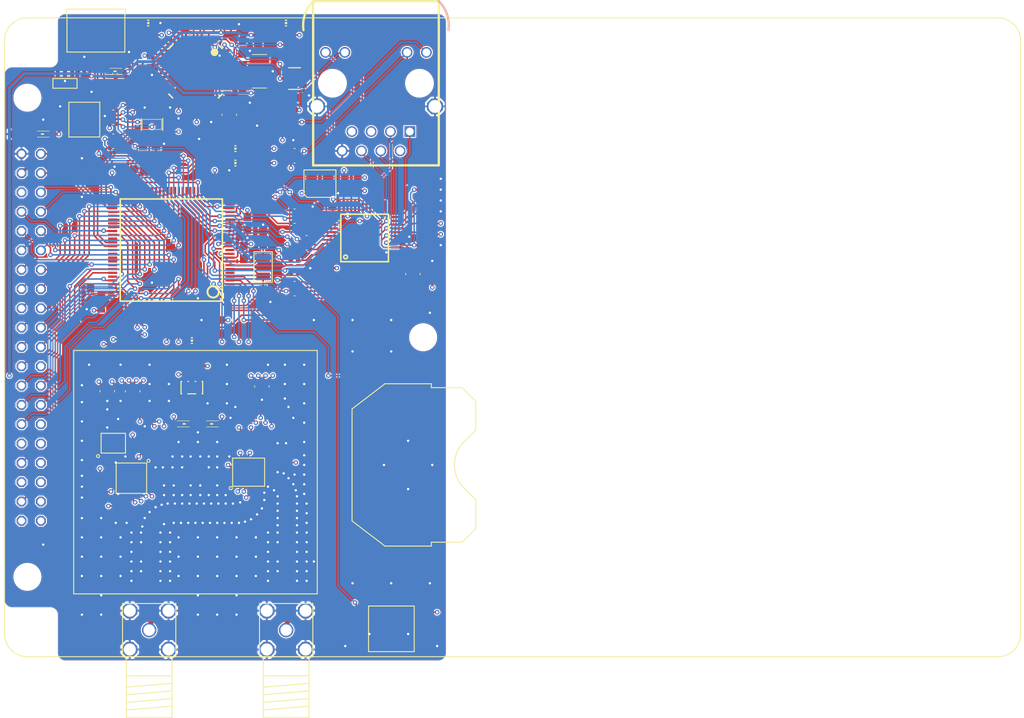
<source format=kicad_pcb>
(kicad_pcb (version 20241229) (generator "pcbnew") (generator_version "9.0")
  (layers (0 "F.Cu" signal) (4 "In1.Cu" signal) (6 "In2.Cu" signal) (2 "B.Cu" signal) (13 "F.Paste" user) (15 "B.Paste" user) (5 "F.SilkS" user "F.Silkscreen") (7 "B.SilkS" user "B.Silkscreen") (1 "F.Mask" user) (3 "B.Mask" user) (25 "Edge.Cuts" user))
  (net 0 "")
  (net 1 "+3V3")
  (net 2 "GND")
  (net 3 "SRST")
  (net 4 "N$6")
  (net 5 "N$31")
  (net 6 "LED1")
  (net 7 "JTAG_UNUSED1")
  (net 8 "FMC_D2")
  (net 9 "FMC_D3")
  (net 10 "FMC_NOE")
  (net 11 "FMC_NWE")
  (net 12 "FMC_NE1")
  (net 13 "FMC_D13")
  (net 14 "FMC_D14")
  (net 15 "FMC_D15")
  (net 16 "FMC_D0")
  (net 17 "FMC_D1")
  (net 18 "FMC_D4")
  (net 19 "FMC_D5")
  (net 20 "FMC_D6")
  (net 21 "FMC_D7")
  (net 22 "FMC_D8")
  (net 23 "FMC_D9")
  (net 24 "FMC_D10")
  (net 25 "FMC_D11")
  (net 26 "FMC_D12")
  (net 27 "TP_IRQ")
  (net 28 "FMC_A16")
  (net 29 "LCD_RESET")
  (net 30 "LCD_ON")
  (net 31 "TP_CS")
  (net 32 "N$67")
  (net 33 "N$68")
  (net 34 "LED0")
  (net 35 "25MHZ")
  (net 36 "SW-OUT")
  (net 37 "+5V")
  (net 38 "N$48")
  (net 39 "N$11")
  (net 40 "N$12")
  (net 41 "N$13")
  (net 42 "N$15")
  (net 43 "N$16")
  (net 44 "N$17")
  (net 45 "N$18")
  (net 46 "N$30")
  (net 47 "N$32")
  (net 48 "N$33")
  (net 49 "N$34")
  (net 50 "N$35")
  (net 51 "N$36")
  (net 52 "N$37")
  (net 53 "N$38")
  (net 54 "MII_TXD0")
  (net 55 "MII_TXD1")
  (net 56 "MII_TXD2")
  (net 57 "MII_TXD3")
  (net 58 "MII_TX_CLK")
  (net 59 "MII_TX_EN")
  (net 60 "MII_RXD2")
  (net 61 "MII_RXD3")
  (net 62 "MII_RXD0")
  (net 63 "MII_RXD1")
  (net 64 "MII_COL")
  (net 65 "MII_RX_ER")
  (net 66 "MII_RX_DV")
  (net 67 "MII_RX_CLK")
  (net 68 "MII_CRS")
  (net 69 "MII_MDC")
  (net 70 "MII_MDIO")
  (net 71 "PHY_RESET")
  (net 72 "MII_INT")
  (net 73 "N$39")
  (net 74 "N$40")
  (net 75 "N$41")
  (net 76 "N$42")
  (net 77 "N$43")
  (net 78 "N$44")
  (net 79 "N$46")
  (net 80 "N$47")
  (net 81 "N$49")
  (net 82 "N$50")
  (net 83 "N$51")
  (net 84 "N$52")
  (net 85 "N$53")
  (net 86 "N$54")
  (net 87 "N$55")
  (net 88 "JTD-M2A1")
  (net 89 "N$71")
  (net 90 "N$72")
  (net 91 "SWCLK1")
  (net 92 "JTD-A2M1")
  (net 93 "SWDIO_OE")
  (net 94 "N$73")
  (net 95 "N$74")
  (net 96 "N$75")
  (net 97 "RFIO1")
  (net 98 "N$76")
  (net 99 "N$77")
  (net 100 "N$78")
  (net 101 "N$79")
  (net 102 "N$80")
  (net 103 "CPS")
  (net 104 "CRX")
  (net 105 "CTX")
  (net 106 "ANTS")
  (net 107 "WF_CPS")
  (net 108 "WF_CRX")
  (net 109 "WF_CTX")
  (net 110 "WF_ANT")
  (net 111 "N$82")
  (net 112 "N$83")
  (net 113 "N$84")
  (net 114 "N$85")
  (net 115 "N$86")
  (net 116 "N$87")
  (net 117 "N$1")
  (net 118 "N$2")
  (net 119 "N$3")
  (net 120 "N$4")
  (net 121 "N$5")
  (net 122 "N$7")
  (net 123 "WF1_CS")
  (net 124 "WF1_BUSY")
  (net 125 "WF1_IRQ")
  (net 126 "OSC32_IN")
  (net 127 "OSC32_OUT")
  (net 128 "USART1_TX")
  (net 129 "SPI2_SCK")
  (net 130 "USART1_RX")
  (net 131 "SPI2_MOSI")
  (net 132 "SPI2_MISO")
  (net 133 "SPI3_SCK")
  (net 134 "SPI3_MISO")
  (net 135 "SPI3_MOSI")
  (net 136 "WF_3V3")
  (net 137 "N$20")
  (net 138 "WF_ON")
  (net 139 "N$103")
  (net 140 "N$104")
  (net 141 "N$105")
  (net 142 "N$106")
  (net 143 "N$108")
  (net 144 "N$109")
  (net 145 "N$110")
  (net 146 "N$111")
  (net 147 "N$112")
  (net 148 "N$28")
  (net 149 "N$9")
  (net 150 "N$10")
  (net 151 "N$14")
  (net 152 "N$29")
  (net 153 "N$56")
  (net 154 "SWCLK")
  (net 155 "SWDIO")
  (net 156 "JTAG_UNUSED2")
  (net 157 "VBAT")
  (net 158 "WF_3V3SX")
  (net 159 "WF_3V3FEM")
  (footprint "Base Station v3b:EXB28V" (layer "F.Cu") (at 133.7886 76.0661 90)
    (property "Reference" "RN1" (hide yes))
    (property "Value" "10k" (hide yes))
  )
  (footprint "Base Station v3b:R0603" (layer "F.Cu") (at 153.1561 80.1936)
    (property "Reference" "R9" (hide yes))
    (property "Value" "1k" (hide yes))
  )
  (footprint "Base Station v3b:SMCM-22" (layer "F.Cu") (at 151.5686 122.7386 90)
    (property "Reference" "IC8" (hide yes))
    (property "Value" "SKY66112" (hide yes))
  )
  (footprint "Base Station v3b:C0603" (layer "F.Cu") (at 135.5349 127.6599 -90)
    (property "Reference" "C37" (hide yes))
    (property "Value" "1n" (hide yes))
  )
  (footprint "Base Station v3b:R0603" (layer "F.Cu") (at 134.1061 71.6211)
    (property "Reference" "R2" (hide yes))
    (property "Value" "33" (hide yes))
  )
  (footprint "Base Station v3b:R0402" (layer "F.Cu") (at 138.7099 135.1211 -90)
    (property "Reference" "R21" (hide yes))
    (property "Value" "3n" (hide yes))
  )
  (footprint "Base Station v3b:LQFP48" (layer "F.Cu") (at 166.8086 91.9411 90)
    (property "Reference" "IC7" (hide yes))
    (property "Value" "DP83848CVV" (hide yes))
  )
  (footprint "Base Station v3b:C0603" (layer "F.Cu") (at 150.9336 115.5949 180)
    (property "Reference" "C60" (hide yes))
    (property "Value" "1n" (hide yes))
  )
  (footprint "Base Station v3b:ANT-SMA-RA" (layer "F.Cu") (at 138.5011 143.5036)
    (property "Reference" "X3" (hide yes))
    (property "Value" "" (hide yes))
  )
  (footprint "Base Station v3b:C0603" (layer "F.Cu") (at 175.0636 87.0199)
    (property "Reference" "C31" (hide yes))
    (property "Value" "100n" (hide yes))
  )
  (footprint "Base Station v3b:C0603" (layer "F.Cu") (at 151.4099 90.0361 -90)
    (property "Reference" "C16" (hide yes))
    (property "Value" "100n" (hide yes))
  )
  (footprint "Base Station v3b:0603" (layer "F.Cu") (at 124.5811 78.2886)
    (property "Reference" "L3" (hide yes))
    (property "Value" "120R" (hide yes))
  )
  (footprint "Base Station v3b:C0603" (layer "F.Cu") (at 156.6486 78.1298)
    (property "Reference" "C24" (hide yes))
    (property "Value" "100n" (hide yes))
  )
  (footprint "Base Station v3b:C0603" (layer "F.Cu") (at 147.1236 102.7361 180)
    (property "Reference" "C21" (hide yes))
    (property "Value" "100n" (hide yes))
  )
  (footprint "Base Station v3b:dummyfp2" (layer "F.Cu") (at 174.5011 105.0036)
    (property "Reference" "UNK_HOLE_2" (hide yes))
    (property "Value" "" (hide yes))
  )
  (footprint "Base Station v3b:CHIP-LED0603" (layer "F.Cu") (at 138.2336 63.6836 -90)
    (property "Reference" "PWR0" (hide yes))
    (property "Value" "gr" (hide yes))
  )
  (footprint "Base Station v3b:SOT23-5" (layer "F.Cu") (at 127.4386 71.6211 -90)
    (property "Reference" "IC3" (hide yes))
    (property "Value" "SC189-3.3" (hide yes))
  )
  (footprint "Base Station v3b:R0603" (layer "F.Cu") (at 134.1061 73.2086)
    (property "Reference" "R3" (hide yes))
    (property "Value" "33" (hide yes))
  )
  (footprint "Base Station v3b:C0402" (layer "F.Cu") (at 139.3449 123.8499 -90)
    (property "Reference" "C40" (hide yes))
    (property "Value" "NA" (hide yes))
  )
  (footprint "Base Station v3b:R0603" (layer "F.Cu") (at 153.1561 82.0986)
    (property "Reference" "R10" (hide yes))
    (property "Value" "1k" (hide yes))
  )
  (footprint "Base Station v3b:ANT-SMA-RA" (layer "F.Cu") (at 156.5011 143.5036)
    (property "Reference" "X2" (hide yes))
    (property "Value" "" (hide yes))
  )
  (footprint "Base Station v3b:C0603" (layer "F.Cu") (at 134.1061 68.4461)
    (property "Reference" "C8" (hide yes))
    (property "Value" "100n" (hide yes))
  )
  (footprint "Base Station v3b:SOT23-5L" (layer "F.Cu") (at 144.1074 111.6261 180)
    (property "Reference" "IC10" (hide yes))
    (property "Value" "LP5907MFX-3.3" (hide yes))
  )
  (footprint "Base Station v3b:SHIELD-32MM" (layer "F.Cu") (at 144.5836 122.7386 180)
    (property "Reference" "U$1" (hide yes))
    (property "Value" "BMI-S-204-F" (hide yes))
  )
  (footprint "Base Station v3b:C0603" (layer "F.Cu") (at 150.7749 66.8586 -90)
    (property "Reference" "C1" (hide yes))
    (property "Value" "100n" (hide yes))
  )
  (footprint "Base Station v3b:C0603" (layer "F.Cu") (at 131.4074 126.0724 180)
    (property "Reference" "C45" (hide yes))
    (property "Value" "1u" (hide yes))
  )
  (footprint "Base Station v3b:C0402" (layer "F.Cu") (at 156.0136 137.0261 180)
    (property "Reference" "C44" (hide yes))
    (property "Value" "0p5" (hide yes))
  )
  (footprint "Base Station v3b:RJ45-LED" (layer "F.Cu") (at 168.3011 71.6036 180)
    (property "Reference" "ETH0" (hide yes))
    (property "Value" "SI-60062-F" (hide yes))
  )
  (footprint "Base Station v3b:C0603" (layer "F.Cu") (at 155.0611 114.1662)
    (property "Reference" "C61" (hide yes))
    (property "Value" "1n" (hide yes))
  )
  (footprint "Base Station v3b:C0603" (layer "F.Cu") (at 148.0761 84.0036)
    (property "Reference" "C23" (hide yes))
    (property "Value" "100n" (hide yes))
  )
  (footprint "Base Station v3b:R0603" (layer "F.Cu") (at 165.0623 84.0036 180)
    (property "Reference" "R14" (hide yes))
    (property "Value" "1k5" (hide yes))
  )
  (footprint "Base Station v3b:C0603" (layer "F.Cu") (at 141.4086 77.0186 90)
    (property "Reference" "C3" (hide yes))
    (property "Value" "100n" (hide yes))
  )
  (footprint "Base Station v3b:C0603" (layer "F.Cu") (at 156.8073 120.8336 90)
    (property "Reference" "C50" (hide yes))
    (property "Value" "100n" (hide yes))
  )
  (footprint "Base Station v3b:C0603" (layer "F.Cu") (at 153.4736 99.5611 -90)
    (property "Reference" "C12" (hide yes))
    (property "Value" "3p" (hide yes))
  )
  (footprint "Base Station v3b:EXB28V" (layer "F.Cu") (at 153.3148 111.4675 180)
    (property "Reference" "RN12" (hide yes))
    (property "Value" "100" (hide yes))
  )
  (footprint "Base Station v3b:C0603" (layer "F.Cu") (at 175.0636 92.8936)
    (property "Reference" "C30" (hide yes))
    (property "Value" "100n" (hide yes))
  )
  (footprint "Base Station v3b:C0603" (layer "F.Cu") (at 144.1074 108.7686 180)
    (property "Reference" "C58" (hide yes))
    (property "Value" "10u" (hide yes))
  )
  (footprint "Base Station v3b:C0402" (layer "F.Cu") (at 138.0749 137.0261 180)
    (property "Reference" "C49" (hide yes))
    (property "Value" "0p7" (hide yes))
  )
  (footprint "Base Station v3b:C0603" (layer "F.Cu") (at 175.0636 85.5911)
    (property "Reference" "C32" (hide yes))
    (property "Value" "10u" (hide yes))
  )
  (footprint "Base Station v3b:R0402" (layer "F.Cu") (at 144.5837 123.2149)
    (property "Reference" "R19" (hide yes))
    (property "Value" "2n4" (hide yes))
  )
  (footprint "Base Station v3b:C0603" (layer "F.Cu") (at 155.6961 115.5949)
    (property "Reference" "C59" (hide yes))
    (property "Value" "1n" (hide yes))
  )
  (footprint "Base Station v3b:C0603" (layer "F.Cu") (at 134.1062 127.6599 -90)
    (property "Reference" "C36" (hide yes))
    (property "Value" "100n" (hide yes))
  )
  (footprint "Base Station v3b:EXB28V" (layer "F.Cu") (at 136.3286 112.1024 180)
    (property "Reference" "RN10" (hide yes))
    (property "Value" "100" (hide yes))
  )
  (footprint "Base Station v3b:C0603" (layer "F.Cu") (at 138.8686 118.7699 90)
    (property "Reference" "C56" (hide yes))
    (property "Value" "10n" (hide yes))
  )
  (footprint "Base Station v3b:C0402" (layer "F.Cu") (at 156.0136 133.2161 180)
    (property "Reference" "C43" (hide yes))
    (property "Value" "NA" (hide yes))
  )
  (footprint "Base Station v3b:CHIP-LED0603" (layer "F.Cu") (at 156.3311 63.6836 -90)
    (property "Reference" "UNK100MBIT0" (hide yes))
    (property "Value" "gr" (hide yes))
  )
  (footprint "Base Station v3b:C0603" (layer "F.Cu") (at 151.5686 114.1662 180)
    (property "Reference" "C62" (hide yes))
    (property "Value" "1n" (hide yes))
  )
  (footprint "Base Station v3b:R0603" (layer "F.Cu") (at 156.6486 75.2723 180)
    (property "Reference" "R12" (hide yes))
    (property "Value" "1k" (hide yes))
  )
  (footprint "Base Station v3b:C0603" (layer "F.Cu") (at 161.7286 87.8136 180)
    (property "Reference" "C29" (hide yes))
    (property "Value" "100n" (hide yes))
  )
  (footprint "Base Station v3b:CHIP-LED0603" (layer "F.Cu") (at 149.9811 82.0986 90)
    (property "Reference" "LED2" (hide yes))
    (property "Value" "gr" (hide yes))
  )
  (footprint "Base Station v3b:R0603" (layer "F.Cu") (at 156.6486 76.7011 180)
    (property "Reference" "R13" (hide yes))
    (property "Value" "1k" (hide yes))
  )
  (footprint "Base Station v3b:R0402" (layer "F.Cu") (at 141.0911 123.2149)
    (property "Reference" "R18" (hide yes))
    (property "Value" "3n" (hide yes))
  )
  (footprint "Base Station v3b:QFN24L" (layer "F.Cu") (at 136.1698 123.5324 -90)
    (property "Reference" "IC9" (hide yes))
    (property "Value" "SX1280" (hide yes))
  )
  (footprint "Base Station v3b:LQFP100-ST" (layer "F.Cu") (at 141.4086 93.5286 90)
    (property "Reference" "IC5" (hide yes))
    (property "Value" "STM32F767VIT6" (hide yes))
  )
  (footprint "Base Station v3b:C0603" (layer "F.Cu") (at 137.4399 118.7699 90)
    (property "Reference" "C46" (hide yes))
    (property "Value" "10n" (hide yes))
  )
  (footprint "Base Station v3b:R0603" (layer "F.Cu") (at 150.7749 70.0336 -90)
    (property "Reference" "R5" (hide yes))
    (property "Value" "1M" (hide yes))
  )
  (footprint "Base Station v3b:R0603" (layer "F.Cu") (at 152.8386 65.9061 90)
    (property "Reference" "R1" (hide yes))
    (property "Value" "1k" (hide yes))
  )
  (footprint "Base Station v3b:C0603" (layer "F.Cu") (at 138.7099 68.7636 -90)
    (property "Reference" "C5" (hide yes))
    (property "Value" "100n" (hide yes))
  )
  (footprint "Base Station v3b:C0603" (layer "F.Cu") (at 165.0623 86.0673 180)
    (property "Reference" "C27" (hide yes))
    (property "Value" "100n" (hide yes))
  )
  (footprint "Base Station v3b:C0603" (layer "F.Cu") (at 145.6486 75.7523)
    (property "Reference" "C4" (hide yes))
    (property "Value" "100n" (hide yes))
  )
  (footprint "Base Station v3b:C0603" (layer "F.Cu") (at 132.2011 100.3549 90)
    (property "Reference" "C19" (hide yes))
    (property "Value" "100n" (hide yes))
  )
  (footprint "Base Station v3b:C0603" (layer "F.Cu") (at 144.1074 114.4836 180)
    (property "Reference" "C57" (hide yes))
    (property "Value" "10u" (hide yes))
  )
  (footprint "Base Station v3b:R0603" (layer "F.Cu") (at 138.2336 65.2711)
    (property "Reference" "R6" (hide yes))
    (property "Value" "1k" (hide yes))
  )
  (footprint "Base Station v3b:C0402" (layer "F.Cu") (at 138.0749 133.2161 180)
    (property "Reference" "C48" (hide yes))
    (property "Value" "NA" (hide yes))
  )
  (footprint "Base Station v3b:CP11009-THX" (layer "F.Cu") (at 123.0011 105.0036 180)
    (property "Reference" "IC6" (hide yes))
    (property "Value" "CP11009" (hide yes))
  )
  (footprint "Base Station v3b:dummyfp0" (layer "F.Cu") (at 122.5011 73.5036)
    (property "Reference" "UNK_HOLE_0" (hide yes))
    (property "Value" "" (hide yes))
  )
  (footprint "Base Station v3b:C0402" (layer "F.Cu") (at 146.3299 123.8499 -90)
    (property "Reference" "C42" (hide yes))
    (property "Value" "1p2" (hide yes))
  )
  (footprint "Base Station v3b:USB-BMICRO" (layer "F.Cu") (at 131.5011 64.0036)
    (property "Reference" "USB1" (hide yes))
    (property "Value" "USB-BU" (hide yes))
  )
  (footprint "Base Station v3b:C0603" (layer "F.Cu") (at 126.8036 76.3836 90)
    (property "Reference" "C10" (hide yes))
    (property "Value" "10u" (hide yes))
  )
  (footprint "Base Station v3b:EXB28V" (layer "F.Cu") (at 157.6011 81.1461 90)
    (property "Reference" "RN7" (hide yes))
    (property "Value" "N/A" (hide yes))
  )
  (footprint "Base Station v3b:R0603" (layer "F.Cu") (at 175.0636 84.1624 180)
    (property "Reference" "R17" (hide yes))
    (property "Value" "4k87" (hide yes))
  )
  (footprint "Base Station v3b:C0402" (layer "F.Cu") (at 156.6486 131.3111 -90)
    (property "Reference" "C39" (hide yes))
    (property "Value" "47p" (hide yes))
  )
  (footprint "Base Station v3b:C0603" (layer "F.Cu") (at 138.5511 79.8761)
    (property "Reference" "C14" (hide yes))
    (property "Value" "100n" (hide yes))
  )
  (footprint "Base Station v3b:CHIP-LED0603" (layer "F.Cu") (at 144.2661 105.4348 90)
    (property "Reference" "LED3" (hide yes))
    (property "Value" "gr" (hide yes))
  )
  (footprint "Base Station v3b:C0603" (layer "F.Cu") (at 157.6011 73.5261)
    (property "Reference" "C11" (hide yes))
    (property "Value" "100n" (hide yes))
  )
  (footprint "Base Station v3b:R0603" (layer "F.Cu") (at 145.2186 64.0011 180)
    (property "Reference" "R4" (hide yes))
    (property "Value" "1k5" (hide yes))
  )
  (footprint "Base Station v3b:C0603" (layer "F.Cu") (at 134.5824 84.3211)
    (property "Reference" "C20" (hide yes))
    (property "Value" "100n" (hide yes))
  )
  (footprint "Base Station v3b:C0402" (layer "F.Cu") (at 138.7099 131.3111 -90)
    (property "Reference" "C47" (hide yes))
    (property "Value" "47p" (hide yes))
  )
  (footprint "Base Station v3b:CRYSTAL-07W" (layer "F.Cu") (at 153.4736 95.7511 90)
    (property "Reference" "Q2" (hide yes))
    (property "Value" "ABS07W-32.768KHZ" (hide yes))
  )
  (footprint "Base Station v3b:CRYSTAL-7M" (layer "F.Cu") (at 133.7886 118.9286)
    (property "Reference" "Q4" (hide yes))
    (property "Value" "FL520WFMT1" (hide yes))
  )
  (footprint "Base Station v3b:EXB28V" (layer "F.Cu") (at 173.1586 96.7036 180)
    (property "Reference" "RN5" (hide yes))
    (property "Value" "100" (hide yes))
  )
  (footprint "Base Station v3b:EXB28V" (layer "F.Cu") (at 133.7886 79.2411 90)
    (property "Reference" "RN2" (hide yes))
    (property "Value" "100" (hide yes))
  )
  (footprint "Base Station v3b:EXB28V" (layer "F.Cu") (at 159.1886 92.5761 -90)
    (property "Reference" "RN8" (hide yes))
    (property "Value" "100" (hide yes))
  )
  (footprint "Base Station v3b:C0603" (layer "F.Cu") (at 152.9974 117.8173)
    (property "Reference" "C52" (hide yes))
    (property "Value" "100n" (hide yes))
  )
  (footprint "Base Station v3b:0603" (layer "F.Cu") (at 142.9961 116.3886 180)
    (property "Reference" "L4" (hide yes))
    (property "Value" "120R" (hide yes))
  )
  (footprint "Base Station v3b:7X" (layer "F.Cu") (at 160.9349 84.7974)
    (property "Reference" "Q3" (hide yes))
    (property "Value" "25MHz" (hide yes))
  )
  (footprint "Base Station v3b:R0603" (layer "F.Cu") (at 156.3636 65.3111)
    (property "Reference" "R11" (hide yes))
    (property "Value" "1k" (hide yes))
  )
  (footprint "Base Station v3b:R0603" (layer "F.Cu") (at 175.0636 90.0361)
    (property "Reference" "R16" (hide yes))
    (property "Value" "2k2" (hide yes))
  )
  (footprint "Base Station v3b:R0603" (layer "F.Cu") (at 175.0636 91.4649)
    (property "Reference" "R15" (hide yes))
    (property "Value" "2k2" (hide yes))
  )
  (footprint "Base Station v3b:C0603" (layer "F.Cu") (at 131.4073 123.2148 180)
    (property "Reference" "C34" (hide yes))
    (property "Value" "100n" (hide yes))
  )
  (footprint "Base Station v3b:EXB28V" (layer "F.Cu") (at 149.0286 75.7486 180)
    (property "Reference" "RN3" (hide yes))
    (property "Value" "100" (hide yes))
  )
  (footprint "Base Station v3b:C0603" (layer "F.Cu") (at 161.4111 95.9099 180)
    (property "Reference" "C28" (hide yes))
    (property "Value" "100n" (hide yes))
  )
  (footprint "Base Station v3b:C0603" (layer "F.Cu") (at 131.4074 124.6437 180)
    (property "Reference" "C35" (hide yes))
    (property "Value" "1n" (hide yes))
  )
  (footprint "Base Station v3b:CSTCR6M" (layer "F.Cu") (at 152.9974 70.0336 90)
    (property "Reference" "Q1" (hide yes))
    (property "Value" "CSTCR6M00G55-R0" (hide yes))
  )
  (footprint "Base Station v3b:C0603" (layer "F.Cu") (at 150.7711 73.2886 -90)
    (property "Reference" "C7" (hide yes))
    (property "Value" "100n" (hide yes))
  )
  (footprint "Base Station v3b:C0603" (layer "F.Cu") (at 129.9786 71.6211 -90)
    (property "Reference" "C9" (hide yes))
    (property "Value" "10u" (hide yes))
  )
  (footprint "Base Station v3b:C0603" (layer "F.Cu") (at 130.7723 99.4023 -90)
    (property "Reference" "C18" (hide yes))
    (property "Value" "10u" (hide yes))
  )
  (footprint "Base Station v3b:SOT23-5" (layer "F.Cu") (at 138.8686 77.0186 180)
    (property "Reference" "IC1" (hide yes))
    (property "Value" "74LVC1G125DBV" (hide yes))
  )
  (footprint "Base Station v3b:C0603" (layer "F.Cu") (at 149.6637 119.2461 180)
    (property "Reference" "C55" (hide yes))
    (property "Value" "1n" (hide yes))
  )
  (footprint "Base Station v3b:C0603" (layer "F.Cu") (at 148.3936 64.001)
    (property "Reference" "C6" (hide yes))
    (property "Value" "100n" (hide yes))
  )
  (footprint "Base Station v3b:R0603" (layer "F.Cu") (at 157.6011 68.4461 180)
    (property "Reference" "R8" (hide yes))
    (property "Value" "4k87" (hide yes))
  )
  (footprint "Base Station v3b:C0402" (layer "F.Cu") (at 148.0762 123.2149 180)
    (property "Reference" "C38" (hide yes))
    (property "Value" "100p" (hide yes))
  )
  (footprint "Base Station v3b:0603" (layer "F.Cu") (at 146.8061 116.3886)
    (property "Reference" "L5" (hide yes))
    (property "Value" "120R" (hide yes))
  )
  (footprint "Base Station v3b:C0603" (layer "F.Cu") (at 135.6936 82.8923 180)
    (property "Reference" "C17" (hide yes))
    (property "Value" "10u" (hide yes))
  )
  (footprint "Base Station v3b:dummyfp1" (layer "F.Cu") (at 122.5011 136.5036)
    (property "Reference" "UNK_HOLE_1" (hide yes))
    (property "Value" "" (hide yes))
  )
  (footprint "Base Station v3b:SOT23-6" (layer "F.Cu") (at 157.6011 70.9861 90)
    (property "Reference" "IC4" (hide yes))
    (property "Value" "93C76B" (hide yes))
  )
  (footprint "Base Station v3b:R0402" (layer "F.Cu") (at 156.6486 135.1211 -90)
    (property "Reference" "R20" (hide yes))
    (property "Value" "2n4" (hide yes))
  )
  (footprint "Base Station v3b:C0603" (layer "F.Cu") (at 142.0436 63.6836 180)
    (property "Reference" "C2" (hide yes))
    (property "Value" "100n" (hide yes))
  )
  (footprint "Base Station v3b:R0603" (layer "F.Cu") (at 157.6011 66.8586 180)
    (property "Reference" "R7" (hide yes))
    (property "Value" "1k" (hide yes))
  )
  (footprint "Base Station v3b:C0402" (layer "F.Cu") (at 144.5837 121.9449)
    (property "Reference" "C33" (hide yes))
    (property "Value" "0p5" (hide yes))
  )
  (footprint "Base Station v3b:BUTTON4" (layer "F.Cu") (at 165.7236 141.1361 -90)
    (property "Reference" "RESET1" (hide yes))
    (property "Value" "BUTTON4" (hide yes))
  )
  (footprint "Base Station v3b:C0603" (layer "F.Cu") (at 149.6636 117.8174 180)
    (property "Reference" "C54" (hide yes))
    (property "Value" "100n" (hide yes))
  )
  (footprint "Base Station v3b:C0603" (layer "F.Cu") (at 175.0636 88.4486)
    (property "Reference" "C26" (hide yes))
    (property "Value" "100n" (hide yes))
  )
  (footprint "Base Station v3b:C0603" (layer "F.Cu") (at 121.4061 78.2886 180)
    (property "Reference" "C15" (hide yes))
    (property "Value" "10u" (hide yes))
  )
  (footprint "Base Station v3b:0603" (layer "F.Cu") (at 134.1061 70.0336)
    (property "Reference" "L1" (hide yes))
    (property "Value" "120R" (hide yes))
  )
  (footprint "Base Station v3b:R0603" (layer "F.Cu") (at 146.6474 111.6261 -90)
    (property "Reference" "R22" (hide yes))
    (property "Value" "1k" (hide yes))
  )
  (footprint "Base Station v3b:IHLP1616" (layer "F.Cu") (at 129.9786 76.3836 90)
    (property "Reference" "L2" (hide yes))
    (property "Value" "2u2" (hide yes))
  )
  (footprint "Base Station v3b:EXB28V" (layer "F.Cu") (at 157.6011 95.7511 -90)
    (property "Reference" "RN6" (hide yes))
    (property "Value" "100" (hide yes))
  )
  (footprint "Base Station v3b:C0603" (layer "F.Cu") (at 150.9336 93.8461 -90)
    (property "Reference" "C22" (hide yes))
    (property "Value" "100n" (hide yes))
  )
  (footprint "Base Station v3b:C0603" (layer "F.Cu") (at 153.4736 91.9411 90)
    (property "Reference" "C13" (hide yes))
    (property "Value" "3p" (hide yes))
  )
  (footprint "Base Station v3b:C0603" (layer "F.Cu") (at 152.9974 119.2461)
    (property "Reference" "C53" (hide yes))
    (property "Value" "1n" (hide yes))
  )
  (footprint "Base Station v3b:CHIP-LED0603" (layer "F.Cu") (at 149.9811 80.1936 90)
    (property "Reference" "LED1" (hide yes))
    (property "Value" "rd" (hide yes))
  )
  (footprint "Base Station v3b:CR2025" (layer "F.Cu") (at 172.5236 121.7861 -90)
    (property "Reference" "X1" (hide yes))
    (property "Value" "3034TR " (hide yes))
  )
  (footprint "Base Station v3b:EXB28V" (layer "F.Cu") (at 132.9949 112.1023 180)
    (property "Reference" "RN11" (hide yes))
    (property "Value" "100" (hide yes))
  )
  (footprint "Base Station v3b:EXB28V" (layer "F.Cu") (at 157.6011 89.0836 -90)
    (property "Reference" "RN9" (hide yes))
    (property "Value" "100" (hide yes))
  )
  (footprint "Base Station v3b:C0603" (layer "F.Cu") (at 175.6986 96.7036 90)
    (property "Reference" "C25" (hide yes))
    (property "Value" "100n" (hide yes))
  )
  (footprint "Base Station v3b:C0402" (layer "F.Cu") (at 142.8374 123.8499 -90)
    (property "Reference" "C41" (hide yes))
    (property "Value" "1p2" (hide yes))
  )
  (footprint "Base Station v3b:C0603" (layer "F.Cu") (at 155.3786 120.8336 90)
    (property "Reference" "C51" (hide yes))
    (property "Value" "1n" (hide yes))
  )
  (footprint "Base Station v3b:EXB28V" (layer "F.Cu") (at 157.6011 98.6086 -90)
    (property "Reference" "RN4" (hide yes))
    (property "Value" "100" (hide yes))
  )
  (footprint "Base Station v3b:LQFP48-ST" (layer "F.Cu") (at 144.5836 70.0336 -90)
    (property "Reference" "IC2" (hide yes))
    (property "Value" "FT2232ST" (hide yes))
  )
  (gr_arc (start 125.5011 140.5036) (mid 126.208207 140.796493) (end 126.5011 141.5036) (stroke (width 0.05)) (layer "Edge.Cuts"))
  (gr_arc (start 119.5011 70.5036) (mid 119.793993 69.796493) (end 120.5011 69.5036) (stroke (width 0.05)) (layer "Edge.Cuts"))
  (gr_arc (start 176.5011 62.5036) (mid 177.208207 62.796493) (end 177.5011 63.5036) (stroke (width 0.05)) (layer "Edge.Cuts"))
  (gr_line (start 176.5011 62.5036) (end 127.5011 62.5036) (stroke (width 0.05)) (layer "Edge.Cuts"))
  (gr_line (start 126.5011 141.5036) (end 126.5011 146.5036) (stroke (width 0.05)) (layer "Edge.Cuts"))
  (gr_arc (start 126.5011 63.5036) (mid 126.793993 62.796493) (end 127.5011 62.5036) (stroke (width 0.05)) (layer "Edge.Cuts"))
  (gr_arc (start 120.5011 140.5036) (mid 119.793993 140.210707) (end 119.5011 139.5036) (stroke (width 0.05)) (layer "Edge.Cuts"))
  (gr_arc (start 126.5011 68.5036) (mid 126.208207 69.210707) (end 125.5011 69.5036) (stroke (width 0.05)) (layer "Edge.Cuts"))
  (gr_arc (start 177.5011 146.5036) (mid 177.208207 147.210707) (end 176.5011 147.5036) (stroke (width 0.05)) (layer "Edge.Cuts"))
  (gr_line (start 127.5011 147.5036) (end 176.5011 147.5036) (stroke (width 0.05)) (layer "Edge.Cuts"))
  (gr_line (start 126.5011 68.5036) (end 126.5011 63.5036) (stroke (width 0.05)) (layer "Edge.Cuts"))
  (gr_arc (start 127.5011 147.5036) (mid 126.793993 147.210707) (end 126.5011 146.5036) (stroke (width 0.05)) (layer "Edge.Cuts"))
  (gr_line (start 119.5011 70.5036) (end 119.5011 139.5036) (stroke (width 0.05)) (layer "Edge.Cuts"))
  (gr_line (start 177.5011 146.5036) (end 177.5011 63.5036) (stroke (width 0.05)) (layer "Edge.Cuts"))
  (gr_line (start 125.5011 140.5036) (end 120.5011 140.5036) (stroke (width 0.05)) (layer "Edge.Cuts"))
  (gr_line (start 125.5011 69.5036) (end 120.5011 69.5036) (stroke (width 0.05)) (layer "Edge.Cuts"))
  (segment (start 138.7099 67.9136) (end 138.6534 67.9701) (width 0.2032) (layer "F.Cu") (net 1))
  (segment (start 157.1511 80.8961) (end 157.1511 80.2711) (width 0.2032) (layer "F.Cu") (net 1))
  (segment (start 150.1399 94.3223) (end 150.1399 93.7898) (width 0.2032) (layer "F.Cu") (net 1))
  (segment (start 131.8836 75.7486) (end 132.4411 75.1911) (width 0.2032) (layer "F.Cu") (net 1))
  (segment (start 172.9086 97.1536) (end 173.4086 97.1536) (width 0.2032) (layer "F.Cu") (net 1))
  (segment (start 162.2611 95.9099) (end 162.6086 95.8799) (width 0.2032) (layer "F.Cu") (net 1))
  (segment (start 126.8036 77.2336) (end 127.2236 77.6536) (width 0.4064) (layer "F.Cu") (net 1))
  (segment (start 146.9086 85.8286) (end 146.9086 84.3211) (width 0.2032) (layer "F.Cu") (net 1))
  (segment (start 133.2611 77.0186) (end 133.3122 77.0697) (width 0.2032) (layer "F.Cu") (net 1))
  (segment (start 126.6447 78.2888) (end 126.6447 77.3925) (width 0.4064) (layer "F.Cu") (net 1))
  (segment (start 142.6786 64.9536) (end 142.8336 65.1086) (width 0.2032) (layer "F.Cu") (net 1))
  (segment (start 139.0838 65.2713) (end 140.1386 65.2713) (width 0.2032) (layer "F.Cu") (net 1))
  (segment (start 133.1536 99.7198) (end 133.3448 99.5286) (width 0.2032) (layer "F.Cu") (net 1))
  (segment (start 175.6986 97.5536) (end 175.5961 97.3386) (width 0.2032) (layer "F.Cu") (net 1))
  (segment (start 164.1101 83.9014) (end 164.1101 83.0511) (width 0.2032) (layer "F.Cu") (net 1))
  (segment (start 140.9586 78.3186) (end 141.4086 77.8686) (width 0.2032) (layer "F.Cu") (net 1))
  (segment (start 162.6086 95.8799) (end 162.6086 94.6911) (width 0.2032) (layer "F.Cu") (net 1))
  (segment (start 132.2011 101.2049) (end 133.1536 100.2524) (width 0.2032) (layer "F.Cu") (net 1))
  (segment (start 144.7986 75.7523) (end 144.8336 75.7173) (width 0.2032) (layer "F.Cu") (net 1))
  (segment (start 149.1086 90.0286) (end 149.1086 89.5286) (width 0.2032) (layer "F.Cu") (net 1))
  (segment (start 157.1511 82.0211) (end 157.1246 82.0476) (width 0.2032) (layer "F.Cu") (net 1))
  (segment (start 175.6986 97.5536) (end 175.6986 98.4498) (width 0.2032) (layer "F.Cu") (net 1))
  (segment (start 142.3609 74.2609) (end 142.3609 75.2726) (width 0.2032) (layer "F.Cu") (net 1))
  (segment (start 133.3448 99.5286) (end 133.7086 99.5286) (width 0.2032) (layer "F.Cu") (net 1))
  (segment (start 159.415 86.0673) (end 158.5539 86.0673) (width 0.2032) (layer "F.Cu") (net 1))
  (segment (start 147.4086 102.1711) (end 147.9736 102.7361) (width 0.2032) (layer "F.Cu") (net 1))
  (segment (start 141.0911 64.9538) (end 142.6784 64.9536) (width 0.2032) (layer "F.Cu") (net 1))
  (segment (start 126.7011 77.2336) (end 125.8511 76.3836) (width 0.4064) (layer "F.Cu") (net 1))
  (segment (start 138.9448 67.7836) (end 140.3836 67.7836) (width 0.2032) (layer "F.Cu") (net 1))
  (segment (start 151.4102 89.1858) (end 151.4102 88.2898) (width 0.2032) (layer "F.Cu") (net 1))
  (segment (start 149.1086 94.5286) (end 149.9336 94.5286) (width 0.2032) (layer "F.Cu") (net 1))
  (segment (start 171.0086 90.1911) (end 172.0511 90.1911) (width 0.2032) (layer "F.Cu") (net 1))
  (segment (start 162.2611 95.9099) (end 162.2612 95.9098) (width 0.2032) (layer "F.Cu") (net 1))
  (segment (start 142.3336 74.2336) (end 142.3609 74.2609) (width 0.2032) (layer "F.Cu") (net 1))
  (segment (start 135.4086 85.4648) (end 135.4086 85.8286) (width 0.2032) (layer "F.Cu") (net 1))
  (segment (start 151.0674 89.5286) (end 151.4099 89.1861) (width 0.2032) (layer "F.Cu") (net 1))
  (segment (start 166.2298 85.7498) (end 166.8088 85.7498) (width 0.2032) (layer "F.Cu") (net 1))
  (segment (start 164.2123 84.0036) (end 164.1101 83.9014) (width 0.2032) (layer "F.Cu") (net 1))
  (segment (start 131.94 101.466) (end 132.2011 101.2049) (width 0.2032) (layer "F.Cu") (net 1))
  (segment (start 175.6986 97.5536) (end 175.7811 97.4711) (width 0.2032) (layer "F.Cu") (net 1))
  (segment (start 126.8036 77.2336) (end 126.7011 77.2336) (width 0.4064) (layer "F.Cu") (net 1))
  (segment (start 142.6784 64.9536) (end 142.6786 64.9536) (width 0.2032) (layer "F.Cu") (net 1))
  (segment (start 175.8573 90.0361) (end 175.9136 90.0361) (width 0.2032) (layer "F.Cu") (net 1))
  (segment (start 174.2698 88.4486) (end 175.8573 90.0361) (width 0.2032) (layer "F.Cu") (net 1))
  (segment (start 134.6849 85.2736) (end 135.2174 85.2736) (width 0.2032) (layer "F.Cu") (net 1))
  (segment (start 141.4086 77.8686) (end 141.5113 77.9713) (width 0.2032) (layer "F.Cu") (net 1))
  (segment (start 175.9136 90.0361) (end 175.9137 90.0362) (width 0.2032) (layer "F.Cu") (net 1))
  (segment (start 157.1246 82.0476) (end 157.1246 82.7336) (width 0.2032) (layer "F.Cu") (net 1))
  (segment (start 157.2136 65.3111) (end 157.2538 65.2709) (width 0.2032) (layer "F.Cu") (net 1))
  (segment (start 150.1399 93.7898) (end 150.9336 92.9961) (width 0.2032) (layer "F.Cu") (net 1))
  (segment (start 129.3436 77.6536) (end 129.9786 78.2886) (width 0.4064) (layer "F.Cu") (net 1))
  (segment (start 126.6447 77.3925) (end 126.8036 77.2336) (width 0.4064) (layer "F.Cu") (net 1))
  (segment (start 151.4099 89.1861) (end 151.4102 89.1858) (width 0.2032) (layer "F.Cu") (net 1))
  (segment (start 139.0836 65.2711) (end 139.0838 65.2713) (width 0.2032) (layer "F.Cu") (net 1))
  (segment (start 154.0061 80.1936) (end 154.9024 80.1936) (width 0.2032) (layer "F.Cu") (net 1))
  (segment (start 149.9336 94.5286) (end 150.1399 94.3223) (width 0.2032) (layer "F.Cu") (net 1))
  (segment (start 157.2538 65.2709) (end 158.2361 65.2709) (width 0.2032) (layer "F.Cu") (net 1))
  (segment (start 133.1536 100.2524) (end 133.1536 99.7198) (width 0.2032) (layer "F.Cu") (net 1))
  (segment (start 138.7099 67.9136) (end 138.8798 67.8114) (width 0.2032) (layer "F.Cu") (net 1))
  (segment (start 133.2611 77.0186) (end 132.5186 77.0186) (width 0.2032) (layer "F.Cu") (net 1))
  (segment (start 133.7324 84.3211) (end 133.6303 84.219) (width 0.2032) (layer "F.Cu") (net 1))
  (segment (start 175.7811 97.4711) (end 175.8986 97.5886) (width 0.2032) (layer "F.Cu") (net 1))
  (segment (start 159.8349 85.6474) (end 159.415 86.0673) (width 0.2032) (layer "F.Cu") (net 1))
  (segment (start 151.0362 92.7347) (end 151.8864 92.7347) (width 0.2032) (layer "F.Cu") (net 1))
  (segment (start 174.2136 88.4486) (end 174.2698 88.4486) (width 0.2032) (layer "F.Cu") (net 1))
  (segment (start 133.7324 84.3211) (end 134.6849 85.2736) (width 0.2032) (layer "F.Cu") (net 1))
  (segment (start 131.8836 76.3836) (end 131.8836 75.7486) (width 0.2032) (layer "F.Cu") (net 1))
  (segment (start 172.0511 90.1911) (end 173.7936 88.4486) (width 0.2032) (layer "F.Cu") (net 1))
  (segment (start 125.2811 78.2886) (end 125.2813 78.2888) (width 0.4064) (layer "F.Cu") (net 1))
  (segment (start 133.3386 76.9411) (end 133.2611 77.0186) (width 0.2032) (layer "F.Cu") (net 1))
  (segment (start 175.9137 90.0362) (end 176.8101 90.0362) (width 0.2032) (layer "F.Cu") (net 1))
  (segment (start 157.1511 81.3961) (end 157.1511 80.8961) (width 0.2032) (layer "F.Cu") (net 1))
  (segment (start 125.8511 73.5261) (end 126.4861 72.8911) (width 0.4064) (layer "F.Cu") (net 1))
  (segment (start 147.4086 102.1711) (end 147.4086 101.2286) (width 0.2032) (layer "F.Cu") (net 1))
  (segment (start 155.7986 76.7011) (end 155.7986 75.2723) (width 0.2032) (layer "F.Cu") (net 1))
  (segment (start 138.7099 67.9136) (end 138.9448 67.7836) (width 0.2032) (layer "F.Cu") (net 1))
  (segment (start 131.2491 101.466) (end 131.94 101.466) (width 0.2032) (layer "F.Cu") (net 1))
  (segment (start 138.7099 67.9136) (end 138.8685 67.8373) (width 0.2032) (layer "F.Cu") (net 1))
  (segment (start 166.0586 86.2136) (end 165.9123 86.0673) (width 0.2032) (layer "F.Cu") (net 1))
  (segment (start 127.2236 77.6536) (end 129.3436 77.6536) (width 0.4064) (layer "F.Cu") (net 1))
  (segment (start 144.7422 76.7013) (end 144.7422 75.8087) (width 0.2032) (layer "F.Cu") (net 1))
  (segment (start 149.1086 89.5286) (end 151.0674 89.5286) (width 0.2032) (layer "F.Cu") (net 1))
  (segment (start 173.4086 97.1536) (end 174.0336 97.1536) (width 0.2032) (layer "F.Cu") (net 1))
  (segment (start 147.9736 102.7361) (end 148.8698 102.7361) (width 0.2032) (layer "F.Cu") (net 1))
  (segment (start 174.0336 97.1536) (end 175.2986 97.1536) (width 0.2032) (layer "F.Cu") (net 1))
  (segment (start 157.1511 82.0211) (end 157.1511 81.3961) (width 0.2032) (layer "F.Cu") (net 1))
  (segment (start 162.2612 95.9098) (end 163.1575 95.9098) (width 0.2032) (layer "F.Cu") (net 1))
  (segment (start 156.0136 79.0822) (end 156.0136 78.6623) (width 0.2032) (layer "F.Cu") (net 1))
  (segment (start 166.0586 87.7411) (end 166.0586 86.2136) (width 0.2032) (layer "F.Cu") (net 1))
  (segment (start 146.9086 84.3211) (end 147.2261 84.0036) (width 0.2032) (layer "F.Cu") (net 1))
  (segment (start 172.2836 97.1536) (end 172.9086 97.1536) (width 0.2032) (layer "F.Cu") (net 1))
  (segment (start 125.8511 76.3836) (end 125.8511 73.5261) (width 0.4064) (layer "F.Cu") (net 1))
  (segment (start 144.7422 75.8087) (end 144.7986 75.7523) (width 0.2032) (layer "F.Cu") (net 1))
  (segment (start 150.9336 92.9961) (end 151.0362 92.7347) (width 0.2032) (layer "F.Cu") (net 1))
  (segment (start 165.9123 86.0673) (end 166.2298 85.7498) (width 0.2032) (layer "F.Cu") (net 1))
  (segment (start 173.7936 88.4486) (end 174.2136 88.4486) (width 0.2032) (layer "F.Cu") (net 1))
  (segment (start 175.2986 97.1536) (end 175.6986 97.5536) (width 0.2032) (layer "F.Cu") (net 1))
  (segment (start 139.8186 78.3186) (end 140.9586 78.3186) (width 0.2032) (layer "F.Cu") (net 1))
  (segment (start 156.0136 78.6623) (end 155.7986 78.1298) (width 0.2032) (layer "F.Cu") (net 1))
  (segment (start 133.3122 77.0697) (end 133.3122 77.495) (width 0.2032) (layer "F.Cu") (net 1))
  (segment (start 132.5186 77.0186) (end 131.8836 76.3836) (width 0.2032) (layer "F.Cu") (net 1))
  (segment (start 142.8336 65.1086) (end 142.8336 65.8336) (width 0.2032) (layer "F.Cu") (net 1))
  (segment (start 133.6303 84.219) (end 133.6303 83.3685) (width 0.2032) (layer "F.Cu") (net 1))
  (segment (start 175.9136 91.4649) (end 176.8101 91.4649) (width 0.2032) (layer "F.Cu") (net 1))
  (segment (start 159.8349 85.6474) (end 159.8349 83.9474) (width 0.2032) (layer "F.Cu") (net 1))
  (segment (start 147.2261 84.0036) (end 147.124 83.9015) (width 0.2032) (layer "F.Cu") (net 1))
  (segment (start 154.0061 82.0986) (end 154.9024 82.0986) (width 0.2032) (layer "F.Cu") (net 1))
  (segment (start 144.8336 75.7173) (end 144.8336 74.2336) (width 0.2032) (layer "F.Cu") (net 1))
  (segment (start 135.2174 85.2736) (end 135.4086 85.4648) (width 0.2032) (layer "F.Cu") (net 1))
  (segment (start 155.7986 78.1298) (end 155.7986 76.7011) (width 0.2032) (layer "F.Cu") (net 1))
  (segment (start 141.5113 77.9713) (end 142.3609 77.9713) (width 0.2032) (layer "F.Cu") (net 1))
  (segment (start 147.124 83.9015) (end 147.124 83.051) (width 0.2032) (layer "F.Cu") (net 1))
  (segment (start 133.3386 76.9411) (end 133.3386 76.3161) (width 0.2032) (layer "F.Cu") (net 1))
  (segment (start 132.4411 75.1911) (end 133.3386 75.1911) (width 0.2032) (layer "F.Cu") (net 1))
  (segment (start 125.2813 78.2888) (end 126.6447 78.2888) (width 0.4064) (layer "F.Cu") (net 1))
  (segment (start 138.6534 67.9701) (end 137.916 67.9701) (width 0.2032) (layer "F.Cu") (net 1))
  (via (at 137.916 67.9701) (size 0.6048) (drill 0.3048) (layers "F.Cu" "B.Cu") (net 1))
  (via (at 166.8088 85.7498) (size 0.6048) (drill 0.3048) (layers "F.Cu" "B.Cu") (net 1))
  (via (at 147.124 83.051) (size 0.6048) (drill 0.3048) (layers "F.Cu" "B.Cu") (net 1))
  (via (at 175.6986 98.4498) (size 0.6048) (drill 0.3048) (layers "F.Cu" "B.Cu") (net 1))
  (via (at 148.8698 102.7361) (size 0.6048) (drill 0.3048) (layers "F.Cu" "B.Cu") (net 1))
  (via (at 157.1246 82.7336) (size 0.6048) (drill 0.3048) (layers "F.Cu" "B.Cu") (net 1))
  (via (at 151.4102 88.2898) (size 0.6048) (drill 0.3048) (layers "F.Cu" "B.Cu") (net 1))
  (via (at 163.1575 95.9098) (size 0.6048) (drill 0.3048) (layers "F.Cu" "B.Cu") (net 1))
  (via (at 158.5539 86.0673) (size 0.6048) (drill 0.3048) (layers "F.Cu" "B.Cu") (net 1))
  (via (at 154.9024 80.1936) (size 0.6048) (drill 0.3048) (layers "F.Cu" "B.Cu") (net 1))
  (via (at 151.8864 92.7347) (size 0.6048) (drill 0.3048) (layers "F.Cu" "B.Cu") (net 1))
  (via (at 158.2361 65.2709) (size 0.6048) (drill 0.3048) (layers "F.Cu" "B.Cu") (net 1))
  (via (at 164.1101 83.0511) (size 0.6048) (drill 0.3048) (layers "F.Cu" "B.Cu") (net 1))
  (via (at 140.1386 65.2713) (size 0.6048) (drill 0.3048) (layers "F.Cu" "B.Cu") (net 1))
  (via (at 176.8101 90.0362) (size 0.6048) (drill 0.3048) (layers "F.Cu" "B.Cu") (net 1))
  (via (at 126.6447 78.2888) (size 0.6048) (drill 0.3048) (layers "F.Cu" "B.Cu") (net 1))
  (via (at 133.6303 83.3685) (size 0.6048) (drill 0.3048) (layers "F.Cu" "B.Cu") (net 1))
  (via (at 141.0911 64.9538) (size 0.6048) (drill 0.3048) (layers "F.Cu" "B.Cu") (net 1))
  (via (at 142.3609 75.2726) (size 0.6048) (drill 0.3048) (layers "F.Cu" "B.Cu") (net 1))
  (via (at 142.3609 77.9713) (size 0.6048) (drill 0.3048) (layers "F.Cu" "B.Cu") (net 1))
  (via (at 133.3122 77.495) (size 0.6048) (drill 0.3048) (layers "F.Cu" "B.Cu") (net 1))
  (via (at 176.8101 91.4649) (size 0.6048) (drill 0.3048) (layers "F.Cu" "B.Cu") (net 1))
  (via (at 131.2491 101.466) (size 0.6048) (drill 0.3048) (layers "F.Cu" "B.Cu") (net 1))
  (via (at 144.7422 76.7013) (size 0.6048) (drill 0.3048) (layers "F.Cu" "B.Cu") (net 1))
  (via (at 154.9024 82.0986) (size 0.6048) (drill 0.3048) (layers "F.Cu" "B.Cu") (net 1))
  (via (at 156.0136 79.0822) (size 0.6048) (drill 0.3048) (layers "F.Cu" "B.Cu") (net 1))
  (segment (start 148.7836 67.7836) (end 147.9447 67.7836) (width 0.2032) (layer "F.Cu") (net 2))
  (segment (start 146.2736 102.7361) (end 146.9086 102.1011) (width 0.2032) (layer "F.Cu") (net 2))
  (segment (start 145.3775 102.7361) (end 145.3774 102.736) (width 0.2032) (layer "F.Cu") (net 2))
  (segment (start 137.9186 75.7286) (end 137.9162 75.7262) (width 0.2032) (layer "F.Cu") (net 2))
  (segment (start 141.9873 64.4773) (end 142.8374 64.4773) (width 0.2032) (layer "F.Cu") (net 2))
  (segment (start 159.6649 95.9098) (end 160.8785 95.9098) (width 0.2032) (layer "F.Cu") (net 2))
  (segment (start 129.9786 72.4711) (end 130.2398 72.7323) (width 0.2032) (layer "F.Cu") (net 2))
  (segment (start 147.9736 84.9561) (end 148.9261 84.0036) (width 0.2032) (layer "F.Cu") (net 2))
  (segment (start 159.9824 87.8136) (end 160.8786 87.8136) (width 0.2032) (layer "F.Cu") (net 2))
  (segment (start 160.8785 95.9098) (end 160.5611 95.9099) (width 0.2032) (layer "F.Cu") (net 2))
  (segment (start 146.2736 102.7361) (end 145.3775 102.7361) (width 0.2032) (layer "F.Cu") (net 2))
  (segment (start 142.8374 64.4773) (end 143.3336 64.9735) (width 0.2032) (layer "F.Cu") (net 2))
  (segment (start 130.2961 100.7285) (end 130.2961 101.3074) (width 0.2032) (layer "F.Cu") (net 2))
  (segment (start 160.5611 95.9099) (end 161.4111 95.0599) (width 0.2032) (layer "F.Cu") (net 2))
  (segment (start 150.831 67.3349) (end 151.7272 67.3349) (width 0.2032) (layer "F.Cu") (net 2))
  (segment (start 175.9137 92.8937) (end 176.8099 92.8937) (width 0.2032) (layer "F.Cu") (net 2))
  (segment (start 146.6472 75.9009) (end 146.4986 75.7523) (width 0.2032) (layer "F.Cu") (net 2))
  (segment (start 171.0086 91.6911) (end 172.591 91.6911) (width 0.2032) (layer "F.Cu") (net 2))
  (segment (start 130.2011 67.9061) (end 129.9786 68.1286) (width 0.4064) (layer "F.Cu") (net 2))
  (segment (start 148.9261 84.0036) (end 149.0286 83.9011) (width 0.2032) (layer "F.Cu") (net 2))
  (segment (start 175.9137 88.4487) (end 176.8099 88.4487) (width 0.2032) (layer "F.Cu") (net 2))
  (segment (start 149.0286 83.9011) (end 149.0286 83.0511) (width 0.2032) (layer "F.Cu") (net 2))
  (segment (start 175.9136 85.5911) (end 175.9137 85.5912) (width 0.2032) (layer "F.Cu") (net 2))
  (segment (start 149.4848 68.7836) (end 150.5598 67.7086) (width 0.2032) (layer "F.Cu") (net 2))
  (segment (start 149.1086 95.0286) (end 150.6011 95.0286) (width 0.2032) (layer "F.Cu") (net 2))
  (segment (start 135.9086 85.8286) (end 135.9086 84.7973) (width 0.2032) (layer "F.Cu") (net 2))
  (segment (start 130.7723 100.2523) (end 130.2961 100.7285) (width 0.2032) (layer "F.Cu") (net 2))
  (segment (start 175.9136 84.1624) (end 175.9137 84.1625) (width 0.2032) (layer "F.Cu") (net 2))
  (segment (start 162.4549 86.0674) (end 162.0349 85.6474) (width 0.2032) (layer "F.Cu") (net 2))
  (segment (start 149.4022 63.8424) (end 150.2986 63.8424) (width 0.2032) (layer "F.Cu") (net 2))
  (segment (start 141.1936 63.6836) (end 141.9873 64.4773) (width 0.2032) (layer "F.Cu") (net 2))
  (segment (start 147.4086 85.8286) (end 147.4086 85.3061) (width 0.2032) (layer "F.Cu") (net 2))
  (segment (start 135.4324 83.4811) (end 134.8436 82.8923) (width 0.2032) (layer "F.Cu") (net 2))
  (segment (start 144.4086 100.3711) (end 144.9011 99.8786) (width 0.2032) (layer "F.Cu") (net 2))
  (segment (start 150.9336 94.6961) (end 150.9899 94.4811) (width 0.2032) (layer "F.Cu") (net 2))
  (segment (start 164.2122 86.0674) (end 163.3161 86.0674) (width 0.2032) (layer "F.Cu") (net 2))
  (segment (start 132.7686 75.8161) (end 132.6774 75.9073) (width 0.2032) (layer "F.Cu") (net 2))
  (segment (start 151.7046 74.1386) (end 151.7272 74.1612) (width 0.2032) (layer "F.Cu") (net 2))
  (segment (start 141.4086 76.1686) (end 141.4648 76.2248) (width 0.2032) (layer "F.Cu") (net 2))
  (segment (start 149.2436 64.001) (end 149.0286 64.2623) (width 0.2032) (layer "F.Cu") (net 2))
  (segment (start 132.2011 99.5049) (end 132.6774 99.0286) (width 0.2032) (layer "F.Cu") (net 2))
  (segment (start 138.7099 69.6136) (end 139.1148 69.7836) (width 0.2032) (layer "F.Cu") (net 2))
  (segment (start 174.8236 145.6361) (end 174.8612 145.5985) (width 0.4064) (layer "F.Cu") (net 2))
  (segment (start 149.2436 64.001) (end 149.4022 63.8424) (width 0.2032) (layer "F.Cu") (net 2))
  (segment (start 158.4511 73.5261) (end 158.7685 73.2087) (width 0.2032) (layer "F.Cu") (net 2))
  (segment (start 134.9561 68.4461) (end 135.8523 67.5499) (width 0.2032) (layer "F.Cu") (net 2))
  (segment (start 141.8336 74.7238) (end 141.7612 74.7962) (width 0.2032) (layer "F.Cu") (net 2))
  (segment (start 158.5536 70.9861) (end 158.7511 70.9861) (width 0.2032) (layer "F.Cu") (net 2))
  (segment (start 161.7011 94.1911) (end 162.6086 94.1911) (width 0.2032) (layer "F.Cu") (net 2))
  (segment (start 130.2398 72.7323) (end 130.9311 72.7323) (width 0.2032) (layer "F.Cu") (net 2))
  (segment (start 139.4011 79.8761) (end 139.7186 79.5586) (width 0.2032) (layer "F.Cu") (net 2))
  (segment (start 175.6986 95.8536) (end 175.5961 95.7511) (width 0.2032) (layer "F.Cu") (net 2))
  (segment (start 164.0586 86.221) (end 164.2123 86.0673) (width 0.2032) (layer "F.Cu") (net 2))
  (segment (start 158.7685 73.2087) (end 159.506 73.2087) (width 0.2032) (layer "F.Cu") (net 2))
  (segment (start 135.4324 84.3211) (end 135.4324 83.4811) (width 0.2032) (layer "F.Cu") (net 2))
  (segment (start 161.4111 95.0599) (end 161.4111 94.4811) (width 0.2032) (layer "F.Cu") (net 2))
  (segment (start 175.9137 84.1625) (end 176.8099 84.1625) (width 0.2032) (layer "F.Cu") (net 2))
  (segment (start 152.9975 70.0337) (end 154.7435 70.0337) (width 0.2032) (layer "F.Cu") (net 2))
  (segment (start 139.7186 79.5586) (end 140.4562 79.5586) (width 0.2032) (layer "F.Cu") (net 2))
  (segment (start 157.4423 78.1861) (end 157.4986 78.1298) (width 0.2032) (layer "F.Cu") (net 2))
  (segment (start 130.2011 66.6636) (end 130.2011 67.9061) (width 0.4064) (layer "F.Cu") (net 2))
  (segment (start 146.4986 75.7523) (end 146.3336 75.5873) (width 0.2032) (layer "F.Cu") (net 2))
  (segment (start 139.1148 69.7836) (end 140.3836 69.7836) (width 0.2032) (layer "F.Cu") (net 2))
  (segment (start 153.5299 100.3548) (end 154.4261 100.3548) (width 0.2032) (layer "F.Cu") (net 2))
  (segment (start 134.4236 125.5962) (end 134.4874 125.5324) (width 0.2032) (layer "F.Cu") (net 2))
  (segment (start 138.7099 69.6136) (end 138.8685 69.5599) (width 0.2032) (layer "F.Cu") (net 2))
  (segment (start 141.4648 76.2248) (end 142.3612 76.2248) (width 0.2032) (layer "F.Cu") (net 2))
  (segment (start 165.686 145.5985) (end 165.7236 145.6361) (width 0.4064) (layer "F.Cu") (net 2))
  (segment (start 131.5197 99.5049) (end 132.2011 99.5049) (width 0.2032) (layer "F.Cu") (net 2))
  (segment (start 151.0524 90.5286) (end 151.4099 90.8861) (width 0.2032) (layer "F.Cu") (net 2))
  (segment (start 141.7612 74.7962) (end 141.2499 74.7961) (width 0.2032) (layer "F.Cu") (net 2))
  (segment (start 163.3161 86.0674) (end 162.4549 86.0674) (width 0.2032) (layer "F.Cu") (net 2))
  (segment (start 175.9136 87.0199) (end 175.9137 87.02) (width 0.2032) (layer "F.Cu") (net 2))
  (segment (start 175.9137 87.02) (end 176.8099 87.02) (width 0.2032) (layer "F.Cu") (net 2))
  (segment (start 146.3336 75.5873) (end 146.3336 74.2336) (width 0.2032) (layer "F.Cu") (net 2))
  (segment (start 150.6011 95.0286) (end 150.9336 94.6961) (width 0.2032) (layer "F.Cu") (net 2))
  (segment (start 146.9086 102.1011) (end 146.9086 101.2286) (width 0.2032) (layer "F.Cu") (net 2))
  (segment (start 132.6774 99.0286) (end 133.7086 99.0286) (width 0.2032) (layer "F.Cu") (net 2))
  (segment (start 175.6986 95.6486) (end 175.6986 94.9574) (width 0.2032) (layer "F.Cu") (net 2))
  (segment (start 157.9186 72.9936) (end 157.9186 71.6211) (width 0.2032) (layer "F.Cu") (net 2))
  (segment (start 147.4086 85.3061) (end 147.7586 84.9561) (width 0.2032) (layer "F.Cu") (net 2))
  (segment (start 130.7723 100.2523) (end 131.5197 99.5049) (width 0.2032) (layer "F.Cu") (net 2))
  (segment (start 169.821 93.6911) (end 171.0086 93.6911) (width 0.2032) (layer "F.Cu") (net 2))
  (segment (start 138.8685 69.5599) (end 138.8685 70.5099) (width 0.2032) (layer "F.Cu") (net 2))
  (segment (start 135.9086 84.7973) (end 135.4324 84.3211) (width 0.2032) (layer "F.Cu") (net 2))
  (segment (start 152.9974 70.0336) (end 152.9975 70.0337) (width 0.2032) (layer "F.Cu") (net 2))
  (segment (start 157.4423 79.0823) (end 157.4423 78.1861) (width 0.2032) (layer "F.Cu") (net 2))
  (segment (start 172.591 91.6911) (end 172.6824 91.7823) (width 0.2032) (layer "F.Cu") (net 2))
  (segment (start 175.9136 88.4486) (end 175.9137 88.4487) (width 0.2032) (layer "F.Cu") (net 2))
  (segment (start 175.5961 95.7511) (end 175.6986 95.6486) (width 0.2032) (layer "F.Cu") (net 2))
  (segment (start 175.9136 92.8936) (end 175.9137 92.8937) (width 0.2032) (layer "F.Cu") (net 2))
  (segment (start 134.8436 82.8923) (end 134.5262 82.5749) (width 0.2032) (layer "F.Cu") (net 2))
  (segment (start 175.9137 85.5912) (end 176.8099 85.5912) (width 0.2032) (layer "F.Cu") (net 2))
  (segment (start 164.2688 145.5985) (end 165.686 145.5985) (width 0.4064) (layer "F.Cu") (net 2))
  (segment (start 150.9899 94.4811) (end 151.8861 94.4811) (width 0.2032) (layer "F.Cu") (net 2))
  (segment (start 157.9186 71.6211) (end 158.5536 70.9861) (width 0.2032) (layer "F.Cu") (net 2))
  (segment (start 126.8036 75.5336) (end 126.8036 74.6373) (width 0.4064) (layer "F.Cu") (net 2))
  (segment (start 152.1436 122.7386) (end 152.0686 122.8136) (width 0.2032) (layer "F.Cu") (net 2))
  (segment (start 134.5262 82.5749) (end 133.9472 82.5749) (width 0.2032) (layer "F.Cu") (net 2))
  (segment (start 164.0586 87.7411) (end 164.5586 87.7411) (width 0.2032) (layer "F.Cu") (net 2))
  (segment (start 172.5236 121.7861) (end 172.5236 118.6111) (width 0.2032) (layer "F.Cu") (net 2))
  (segment (start 138.9836 63.6836) (end 139.9798 63.6836) (width 0.2032) (layer "F.Cu") (net 2))
  (segment (start 143.3336 64.9735) (end 143.3336 65.8336) (width 0.2032) (layer "F.Cu") (net 2))
  (segment (start 150.7749 67.7086) (end 150.831 67.3349) (width 0.2032) (layer "F.Cu") (net 2))
  (segment (start 148.7836 68.7836) (end 149.4848 68.7836) (width 0.2032) (layer "F.Cu") (net 2))
  (segment (start 134.4874 125.5324) (end 134.9198 125.5324) (width 0.2032) (layer "F.Cu") (net 2))
  (segment (start 164.0586 87.7411) (end 164.0586 86.221) (width 0.2032) (layer "F.Cu") (net 2))
  (segment (start 139.9798 63.6836) (end 141.1936 63.6836) (width 0.2032) (layer "F.Cu") (net 2))
  (segment (start 158.4511 73.5261) (end 157.9186 72.9936) (width 0.2032) (layer "F.Cu") (net 2))
  (segment (start 147.9447 67.7836) (end 147.7584 67.97) (width 0.2032) (layer "F.Cu") (net 2))
  (segment (start 164.2123 86.0673) (end 164.2122 86.0674) (width 0.2032) (layer "F.Cu") (net 2))
  (segment (start 144.4086 101.2286) (end 144.4086 100.3711) (width 0.2032) (layer "F.Cu") (net 2))
  (segment (start 169.6661 93.846) (end 169.821 93.6911) (width 0.2032) (layer "F.Cu") (net 2))
  (segment (start 133.3386 75.8161) (end 132.7686 75.8161) (width 0.2032) (layer "F.Cu") (net 2))
  (segment (start 174.8612 145.5985) (end 176.3338 145.5985) (width 0.4064) (layer "F.Cu") (net 2))
  (segment (start 151.4099 90.8861) (end 151.4099 91.941) (width 0.2032) (layer "F.Cu") (net 2))
  (segment (start 153.4736 91.0911) (end 153.4736 90.1948) (width 0.2032) (layer "F.Cu") (net 2))
  (segment (start 161.4111 94.4811) (end 161.7011 94.1911) (width 0.2032) (layer "F.Cu") (net 2))
  (segment (start 137.9162 75.7262) (end 137.9162 74.7961) (width 0.2032) (layer "F.Cu") (net 2))
  (segment (start 141.8336 74.2336) (end 141.8336 74.7238) (width 0.2032) (layer "F.Cu") (net 2))
  (segment (start 153.4736 100.4111) (end 153.5299 100.3548) (width 0.2032) (layer "F.Cu") (net 2))
  (segment (start 146.6472 76.7012) (end 146.6472 75.9009) (width 0.2032) (layer "F.Cu") (net 2))
  (segment (start 152.0686 122.8136) (end 152.0686 124.2136) (width 0.2032) (layer "F.Cu") (net 2))
  (segment (start 135.8523 67.5499) (end 135.8523 67.4936) (width 0.2032) (layer "F.Cu") (net 2))
  (segment (start 150.7711 74.1386) (end 151.7046 74.1386) (width 0.2032) (layer "F.Cu") (net 2))
  (segment (start 150.5598 67.7086) (end 150.7749 67.7086) (width 0.2032) (layer "F.Cu") (net 2))
  (segment (start 147.7586 84.9561) (end 147.9736 84.9561) (width 0.2032) (layer "F.Cu") (net 2))
  (segment (start 149.1086 90.5286) (end 151.0524 90.5286) (width 0.2032) (layer "F.Cu") (net 2))
  (segment (start 127.4386 70.3511) (end 127.4386 71.3036) (width 0.4064) (layer "F.Cu") (net 2))
  (via (at 155.3786 127.8186) (size 0.6048) (drill 0.3048) (layers "F.Cu" "B.Cu") (net 2))
  (via (at 156.8074 123.5324) (size 0.6048) (drill 0.3048) (layers "F.Cu" "B.Cu") (net 2))
  (via (at 157.9186 131.9462) (size 0.6048) (drill 0.3048) (layers "F.Cu" "B.Cu") (net 2))
  (via (at 140.456 125.7549) (size 0.6048) (drill 0.3048) (layers "F.Cu" "B.Cu") (net 2))
  (via (at 154.1086 135.7562) (size 0.6048) (drill 0.3048) (layers "F.Cu" "B.Cu") (net 2))
  (via (at 129.6611 141.4711) (size 0.6048) (drill 0.3048) (layers "F.Cu" "B.Cu") (net 2))
  (via (at 150.4573 126.7073) (size 0.6048) (drill 0.3048) (layers "F.Cu" "B.Cu") (net 2))
  (via (at 132.2011 131.3111) (size 0.6048) (drill 0.3048) (layers "F.Cu" "B.Cu") (net 2))
  (via (at 132.2011 138.9311) (size 0.6048) (drill 0.3048) (layers "F.Cu" "B.Cu") (net 2))
  (via (at 157.9186 128.7711) (size 0.6048) (drill 0.3048) (layers "F.Cu" "B.Cu") (net 2))
  (via (at 159.1886 134.4862) (size 0.6048) (drill 0.3048) (layers "F.Cu" "B.Cu") (net 2))
  (via (at 144.9011 141.4711) (size 0.6048) (drill 0.3048) (layers "F.Cu" "B.Cu") (net 2))
  (via (at 134.4236 125.5962) (size 0.6048) (drill 0.3048) (layers "F.Cu" "B.Cu") (net 2))
  (via (at 172.5236 118.6111) (size 0.6048) (drill 0.3048) (layers "F.Cu" "B.Cu") (net 2))
  (via (at 147.4409 120.6749) (size 0.6048) (drill 0.3048) (layers "F.Cu" "B.Cu") (net 2))
  (via (at 138.5511 127.9773) (size 0.6048) (drill 0.3048) (layers "F.Cu" "B.Cu") (net 2))
  (via (at 141.5672 120.6748) (size 0.6048) (drill 0.3048) (layers "F.Cu" "B.Cu") (net 2))
  (via (at 157.9186 134.4862) (size 0.6048) (drill 0.3048) (layers "F.Cu" "B.Cu") (net 2))
  (via (at 157.9186 127.8186) (size 0.6048) (drill 0.3048) (layers "F.Cu" "B.Cu") (net 2))
  (via (at 137.9161 116.7061) (size 0.6048) (drill 0.3048) (layers "F.Cu" "B.Cu") (net 2))
  (via (at 157.9186 137.0262) (size 0.6048) (drill 0.3048) (layers "F.Cu" "B.Cu") (net 2))
  (via (at 139.3448 127.3424) (size 0.6048) (drill 0.3048) (layers "F.Cu" "B.Cu") (net 2))
  (via (at 135.5348 129.4061) (size 0.6048) (drill 0.3048) (layers "F.Cu" "B.Cu") (net 2))
  (via (at 151.8861 94.4811) (size 0.6048) (drill 0.3048) (layers "F.Cu" "B.Cu") (net 2))
  (via (at 158.871 108.6098) (size 0.6048) (drill 0.3048) (layers "F.Cu" "B.Cu") (net 2))
  (via (at 144.7423 126.8661) (size 0.6048) (drill 0.3048) (layers "F.Cu" "B.Cu") (net 2))
  (via (at 167.4436 144.0111) (size 0.6048) (drill 0.3048) (layers "F.Cu" "B.Cu") (net 2))
  (via (at 129.6611 128.7711) (size 0.6048) (drill 0.3048) (layers "F.Cu" "B.Cu") (net 2))
  (via (at 147.441 125.7549) (size 0.6048) (drill 0.3048) (layers "F.Cu" "B.Cu") (net 2))
  (via (at 136.1698 133.2162) (size 0.6048) (drill 0.3048) (layers "F.Cu" "B.Cu") (net 2))
  (via (at 149.0286 83.0511) (size 0.6048) (drill 0.3048) (layers "F.Cu" "B.Cu") (net 2))
  (via (at 163.3161 86.0674) (size 0.6048) (drill 0.3048) (layers "F.Cu" "B.Cu") (net 2))
  (via (at 129.6611 121.1511) (size 0.6048) (drill 0.3048) (layers "F.Cu" "B.Cu") (net 2))
  (via (at 132.2011 133.8511) (size 0.6048) (drill 0.3048) (layers "F.Cu" "B.Cu") (net 2))
  (via (at 141.8848 126.8661) (size 0.6048) (drill 0.3048) (layers "F.Cu" "B.Cu") (net 2))
  (via (at 146.3297 120.6749) (size 0.6048) (drill 0.3048) (layers "F.Cu" "B.Cu") (net 2))
  (via (at 129.6611 133.8511) (size 0.6048) (drill 0.3048) (layers "F.Cu" "B.Cu") (net 2))
  (via (at 136.1698 137.0262) (size 0.6048) (drill 0.3048) (layers "F.Cu" "B.Cu") (net 2))
  (via (at 157.9186 129.7236) (size 0.6048) (drill 0.3048) (layers "F.Cu" "B.Cu") (net 2))
  (via (at 135.3761 120.6749) (size 0.6048) (drill 0.3048) (layers "F.Cu" "B.Cu") (net 2))
  (via (at 137.4398 130.6762) (size 0.6048) (drill 0.3048) (layers "F.Cu" "B.Cu") (net 2))
  (via (at 159.1886 137.0262) (size 0.6048) (drill 0.3048) (layers "F.Cu" "B.Cu") (net 2))
  (via (at 145.5361 129.4061) (size 0.6048) (drill 0.3048) (layers "F.Cu" "B.Cu") (net 2))
  (via (at 129.6611 111.3086) (size 0.6048) (drill 0.3048) (layers "F.Cu" "B.Cu") (net 2))
  (via (at 151.8861 128.9298) (size 0.6048) (drill 0.3048) (layers "F.Cu" "B.Cu") (net 2))
  (via (at 156.331 108.6098) (size 0.6048) (drill 0.3048) (layers "F.Cu" "B.Cu") (net 2))
  (via (at 156.8073 114.1662) (size 0.6048) (drill 0.3048) (layers "F.Cu" "B.Cu") (net 2))
  (via (at 156.4896 118.9285) (size 0.6048) (drill 0.3048) (layers "F.Cu" "B.Cu") (net 2))
  (via (at 148.5523 125.7549) (size 0.6048) (drill 0.3048) (layers "F.Cu" "B.Cu") (net 2))
  (via (at 130.6135 108.6098) (size 0.6048) (drill 0.3048) (layers "F.Cu" "B.Cu") (net 2))
  (via (at 148.711 108.6098) (size 0.6048) (drill 0.3048) (layers "F.Cu" "B.Cu") (net 2))
  (via (at 175.3811 137.3436) (size 0.6048) (drill 0.3048) (layers "F.Cu" "B.Cu") (net 2))
  (via (at 132.2011 128.7711) (size 0.6048) (drill 0.3048) (layers "F.Cu" "B.Cu") (net 2))
  (via (at 157.9186 126.8661) (size 0.6048) (drill 0.3048) (layers "F.Cu" "B.Cu") (net 2))
  (via (at 147.4411 129.4061) (size 0.6048) (drill 0.3048) (layers "F.Cu" "B.Cu") (net 2))
  (via (at 144.9011 131.3111) (size 0.6048) (drill 0.3048) (layers "F.Cu" "B.Cu") (net 2))
  (via (at 130.2961 101.3074) (size 0.6048) (drill 0.3048) (layers "F.Cu" "B.Cu") (net 2))
  (via (at 136.1698 135.7562) (size 0.6048) (drill 0.3048) (layers "F.Cu" "B.Cu") (net 2))
  (via (at 129.6611 123.2149) (size 0.6048) (drill 0.3048) (layers "F.Cu" "B.Cu") (net 2))
  (via (at 141.2498 131.9462) (size 0.6048) (drill 0.3048) (layers "F.Cu" "B.Cu") (net 2))
  (via (at 155.3786 131.9462) (size 0.6048) (drill 0.3048) (layers "F.Cu" "B.Cu") (net 2))
  (via (at 160.1411 102.7361) (size 0.6048) (drill 0.3048) (layers "F.Cu" "B.Cu") (net 2))
  (via (at 147.4411 133.8511) (size 0.6048) (drill 0.3048) (layers "F.Cu" "B.Cu") (net 2))
  (via (at 134.741 113.3724) (size 0.6048) (drill 0.3048) (layers "F.Cu" "B.Cu") (net 2))
  (via (at 149.9811 133.8511) (size 0.6048) (drill 0.3048) (layers "F.Cu" "B.Cu") (net 2))
  (via (at 144.5836 129.4061) (size 0.6048) (drill 0.3048) (layers "F.Cu" "B.Cu") (net 2))
  (via (at 139.9798 130.6762) (size 0.6048) (drill 0.3048) (layers "F.Cu" "B.Cu") (net 2))
  (via (at 132.9948 114.4838) (size 0.6048) (drill 0.3048) (layers "F.Cu" "B.Cu") (net 2))
  (via (at 141.7261 129.4061) (size 0.6048) (drill 0.3048) (layers "F.Cu" "B.Cu") (net 2))
  (via (at 124.5811 76.3836) (size 0.6048) (drill 0.3048) (layers "F.Cu" "B.Cu") (net 2))
  (via (at 155.3784 118.9285) (size 0.6048) (drill 0.3048) (layers "F.Cu" "B.Cu") (net 2))
  (via (at 158.871 113.6898) (size 0.6048) (drill 0.3048) (layers "F.Cu" "B.Cu") (net 2))
  (via (at 148.711 113.6898) (size 0.6048) (drill 0.3048) (layers "F.Cu" "B.Cu") (net 2))
  (via (at 153.6323 126.3898) (size 0.6048) (drill 0.3048) (layers "F.Cu" "B.Cu") (net 2))
  (via (at 149.1873 115.5949) (size 0.6048) (drill 0.3048) (layers "F.Cu" "B.Cu") (net 2))
  (via (at 149.3461 129.4061) (size 0.6048) (drill 0.3048) (layers "F.Cu" "B.Cu") (net 2))
  (via (at 138.551 108.6098) (size 0.6048) (drill 0.3048) (layers "F.Cu" "B.Cu") (net 2))
  (via (at 141.2498 133.2162) (size 0.6048) (drill 0.3048) (layers "F.Cu" "B.Cu") (net 2))
  (via (at 129.6611 116.0711) (size 0.6048) (drill 0.3048) (layers "F.Cu" "B.Cu") (net 2))
  (via (at 157.4423 115.5949) (size 0.6048) (drill 0.3048) (layers "F.Cu" "B.Cu") (net 2))
  (via (at 157.6011 123.0562) (size 0.6048) (drill 0.3048) (layers "F.Cu" "B.Cu") (net 2))
  (via (at 159.1886 126.8662) (size 0.6048) (drill 0.3048) (layers "F.Cu" "B.Cu") (net 2))
  (via (at 136.1698 130.6762) (size 0.6048) (drill 0.3048) (layers "F.Cu" "B.Cu") (net 2))
  (via (at 159.1886 130.6762) (size 0.6048) (drill 0.3048) (layers "F.Cu" "B.Cu") (net 2))
  (via (at 154.1086 131.9462) (size 0.6048) (drill 0.3048) (layers "F.Cu" "B.Cu") (net 2))
  (via (at 139.9798 131.9462) (size 0.6048) (drill 0.3048) (layers "F.Cu" "B.Cu") (net 2))
  (via (at 139.9798 134.4862) (size 0.6048) (drill 0.3048) (layers "F.Cu" "B.Cu") (net 2))
  (via (at 154.9023 125.1199) (size 0.6048) (drill 0.3048) (layers "F.Cu" "B.Cu") (net 2))
  (via (at 149.9811 131.3111) (size 0.6048) (drill 0.3048) (layers "F.Cu" "B.Cu") (net 2))
  (via (at 142.8373 126.8661) (size 0.6048) (drill 0.3048) (layers "F.Cu" "B.Cu") (net 2))
  (via (at 140.2972 122.1036) (size 0.6048) (drill 0.3048) (layers "F.Cu" "B.Cu") (net 2))
  (via (at 129.6611 136.3911) (size 0.6048) (drill 0.3048) (layers "F.Cu" "B.Cu") (net 2))
  (via (at 144.901 118.7698) (size 0.6048) (drill 0.3048) (layers "F.Cu" "B.Cu") (net 2))
  (via (at 137.4398 131.9462) (size 0.6048) (drill 0.3048) (layers "F.Cu" "B.Cu") (net 2))
  (via (at 155.3786 129.7236) (size 0.6048) (drill 0.3048) (layers "F.Cu" "B.Cu") (net 2))
  (via (at 144.9011 136.3911) (size 0.6048) (drill 0.3048) (layers "F.Cu" "B.Cu") (net 2))
  (via (at 137.9161 128.771) (size 0.6048) (drill 0.3048) (layers "F.Cu" "B.Cu") (net 2))
  (via (at 151.7272 74.1612) (size 0.6048) (drill 0.3048) (layers "F.Cu" "B.Cu") (net 2))
  (via (at 129.6611 124.6436) (size 0.6048) (drill 0.3048) (layers "F.Cu" "B.Cu") (net 2))
  (via (at 142.8372 122.1036) (size 0.6048) (drill 0.3048) (layers "F.Cu" "B.Cu") (net 2))
  (via (at 159.1886 129.4062) (size 0.6048) (drill 0.3048) (layers "F.Cu" "B.Cu") (net 2))
  (via (at 157.9186 125.9136) (size 0.6048) (drill 0.3048) (layers "F.Cu" "B.Cu") (net 2))
  (via (at 130.9311 72.7323) (size 0.6048) (drill 0.3048) (layers "F.Cu" "B.Cu") (net 2))
  (via (at 176.8099 87.02) (size 0.6048) (drill 0.3048) (layers "F.Cu" "B.Cu") (net 2))
  (via (at 176.3338 145.5985) (size 0.6048) (drill 0.3048) (layers "F.Cu" "B.Cu") (net 2))
  (via (at 158.8711 124.3262) (size 0.6048) (drill 0.3048) (layers "F.Cu" "B.Cu") (net 2))
  (via (at 159.9824 87.8136) (size 0.6048) (drill 0.3048) (layers "F.Cu" "B.Cu") (net 2))
  (via (at 154.1086 124.6436) (size 0.6048) (drill 0.3048) (layers "F.Cu" "B.Cu") (net 2))
  (via (at 132.6774 75.9073) (size 0.6048) (drill 0.3048) (layers "F.Cu" "B.Cu") (net 2))
  (via (at 129.661 126.0723) (size 0.6048) (drill 0.3048) (layers "F.Cu" "B.Cu") (net 2))
  (via (at 146.6473 126.8661) (size 0.6048) (drill 0.3048) (layers "F.Cu" "B.Cu") (net 2))
  (via (at 159.1886 128.1362) (size 0.6048) (drill 0.3048) (layers "F.Cu" "B.Cu") (net 2))
  (via (at 141.726 124.4849) (size 0.6048) (drill 0.3048) (layers "F.Cu" "B.Cu") (net 2))
  (via (at 158.8711 125.5962) (size 0.6048) (drill 0.3048) (layers "F.Cu" "B.Cu") (net 2))
  (via (at 134.741 108.6098) (size 0.6048) (drill 0.3048) (layers "F.Cu" "B.Cu") (net 2))
  (via (at 172.5236 144.0111) (size 0.6048) (drill 0.3048) (layers "F.Cu" "B.Cu") (net 2))
  (via (at 136.1698 134.4862) (size 0.6048) (drill 0.3048) (layers "F.Cu" "B.Cu") (net 2))
  (via (at 159.506 73.2087) (size 0.6048) (drill 0.3048) (layers "F.Cu" "B.Cu") (net 2))
  (via (at 151.7272 67.3349) (size 0.6048) (drill 0.3048) (layers "F.Cu" "B.Cu") (net 2))
  (via (at 149.9811 141.4711) (size 0.6048) (drill 0.3048) (layers "F.Cu" "B.Cu") (net 2))
  (via (at 156.1724 122.8974) (size 0.6048) (drill 0.3048) (layers "F.Cu" "B.Cu") (net 2))
  (via (at 127.4386 71.3036) (size 0.6048) (drill 0.3048) (layers "F.Cu" "B.Cu") (net 2))
  (via (at 147.441 118.7698) (size 0.6048) (drill 0.3048) (layers "F.Cu" "B.Cu") (net 2))
  (via (at 144.9011 138.9311) (size 0.6048) (drill 0.3048) (layers "F.Cu" "B.Cu") (net 2))
  (via (at 141.5672 122.1036) (size 0.6048) (drill 0.3048) (layers "F.Cu" "B.Cu") (net 2))
  (via (at 153.6323 125.4373) (size 0.6048) (drill 0.3048) (layers "F.Cu" "B.Cu") (net 2))
  (via (at 144.9011 133.8511) (size 0.6048) (drill 0.3048) (layers "F.Cu" "B.Cu") (net 2))
  (via (at 146.3298 122.1036) (size 0.6048) (drill 0.3048) (layers "F.Cu" "B.Cu") (net 2))
  (via (at 152.5211 131.3111) (size 0.6048) (drill 0.3048) (layers "F.Cu" "B.Cu") (net 2))
  (via (at 142.3611 136.3911) (size 0.6048) (drill 0.3048) (layers "F.Cu" "B.Cu") (net 2))
  (via (at 145.2185 120.6748) (size 0.6048) (drill 0.3048) (layers "F.Cu" "B.Cu") (net 2))
  (via (at 147.4411 141.4711) (size 0.6048) (drill 0.3048) (layers "F.Cu" "B.Cu") (net 2))
  (via (at 155.3786 135.7562) (size 0.6048) (drill 0.3048) (layers "F.Cu" "B.Cu") (net 2))
  (via (at 140.456 124.4849) (size 0.6048) (drill 0.3048) (layers "F.Cu" "B.Cu") (net 2))
  (via (at 158.8711 120.5162) (size 0.6048) (drill 0.3048) (layers "F.Cu" "B.Cu") (net 2))
  (via (at 140.1385 127.0249) (size 0.6048) (drill 0.3048) (layers "F.Cu" "B.Cu") (net 2))
  (via (at 126.8036 74.6373) (size 0.6048) (drill 0.3048) (layers "F.Cu" "B.Cu") (net 2))
  (via (at 149.0284 120.6749) (size 0.6048) (drill 0.3048) (layers "F.Cu" "B.Cu") (net 2))
  (via (at 141.2498 135.7562) (size 0.6048) (drill 0.3048) (layers "F.Cu" "B.Cu") (net 2))
  (via (at 165.2211 137.3436) (size 0.6048) (drill 0.3048) (layers "F.Cu" "B.Cu") (net 2))
  (via (at 159.1886 131.9462) (size 0.6048) (drill 0.3048) (layers "F.Cu" "B.Cu") (net 2))
  (via (at 176.8099 84.1625) (size 0.6048) (drill 0.3048) (layers "F.Cu" "B.Cu") (net 2))
  (via (at 124.5811 132.2636) (size 0.6048) (drill 0.3048) (layers "F.Cu" "B.Cu") (net 2))
  (via (at 157.4423 79.0823) (size 0.6048) (drill 0.3048) (layers "F.Cu" "B.Cu") (net 2))
  (via (at 154.1085 108.6098) (size 0.6048) (drill 0.3048) (layers "F.Cu" "B.Cu") (net 2))
  (via (at 148.5523 126.8661) (size 0.6048) (drill 0.3048) (layers "F.Cu" "B.Cu") (net 2))
  (via (at 156.331 111.1498) (size 0.6048) (drill 0.3048) (layers "F.Cu" "B.Cu") (net 2))
  (via (at 136.1698 131.9462) (size 0.6048) (drill 0.3048) (layers "F.Cu" "B.Cu") (net 2))
  (via (at 139.9798 63.6836) (size 0.6048) (drill 0.3048) (layers "F.Cu" "B.Cu") (net 2))
  (via (at 141.2498 134.4862) (size 0.6048) (drill 0.3048) (layers "F.Cu" "B.Cu") (net 2))
  (via (at 134.4236 115.7536) (size 0.6048) (drill 0.3048) (layers "F.Cu" "B.Cu") (net 2))
  (via (at 165.2211 102.7361) (size 0.6048) (drill 0.3048) (layers "F.Cu" "B.Cu") (net 2))
  (via (at 147.7584 67.97) (size 0.6048) (drill 0.3048) (layers "F.Cu" "B.Cu") (net 2))
  (via (at 139.9798 133.2162) (size 0.6048) (drill 0.3048) (layers "F.Cu" "B.Cu") (net 2))
  (via (at 134.7411 136.3911) (size 0.6048) (drill 0.3048) (layers "F.Cu" "B.Cu") (net 2))
  (via (at 175.6986 94.9574) (size 0.6048) (drill 0.3048) (layers "F.Cu" "B.Cu") (net 2))
  (via (at 141.091 111.1498) (size 0.6048) (drill 0.3048) (layers "F.Cu" "B.Cu") (net 2))
  (via (at 141.726 125.7549) (size 0.6048) (drill 0.3048) (layers "F.Cu" "B.Cu") (net 2))
  (via (at 149.9811 136.3911) (size 0.6048) (drill 0.3048) (layers "F.Cu" "B.Cu") (net 2))
  (via (at 132.9948 113.3725) (size 0.6048) (drill 0.3048) (layers "F.Cu" "B.Cu") (net 2))
  (via (at 155.3786 122.7386) (size 0.6048) (drill 0.3048) (layers "F.Cu" "B.Cu") (net 2))
  (via (at 152.6798 128.2949) (size 0.6048) (drill 0.3048) (layers "F.Cu" "B.Cu") (net 2))
  (via (at 158.871 118.7698) (size 0.6048) (drill 0.3048) (layers "F.Cu" "B.Cu") (net 2))
  (via (at 170.3011 137.3436) (size 0.6048) (drill 0.3048) (layers "F.Cu" "B.Cu") (net 2))
  (via (at 145.2185 125.7549) (size 0.6048) (drill 0.3048) (layers "F.Cu" "B.Cu") (net 2))
  (via (at 170.3011 102.7361) (size 0.6048) (drill 0.3048) (layers "F.Cu" "B.Cu") (net 2))
  (via (at 148.711 111.1498) (size 0.6048) (drill 0.3048) (layers "F.Cu" "B.Cu") (net 2))
  (via (at 144.901 117.4998) (size 0.6048) (drill 0.3048) (layers "F.Cu" "B.Cu") (net 2))
  (via (at 145.3774 102.736) (size 0.6048) (drill 0.3048) (layers "F.Cu" "B.Cu") (net 2))
  (via (at 137.4398 134.4862) (size 0.6048) (drill 0.3048) (layers "F.Cu" "B.Cu") (net 2))
  (via (at 158.8711 123.0562) (size 0.6048) (drill 0.3048) (layers "F.Cu" "B.Cu") (net 2))
  (via (at 133.9472 82.5749) (size 0.6048) (drill 0.3048) (layers "F.Cu" "B.Cu") (net 2))
  (via (at 134.1061 121.4687) (size 0.6048) (drill 0.3048) (layers "F.Cu" "B.Cu") (net 2))
  (via (at 157.7598 125.1198) (size 0.6048) (drill 0.3048) (layers "F.Cu" "B.Cu") (net 2))
  (via (at 147.441 122.1036) (size 0.6048) (drill 0.3048) (layers "F.Cu" "B.Cu") (net 2))
  (via (at 149.8223 114.1662) (size 0.6048) (drill 0.3048) (layers "F.Cu" "B.Cu") (net 2))
  (via (at 137.4398 135.7562) (size 0.6048) (drill 0.3048) (layers "F.Cu" "B.Cu") (net 2))
  (via (at 152.6799 77.1773) (size 0.6048) (drill 0.3048) (layers "F.Cu" "B.Cu") (net 2))
  (via (at 147.5998 126.8661) (size 0.6048) (drill 0.3048) (layers "F.Cu" "B.Cu") (net 2))
  (via (at 143.9485 124.4849) (size 0.6048) (drill 0.3048) (layers "F.Cu" "B.Cu") (net 2))
  (via (at 140.4561 129.5649) (size 0.6048) (drill 0.3048) (layers "F.Cu" "B.Cu") (net 2))
  (via (at 159.6649 95.9098) (size 0.6048) (drill 0.3048) (layers "F.Cu" "B.Cu") (net 2))
  (via (at 154.1086 137.0262) (size 0.6048) (drill 0.3048) (layers "F.Cu" "B.Cu") (net 2))
  (via (at 129.6611 113.5311) (size 0.6048) (drill 0.3048) (layers "F.Cu" "B.Cu") (net 2))
  (via (at 139.9798 135.7562) (size 0.6048) (drill 0.3048) (layers "F.Cu" "B.Cu") (net 2))
  (via (at 172.6824 91.7823) (size 0.6048) (drill 0.3048) (layers "F.Cu" "B.Cu") (net 2))
  (via (at 132.9948 116.8649) (size 0.6048) (drill 0.3048) (layers "F.Cu" "B.Cu") (net 2))
  (via (at 159.1886 133.2162) (size 0.6048) (drill 0.3048) (layers "F.Cu" "B.Cu") (net 2))
  (via (at 135.8523 67.4936) (size 0.6048) (drill 0.3048) (layers "F.Cu" "B.Cu") (net 2))
  (via (at 153.3148 113.2137) (size 0.6048) (drill 0.3048) (layers "F.Cu" "B.Cu") (net 2))
  (via (at 141.2498 137.0262) (size 0.6048) (drill 0.3048) (layers "F.Cu" "B.Cu") (net 2))
  (via (at 134.7411 133.8511) (size 0.6048) (drill 0.3048) (layers "F.Cu" "B.Cu") (net 2))
  (via (at 164.2688 145.5985) (size 0.6048) (drill 0.3048) (layers "F.Cu" "B.Cu") (net 2))
  (via (at 159.1886 135.7562) (size 0.6048) (drill 0.3048) (layers "F.Cu" "B.Cu") (net 2))
  (via (at 155.3786 126.8661) (size 0.6048) (drill 0.3048) (layers "F.Cu" "B.Cu") (net 2))
  (via (at 142.3612 76.2248) (size 0.6048) (drill 0.3048) (layers "F.Cu" "B.Cu") (net 2))
  (via (at 146.3297 125.7549) (size 0.6048) (drill 0.3048) (layers "F.Cu" "B.Cu") (net 2))
  (via (at 172.5236 124.9611) (size 0.6048) (drill 0.3048) (layers "F.Cu" "B.Cu") (net 2))
  (via (at 175.3811 101.7836) (size 0.6048) (drill 0.3048) (layers "F.Cu" "B.Cu") (net 2))
  (via (at 151.4099 91.941) (size 0.6048) (drill 0.3048) (layers "F.Cu" "B.Cu") (net 2))
  (via (at 158.8711 121.7862) (size 0.6048) (drill 0.3048) (layers "F.Cu" "B.Cu") (net 2))
  (via (at 140.4562 79.5586) (size 0.6048) (drill 0.3048) (layers "F.Cu" "B.Cu") (net 2))
  (via (at 147.4411 131.3111) (size 0.6048) (drill 0.3048) (layers "F.Cu" "B.Cu") (net 2))
  (via (at 155.3786 125.9136) (size 0.6048) (drill 0.3048) (layers "F.Cu" "B.Cu") (net 2))
  (via (at 145.0599 78.9236) (size 0.6048) (drill 0.3048) (layers "F.Cu" "B.Cu") (net 2))
  (via (at 145.2185 124.4849) (size 0.6048) (drill 0.3048) (layers "F.Cu" "B.Cu") (net 2))
  (via (at 146.4886 129.4061) (size 0.6048) (drill 0.3048) (layers "F.Cu" "B.Cu") (net 2))
  (via (at 138.8686 97.8149) (size 0.6048) (drill 0.3048) (layers "F.Cu" "B.Cu") (net 2))
  (via (at 158.871 116.2298) (size 0.6048) (drill 0.3048) (layers "F.Cu" "B.Cu") (net 2))
  (via (at 158.871 111.1498) (size 0.6048) (drill 0.3048) (layers "F.Cu" "B.Cu") (net 2))
  (via (at 150.2986 129.4061) (size 0.6048) (drill 0.3048) (layers "F.Cu" "B.Cu") (net 2))
  (via (at 129.6611 131.3111) (size 0.6048) (drill 0.3048) (layers "F.Cu" "B.Cu") (net 2))
  (via (at 142.8372 125.7549) (size 0.6048) (drill 0.3048) (layers "F.Cu" "B.Cu") (net 2))
  (via (at 170.3011 106.8636) (size 0.6048) (drill 0.3048) (layers "F.Cu" "B.Cu") (net 2))
  (via (at 142.3611 133.8511) (size 0.6048) (drill 0.3048) (layers "F.Cu" "B.Cu") (net 2))
  (via (at 142.3611 131.3111) (size 0.6048) (drill 0.3048) (layers "F.Cu" "B.Cu") (net 2))
  (via (at 138.551 111.1498) (size 0.6048) (drill 0.3048) (layers "F.Cu" "B.Cu") (net 2))
  (via (at 132.2011 141.4711) (size 0.6048) (drill 0.3048) (layers "F.Cu" "B.Cu") (net 2))
  (via (at 155.3786 128.7711) (size 0.6048) (drill 0.3048) (layers "F.Cu" "B.Cu") (net 2))
  (via (at 129.6611 86.5436) (size 0.6048) (drill 0.3048) (layers "F.Cu" "B.Cu") (net 2))
  (via (at 157.9186 130.6762) (size 0.6048) (drill 0.3048) (layers "F.Cu" "B.Cu") (net 2))
  (via (at 141.091 113.3723) (size 0.6048) (drill 0.3048) (layers "F.Cu" "B.Cu") (net 2))
  (via (at 134.1061 129.4061) (size 0.6048) (drill 0.3048) (layers "F.Cu" "B.Cu") (net 2))
  (via (at 143.6311 129.4061) (size 0.6048) (drill 0.3048) (layers "F.Cu" "B.Cu") (net 2))
  (via (at 142.361 118.7698) (size 0.6048) (drill 0.3048) (layers "F.Cu" "B.Cu") (net 2))
  (via (at 149.5048 126.8661) (size 0.6048) (drill 0.3048) (layers "F.Cu" "B.Cu") (net 2))
  (via (at 150.2986 63.8424) (size 0.6048) (drill 0.3048) (layers "F.Cu" "B.Cu") (net 2))
  (via (at 139.3447 122.1036) (size 0.6048) (drill 0.3048) (layers "F.Cu" "B.Cu") (net 2))
  (via (at 152.5211 136.3911) (size 0.6048) (drill 0.3048) (layers "F.Cu" "B.Cu") (net 2))
  (via (at 144.9011 99.8786) (size 0.6048) (drill 0.3048) (layers "F.Cu" "B.Cu") (net 2))
  (via (at 175.6986 121.7861) (size 0.6048) (drill 0.3048) (layers "F.Cu" "B.Cu") (net 2))
  (via (at 157.9186 133.2162) (size 0.6048) (drill 0.3048) (layers "F.Cu" "B.Cu") (net 2))
  (via (at 147.4411 136.3911) (size 0.6048) (drill 0.3048) (layers "F.Cu" "B.Cu") (net 2))
  (via (at 154.7435 70.0337) (size 0.6048) (drill 0.3048) (layers "F.Cu" "B.Cu") (net 2))
  (via (at 155.3786 134.4862) (size 0.6048) (drill 0.3048) (layers "F.Cu" "B.Cu") (net 2))
  (via (at 137.5986 129.8824) (size 0.6048) (drill 0.3048) (layers "F.Cu" "B.Cu") (net 2))
  (via (at 142.8372 120.6748) (size 0.6048) (drill 0.3048) (layers "F.Cu" "B.Cu") (net 2))
  (via (at 148.3936 129.4061) (size 0.6048) (drill 0.3048) (layers "F.Cu" "B.Cu") (net 2))
  (via (at 146.171 113.6898) (size 0.6048) (drill 0.3048) (layers "F.Cu" "B.Cu") (net 2))
  (via (at 153.4736 90.1948) (size 0.6048) (drill 0.3048) (layers "F.Cu" "B.Cu") (net 2))
  (via (at 139.9798 137.0262) (size 0.6048) (drill 0.3048) (layers "F.Cu" "B.Cu") (net 2))
  (via (at 169.3486 121.7861) (size 0.6048) (drill 0.3048) (layers "F.Cu" "B.Cu") (net 2))
  (via (at 154.1086 134.4862) (size 0.6048) (drill 0.3048) (layers "F.Cu" "B.Cu") (net 2))
  (via (at 141.2499 74.7961) (size 0.6048) (drill 0.3048) (layers "F.Cu" "B.Cu") (net 2))
  (via (at 176.8099 88.4487) (size 0.6048) (drill 0.3048) (layers "F.Cu" "B.Cu") (net 2))
  (via (at 151.0924 129.2473) (size 0.6048) (drill 0.3048) (layers "F.Cu" "B.Cu") (net 2))
  (via (at 156.331 113.0549) (size 0.6048) (drill 0.3048) (layers "F.Cu" "B.Cu") (net 2))
  (via (at 145.6948 126.8661) (size 0.6048) (drill 0.3048) (layers "F.Cu" "B.Cu") (net 2))
  (via (at 165.2211 106.8636) (size 0.6048) (drill 0.3048) (layers "F.Cu" "B.Cu") (net 2))
  (via (at 157.9186 135.7562) (size 0.6048) (drill 0.3048) (layers "F.Cu" "B.Cu") (net 2))
  (via (at 157.4423 124.3261) (size 0.6048) (drill 0.3048) (layers "F.Cu" "B.Cu") (net 2))
  (via (at 134.7411 131.3111) (size 0.6048) (drill 0.3048) (layers "F.Cu" "B.Cu") (net 2))
  (via (at 143.9485 125.7549) (size 0.6048) (drill 0.3048) (layers "F.Cu" "B.Cu") (net 2))
  (via (at 154.1086 133.2162) (size 0.6048) (drill 0.3048) (layers "F.Cu" "B.Cu") (net 2))
  (via (at 132.2011 136.3911) (size 0.6048) (drill 0.3048) (layers "F.Cu" "B.Cu") (net 2))
  (via (at 142.6786 129.4061) (size 0.6048) (drill 0.3048) (layers "F.Cu" "B.Cu") (net 2))
  (via (at 154.4261 100.3548) (size 0.6048) (drill 0.3048) (layers "F.Cu" "B.Cu") (net 2))
  (via (at 129.6611 81.4636) (size 0.6048) (drill 0.3048) (layers "F.Cu" "B.Cu") (net 2))
  (via (at 152.5211 133.8511) (size 0.6048) (drill 0.3048) (layers "F.Cu" "B.Cu") (net 2))
  (via (at 129.9786 68.1286) (size 0.6048) (drill 0.3048) (layers "F.Cu" "B.Cu") (net 2))
  (via (at 155.3786 130.6762) (size 0.6048) (drill 0.3048) (layers "F.Cu" "B.Cu") (net 2))
  (via (at 141.2498 130.6762) (size 0.6048) (drill 0.3048) (layers "F.Cu" "B.Cu") (net 2))
  (via (at 154.1086 130.6762) (size 0.6048) (drill 0.3048) (layers "F.Cu" "B.Cu") (net 2))
  (via (at 169.6661 93.846) (size 0.6048) (drill 0.3048) (layers "F.Cu" "B.Cu") (net 2))
  (via (at 146.6472 76.7012) (size 0.6048) (drill 0.3048) (layers "F.Cu" "B.Cu") (net 2))
  (via (at 149.9811 138.9311) (size 0.6048) (drill 0.3048) (layers "F.Cu" "B.Cu") (net 2))
  (via (at 137.9162 74.7961) (size 0.6048) (drill 0.3048) (layers "F.Cu" "B.Cu") (net 2))
  (via (at 160.1411 134.4862) (size 0.6048) (drill 0.3048) (layers "F.Cu" "B.Cu") (net 2))
  (via (at 153.3148 127.5012) (size 0.6048) (drill 0.3048) (layers "F.Cu" "B.Cu") (net 2))
  (via (at 143.9485 120.6748) (size 0.6048) (drill 0.3048) (layers "F.Cu" "B.Cu") (net 2))
  (via (at 176.8099 85.5912) (size 0.6048) (drill 0.3048) (layers "F.Cu" "B.Cu") (net 2))
  (via (at 138.8685 70.5099) (size 0.6048) (drill 0.3048) (layers "F.Cu" "B.Cu") (net 2))
  (via (at 143.7898 126.8661) (size 0.6048) (drill 0.3048) (layers "F.Cu" "B.Cu") (net 2))
  (via (at 140.9323 126.8661) (size 0.6048) (drill 0.3048) (layers "F.Cu" "B.Cu") (net 2))
  (via (at 129.6611 118.6111) (size 0.6048) (drill 0.3048) (layers "F.Cu" "B.Cu") (net 2))
  (via (at 176.8099 92.8937) (size 0.6048) (drill 0.3048) (layers "F.Cu" "B.Cu") (net 2))
  (via (at 138.551 113.3723) (size 0.6048) (drill 0.3048) (layers "F.Cu" "B.Cu") (net 2))
  (via (at 147.441 124.4849) (size 0.6048) (drill 0.3048) (layers "F.Cu" "B.Cu") (net 2))
  (segment (start 136.6461 79.8761) (end 137.7011 79.8761) (width 0.2032) (layer "F.Cu") (net 3))
  (segment (start 135.3761 74.4786) (end 137.5986 72.2561) (width 0.2032) (layer "F.Cu") (net 3))
  (segment (start 139.8249 68.2836) (end 140.3836 68.2836) (width 0.2032) (layer "F.Cu") (net 3))
  (segment (start 174.8061 141.1536) (end 174.8236 141.1361) (width 0.2032) (layer "F.Cu") (net 3))
  (segment (start 165.7236 141.1361) (end 165.7411 141.1536) (width 0.2032) (layer "F.Cu") (net 3))
  (segment (start 165.7411 141.1536) (end 174.8061 141.1536) (width 0.2032) (layer "F.Cu") (net 3))
  (segment (start 137.5986 72.2561) (end 137.5986 69.0811) (width 0.2032) (layer "F.Cu") (net 3))
  (segment (start 174.8236 141.1361) (end 174.9286 141.0311) (width 0.2032) (layer "F.Cu") (net 3))
  (segment (start 134.3461 75.1911) (end 134.2386 75.1911) (width 0.2032) (layer "F.Cu") (net 3))
  (segment (start 148.4173 93.0286) (end 149.1086 93.0286) (width 0.2032) (layer "F.Cu") (net 3))
  (segment (start 139.3449 68.7636) (end 139.8249 68.2836) (width 0.2032) (layer "F.Cu") (net 3))
  (segment (start 174.8411 141.1536) (end 176.3336 141.1536) (width 0.2032) (layer "F.Cu") (net 3))
  (segment (start 137.9161 68.7636) (end 139.3449 68.7636) (width 0.2032) (layer "F.Cu") (net 3))
  (segment (start 165.7236 141.1361) (end 165.7236 140.0686) (width 0.2032) (layer "F.Cu") (net 3))
  (segment (start 174.8236 141.1361) (end 174.8411 141.1536) (width 0.2032) (layer "F.Cu") (net 3))
  (segment (start 137.5986 69.0811) (end 137.9161 68.7636) (width 0.2032) (layer "F.Cu") (net 3))
  (segment (start 148.0761 93.3698) (end 148.4173 93.0286) (width 0.2032) (layer "F.Cu") (net 3))
  (segment (start 165.7236 140.0686) (end 165.5386 139.8836) (width 0.2032) (layer "F.Cu") (net 3))
  (segment (start 135.0586 74.4786) (end 135.3761 74.4786) (width 0.2032) (layer "F.Cu") (net 3))
  (segment (start 135.0586 74.4786) (end 134.3461 75.1911) (width 0.2032) (layer "F.Cu") (net 3))
  (segment (start 146.9648 93.3698) (end 148.0761 93.3698) (width 0.2032) (layer "F.Cu") (net 3))
  (via (at 135.0586 74.4786) (size 0.6048) (drill 0.3048) (layers "F.Cu" "B.Cu") (net 3))
  (via (at 136.6461 79.8761) (size 0.6048) (drill 0.3048) (layers "F.Cu" "B.Cu") (net 3))
  (via (at 176.3336 141.1536) (size 0.6048) (drill 0.3048) (layers "F.Cu" "B.Cu") (net 3))
  (via (at 165.5386 139.8836) (size 0.6048) (drill 0.3048) (layers "F.Cu" "B.Cu") (net 3))
  (via (at 146.9648 93.3698) (size 0.6048) (drill 0.3048) (layers "F.Cu" "B.Cu") (net 3))
  (segment (start 157.9186 96.8623) (end 146.8061 96.8623) (width 0.2032) (layer "B.Cu") (net 3))
  (segment (start 163.3161 137.6611) (end 163.3161 102.2598) (width 0.2032) (layer "B.Cu") (net 3))
  (segment (start 165.5386 139.8836) (end 163.3161 137.6611) (width 0.2032) (layer "B.Cu") (net 3))
  (segment (start 146.8061 96.8623) (end 146.4886 96.5448) (width 0.2032) (layer "B.Cu") (net 3))
  (segment (start 144.2661 81.4636) (end 142.9961 80.1936) (width 0.2032) (layer "B.Cu") (net 3))
  (segment (start 146.4886 96.0686) (end 146.9648 95.5924) (width 0.2032) (layer "B.Cu") (net 3))
  (segment (start 136.9636 80.1936) (end 136.6461 79.8761) (width 0.2032) (layer "B.Cu") (net 3))
  (segment (start 146.9648 91.7823) (end 146.4886 91.3061) (width 0.2032) (layer "B.Cu") (net 3))
  (segment (start 134.4236 75.1136) (end 135.0586 74.4786) (width 0.2032) (layer "B.Cu") (net 3))
  (segment (start 146.4886 96.5448) (end 146.4886 96.0686) (width 0.2032) (layer "B.Cu") (net 3))
  (segment (start 163.3161 102.2598) (end 157.9186 96.8623) (width 0.2032) (layer "B.Cu") (net 3))
  (segment (start 136.6461 79.8761) (end 134.4236 77.6536) (width 0.2032) (layer "B.Cu") (net 3))
  (segment (start 142.9961 80.1936) (end 136.9636 80.1936) (width 0.2032) (layer "B.Cu") (net 3))
  (segment (start 146.9648 93.3698) (end 146.9648 91.7823) (width 0.2032) (layer "B.Cu") (net 3))
  (segment (start 146.9648 95.5924) (end 146.9648 93.3698) (width 0.2032) (layer "B.Cu") (net 3))
  (segment (start 144.2661 86.0674) (end 144.2661 81.4636) (width 0.2032) (layer "B.Cu") (net 3))
  (segment (start 146.4886 88.2899) (end 144.2661 86.0674) (width 0.2032) (layer "B.Cu") (net 3))
  (segment (start 134.4236 77.6536) (end 134.4236 75.1136) (width 0.2032) (layer "B.Cu") (net 3))
  (segment (start 146.4886 91.3061) (end 146.4886 88.2899) (width 0.2032) (layer "B.Cu") (net 3))
  (segment (start 130.7723 98.5523) (end 130.796 98.5286) (width 0.2032) (layer "F.Cu") (net 4))
  (segment (start 130.796 98.5286) (end 133.7086 98.5286) (width 0.2032) (layer "F.Cu") (net 4))
  (segment (start 136.4086 83.0273) (end 136.5436 82.8923) (width 0.2032) (layer "F.Cu") (net 5))
  (segment (start 136.4086 85.8286) (end 136.4086 83.0273) (width 0.2032) (layer "F.Cu") (net 5))
  (segment (start 145.6949 82.7336) (end 148.2349 80.1936) (width 0.2032) (layer "F.Cu") (net 6))
  (segment (start 145.9086 85.011) (end 145.6949 84.7973) (width 0.2032) (layer "F.Cu") (net 6))
  (segment (start 145.9086 85.8286) (end 145.9086 85.011) (width 0.2032) (layer "F.Cu") (net 6))
  (segment (start 145.6949 84.7973) (end 145.6949 82.7336) (width 0.2032) (layer "F.Cu") (net 6))
  (segment (start 148.2349 80.1936) (end 149.2311 80.1936) (width 0.2032) (layer "F.Cu") (net 6))
  (segment (start 133.4711 86.2261) (end 133.4711 85.2736) (width 0.2032) (layer "F.Cu") (net 8))
  (segment (start 139.8211 92.2586) (end 134.1061 86.5436) (width 0.2032) (layer "F.Cu") (net 8))
  (segment (start 133.7886 86.5436) (end 133.4711 86.2261) (width 0.2032) (layer "F.Cu") (net 8))
  (segment (start 139.0274 99.2436) (end 139.8211 98.4499) (width 0.2032) (layer "F.Cu") (net 8))
  (segment (start 139.8211 98.4499) (end 139.8211 92.2586) (width 0.2032) (layer "F.Cu") (net 8))
  (segment (start 137.9086 100.3623) (end 139.0274 99.2436) (width 0.2032) (layer "F.Cu") (net 8))
  (segment (start 137.9086 101.2286) (end 137.9086 100.3623) (width 0.2032) (layer "F.Cu") (net 8))
  (segment (start 134.1061 86.5436) (end 133.7886 86.5436) (width 0.2032) (layer "F.Cu") (net 8))
  (via (at 133.4711 85.2736) (size 0.6048) (drill 0.3048) (layers "F.Cu" "B.Cu") (net 8))
  (segment (start 124.9511 85.2736) (end 124.2711 85.9536) (width 0.2032) (layer "B.Cu") (net 8))
  (segment (start 133.4711 85.2736) (end 124.9511 85.2736) (width 0.2032) (layer "B.Cu") (net 8))
  (segment (start 136.3286 88.1311) (end 140.4561 92.2586) (width 0.2032) (layer "F.Cu") (net 9))
  (segment (start 140.4561 92.2586) (end 140.4561 98.4498) (width 0.2032) (layer "F.Cu") (net 9))
  (segment (start 135.5348 87.3373) (end 135.5349 87.3373) (width 0.2032) (layer "F.Cu") (net 9))
  (segment (start 138.4086 100.4973) (end 138.4086 101.2286) (width 0.2032) (layer "F.Cu") (net 9))
  (segment (start 140.4561 98.4498) (end 138.4086 100.4973) (width 0.2032) (layer "F.Cu") (net 9))
  (segment (start 134.1061 85.9086) (end 135.5348 87.3373) (width 0.2032) (layer "F.Cu") (net 9))
  (segment (start 135.5349 87.3373) (end 136.3286 88.131) (width 0.2032) (layer "F.Cu") (net 9))
  (segment (start 136.3286 88.131) (end 136.3286 88.1311) (width 0.2032) (layer "F.Cu") (net 9))
  (via (at 134.1061 85.9086) (size 0.6048) (drill 0.3048) (layers "F.Cu" "B.Cu") (net 9))
  (segment (start 127.1211 85.9086) (end 134.1061 85.9086) (width 0.2032) (layer "B.Cu") (net 9))
  (segment (start 124.2711 88.4936) (end 124.5361 88.4936) (width 0.2032) (layer "B.Cu") (net 9))
  (segment (start 124.5361 88.4936) (end 127.1211 85.9086) (width 0.2032) (layer "B.Cu") (net 9))
  (segment (start 125.5336 93.2111) (end 125.5336 94.1636) (width 0.2032) (layer "F.Cu") (net 10))
  (segment (start 123.0461 92.2586) (end 124.5811 92.2586) (width 0.2032) (layer "F.Cu") (net 10))
  (segment (start 141.0911 94.1636) (end 141.0911 98.6086) (width 0.2032) (layer "F.Cu") (net 10))
  (segment (start 121.7311 93.5736) (end 123.0461 92.2586) (width 0.2032) (layer "F.Cu") (net 10))
  (segment (start 124.5811 92.2586) (end 125.5336 93.2111) (width 0.2032) (layer "F.Cu") (net 10))
  (segment (start 141.0911 98.6086) (end 139.9086 99.7911) (width 0.2032) (layer "F.Cu") (net 10))
  (segment (start 139.9086 99.7911) (end 139.9086 101.2286) (width 0.2032) (layer "F.Cu") (net 10))
  (via (at 125.5336 94.1636) (size 0.6048) (drill 0.3048) (layers "F.Cu" "B.Cu") (net 10))
  (via (at 141.0911 94.1636) (size 0.6048) (drill 0.3048) (layers "F.Cu" "B.Cu") (net 10))
  (segment (start 125.5336 94.1636) (end 141.0911 94.1636) (width 0.2032) (layer "B.Cu") (net 10))
  (segment (start 141.7261 94.7986) (end 141.7261 98.6086) (width 0.2032) (layer "F.Cu") (net 11))
  (segment (start 141.7261 98.6086) (end 140.4086 99.9261) (width 0.2032) (layer "F.Cu") (net 11))
  (segment (start 140.4086 99.9261) (end 140.4086 101.2286) (width 0.2032) (layer "F.Cu") (net 11))
  (via (at 141.7261 94.7986) (size 0.6048) (drill 0.3048) (layers "F.Cu" "B.Cu") (net 11))
  (segment (start 123.9461 94.7986) (end 122.9936 93.8461) (width 0.2032) (layer "B.Cu") (net 11))
  (segment (start 122.9936 93.8461) (end 122.9936 92.2961) (width 0.2032) (layer "B.Cu") (net 11))
  (segment (start 122.9936 92.2961) (end 121.7311 91.0336) (width 0.2032) (layer "B.Cu") (net 11))
  (segment (start 123.9461 94.7986) (end 141.7261 94.7986) (width 0.2032) (layer "B.Cu") (net 11))
  (segment (start 141.4086 99.5611) (end 141.4086 101.2286) (width 0.2032) (layer "F.Cu") (net 12))
  (segment (start 142.3611 97.3386) (end 142.3611 98.6086) (width 0.2032) (layer "F.Cu") (net 12))
  (segment (start 142.3611 98.6086) (end 141.4086 99.5611) (width 0.2032) (layer "F.Cu") (net 12))
  (via (at 142.3611 97.3386) (size 0.6048) (drill 0.3048) (layers "F.Cu" "B.Cu") (net 12))
  (segment (start 121.7311 116.4336) (end 123.0461 115.1186) (width 0.2032) (layer "B.Cu") (net 12))
  (segment (start 132.5186 103.6886) (end 137.5986 98.6086) (width 0.2032) (layer "B.Cu") (net 12))
  (segment (start 128.0736 111.9436) (end 128.0736 106.5461) (width 0.2032) (layer "B.Cu") (net 12))
  (segment (start 137.5986 98.6086) (end 141.0911 98.6086) (width 0.2032) (layer "B.Cu") (net 12))
  (segment (start 130.9311 103.6886) (end 132.5186 103.6886) (width 0.2032) (layer "B.Cu") (net 12))
  (segment (start 128.0736 106.5461) (end 130.9311 103.6886) (width 0.2032) (layer "B.Cu") (net 12))
  (segment (start 124.8986 115.1186) (end 128.0736 111.9436) (width 0.2032) (layer "B.Cu") (net 12))
  (segment (start 123.0461 115.1186) (end 124.8986 115.1186) (width 0.2032) (layer "B.Cu") (net 12))
  (segment (start 141.0911 98.6086) (end 142.3611 97.3386) (width 0.2032) (layer "B.Cu") (net 12))
  (segment (start 137.9161 92.5761) (end 134.8686 89.5286) (width 0.2032) (layer "F.Cu") (net 13))
  (segment (start 137.9161 96.0686) (end 137.9161 92.5761) (width 0.2032) (layer "F.Cu") (net 13))
  (segment (start 134.8686 89.5286) (end 133.7086 89.5286) (width 0.2032) (layer "F.Cu") (net 13))
  (segment (start 124.5811 107.4986) (end 125.5336 106.5461) (width 0.2032) (layer "F.Cu") (net 13))
  (segment (start 125.5336 106.5461) (end 125.5336 105.5936) (width 0.2032) (layer "F.Cu") (net 13))
  (segment (start 125.5336 105.5936) (end 128.0736 103.0536) (width 0.2032) (layer "F.Cu") (net 13))
  (segment (start 121.7311 108.8136) (end 123.0461 107.4986) (width 0.2032) (layer "F.Cu") (net 13))
  (segment (start 123.0461 107.4986) (end 124.5811 107.4986) (width 0.2032) (layer "F.Cu") (net 13))
  (segment (start 128.0736 103.0536) (end 128.0736 98.2911) (width 0.2032) (layer "F.Cu") (net 13))
  (via (at 137.9161 96.0686) (size 0.6048) (drill 0.3048) (layers "F.Cu" "B.Cu") (net 13))
  (via (at 128.0736 98.2911) (size 0.6048) (drill 0.3048) (layers "F.Cu" "B.Cu") (net 13))
  (segment (start 130.2961 96.0686) (end 137.9161 96.0686) (width 0.2032) (layer "B.Cu") (net 13))
  (segment (start 128.0736 98.2911) (end 130.2961 96.0686) (width 0.2032) (layer "B.Cu") (net 13))
  (segment (start 137.2811 92.5761) (end 134.7336 90.0286) (width 0.2032) (layer "F.Cu") (net 14))
  (segment (start 137.2811 96.7036) (end 137.2811 92.5761) (width 0.2032) (layer "F.Cu") (net 14))
  (segment (start 134.7336 90.0286) (end 133.7086 90.0286) (width 0.2032) (layer "F.Cu") (net 14))
  (via (at 137.2811 96.7036) (size 0.6048) (drill 0.3048) (layers "F.Cu" "B.Cu") (net 14))
  (segment (start 125.5336 103.6886) (end 130.6136 98.6086) (width 0.2032) (layer "B.Cu") (net 14))
  (segment (start 124.5811 110.0386) (end 125.5336 109.0861) (width 0.2032) (layer "B.Cu") (net 14))
  (segment (start 130.6136 98.6086) (end 133.7886 98.6086) (width 0.2032) (layer "B.Cu") (net 14))
  (segment (start 135.6936 96.7036) (end 137.2811 96.7036) (width 0.2032) (layer "B.Cu") (net 14))
  (segment (start 125.5336 109.0861) (end 125.5336 103.6886) (width 0.2032) (layer "B.Cu") (net 14))
  (segment (start 121.7311 111.3536) (end 123.0461 110.0386) (width 0.2032) (layer "B.Cu") (net 14))
  (segment (start 123.0461 110.0386) (end 124.5811 110.0386) (width 0.2032) (layer "B.Cu") (net 14))
  (segment (start 133.7886 98.6086) (end 135.6936 96.7036) (width 0.2032) (layer "B.Cu") (net 14))
  (segment (start 134.5986 90.5286) (end 133.7086 90.5286) (width 0.2032) (layer "F.Cu") (net 15))
  (segment (start 137.2811 97.9736) (end 136.3286 97.0211) (width 0.2032) (layer "F.Cu") (net 15))
  (segment (start 136.3286 97.0211) (end 136.3286 92.2586) (width 0.2032) (layer "F.Cu") (net 15))
  (segment (start 136.3286 92.2586) (end 134.5986 90.5286) (width 0.2032) (layer "F.Cu") (net 15))
  (via (at 137.2811 97.9736) (size 0.6048) (drill 0.3048) (layers "F.Cu" "B.Cu") (net 15))
  (segment (start 126.8036 105.9111) (end 130.2961 102.4186) (width 0.2032) (layer "B.Cu") (net 15))
  (segment (start 123.0461 112.5786) (end 124.8986 112.5786) (width 0.2032) (layer "B.Cu") (net 15))
  (segment (start 135.6936 97.9736) (end 137.2811 97.9736) (width 0.2032) (layer "B.Cu") (net 15))
  (segment (start 121.7311 113.8936) (end 123.0461 112.5786) (width 0.2032) (layer "B.Cu") (net 15))
  (segment (start 126.8036 110.6736) (end 126.8036 105.9111) (width 0.2032) (layer "B.Cu") (net 15))
  (segment (start 131.2486 102.4186) (end 135.6936 97.9736) (width 0.2032) (layer "B.Cu") (net 15))
  (segment (start 124.8986 112.5786) (end 126.8036 110.6736) (width 0.2032) (layer "B.Cu") (net 15))
  (segment (start 130.2961 102.4186) (end 131.2486 102.4186) (width 0.2032) (layer "B.Cu") (net 15))
  (segment (start 131.7249 87.0198) (end 125.5787 80.8736) (width 0.2032) (layer "F.Cu") (net 16))
  (segment (start 125.5787 80.8736) (end 124.2711 80.8736) (width 0.2032) (layer "F.Cu") (net 16))
  (segment (start 132.7886 92.5286) (end 131.7249 91.4648) (width 0.2032) (layer "F.Cu") (net 16))
  (segment (start 131.7249 91.4648) (end 131.7249 87.0198) (width 0.2032) (layer "F.Cu") (net 16))
  (segment (start 133.7086 92.5286) (end 132.7886 92.5286) (width 0.2032) (layer "F.Cu") (net 16))
  (segment (start 131.2486 87.1786) (end 127.4836 83.4136) (width 0.2032) (layer "F.Cu") (net 17))
  (segment (start 132.6536 93.0286) (end 131.2486 91.6236) (width 0.2032) (layer "F.Cu") (net 17))
  (segment (start 127.4836 83.4136) (end 124.2711 83.4136) (width 0.2032) (layer "F.Cu") (net 17))
  (segment (start 131.2486 91.6236) (end 131.2486 87.1786) (width 0.2032) (layer "F.Cu") (net 17))
  (segment (start 133.7086 93.0286) (end 132.6536 93.0286) (width 0.2032) (layer "F.Cu") (net 17))
  (segment (start 142.3611 92.8936) (end 142.3611 87.4961) (width 0.2032) (layer "F.Cu") (net 18))
  (segment (start 142.3611 87.4961) (end 141.9086 87.0436) (width 0.2032) (layer "F.Cu") (net 18))
  (segment (start 124.2711 91.0336) (end 126.1686 92.9311) (width 0.2032) (layer "F.Cu") (net 18))
  (segment (start 141.9086 87.0436) (end 141.9086 85.8286) (width 0.2032) (layer "F.Cu") (net 18))
  (segment (start 126.1686 92.9311) (end 126.1686 93.5286) (width 0.2032) (layer "F.Cu") (net 18))
  (via (at 126.1686 93.5286) (size 0.6048) (drill 0.3048) (layers "F.Cu" "B.Cu") (net 18))
  (via (at 142.3611 92.8936) (size 0.6048) (drill 0.3048) (layers "F.Cu" "B.Cu") (net 18))
  (segment (start 141.7261 93.5286) (end 142.3611 92.8936) (width 0.2032) (layer "B.Cu") (net 18))
  (segment (start 126.1686 93.5286) (end 141.7261 93.5286) (width 0.2032) (layer "B.Cu") (net 18))
  (segment (start 141.7261 87.4961) (end 141.4086 87.1786) (width 0.2032) (layer "F.Cu") (net 19))
  (segment (start 141.4086 87.1786) (end 141.4086 85.8286) (width 0.2032) (layer "F.Cu") (net 19))
  (segment (start 141.7261 92.2586) (end 141.7261 87.4961) (width 0.2032) (layer "F.Cu") (net 19))
  (via (at 141.7261 92.2586) (size 0.6048) (drill 0.3048) (layers "F.Cu" "B.Cu") (net 19))
  (segment (start 141.0911 92.8936) (end 141.7261 92.2586) (width 0.2032) (layer "B.Cu") (net 19))
  (segment (start 124.9511 92.8936) (end 141.0911 92.8936) (width 0.2032) (layer "B.Cu") (net 19))
  (segment (start 124.2711 93.5736) (end 124.9511 92.8936) (width 0.2032) (layer "B.Cu") (net 19))
  (segment (start 140.9086 87.3136) (end 140.9086 85.8286) (width 0.2032) (layer "F.Cu") (net 20))
  (segment (start 124.2711 96.1136) (end 125.4886 96.1136) (width 0.2032) (layer "F.Cu") (net 20))
  (segment (start 125.4886 96.1136) (end 127.4386 94.1636) (width 0.2032) (layer "F.Cu") (net 20))
  (segment (start 141.0911 87.4961) (end 140.9086 87.3136) (width 0.2032) (layer "F.Cu") (net 20))
  (segment (start 127.4386 94.1636) (end 127.4386 92.2586) (width 0.2032) (layer "F.Cu") (net 20))
  (segment (start 141.0911 91.6236) (end 141.0911 87.4961) (width 0.2032) (layer "F.Cu") (net 20))
  (via (at 127.4386 92.2586) (size 0.6048) (drill 0.3048) (layers "F.Cu" "B.Cu") (net 20))
  (via (at 141.0911 91.6236) (size 0.6048) (drill 0.3048) (layers "F.Cu" "B.Cu") (net 20))
  (segment (start 140.4561 92.2586) (end 141.0911 91.6236) (width 0.2032) (layer "B.Cu") (net 20))
  (segment (start 127.4386 92.2586) (end 140.4561 92.2586) (width 0.2032) (layer "B.Cu") (net 20))
  (segment (start 140.4561 90.9886) (end 140.4561 87.1786) (width 0.2032) (layer "F.Cu") (net 21))
  (segment (start 140.4561 87.1786) (end 140.4086 87.1311) (width 0.2032) (layer "F.Cu") (net 21))
  (segment (start 140.4086 87.1311) (end 140.4086 85.8286) (width 0.2032) (layer "F.Cu") (net 21))
  (segment (start 124.3161 98.6086) (end 124.2636 98.6086) (width 0.2032) (layer "F.Cu") (net 21))
  (segment (start 124.2711 98.6536) (end 124.3161 98.6086) (width 0.2032) (layer "F.Cu") (net 21))
  (segment (start 128.7086 94.1636) (end 128.7086 91.6236) (width 0.2032) (layer "F.Cu") (net 21))
  (segment (start 124.2636 98.6086) (end 128.7086 94.1636) (width 0.2032) (layer "F.Cu") (net 21))
  (via (at 140.4561 90.9886) (size 0.6048) (drill 0.3048) (layers "F.Cu" "B.Cu") (net 21))
  (via (at 128.7086 91.6236) (size 0.6048) (drill 0.3048) (layers "F.Cu" "B.Cu") (net 21))
  (segment (start 139.8211 91.6236) (end 140.4561 90.9886) (width 0.2032) (layer "B.Cu") (net 21))
  (segment (start 128.7086 91.6236) (end 139.8211 91.6236) (width 0.2032) (layer "B.Cu") (net 21))
  (segment (start 126.1686 94.7986) (end 126.8036 94.1636) (width 0.2032) (layer "F.Cu") (net 22))
  (segment (start 139.8211 90.3536) (end 139.8211 87.1786) (width 0.2032) (layer "F.Cu") (net 22))
  (segment (start 123.0461 94.7986) (end 126.1686 94.7986) (width 0.2032) (layer "F.Cu") (net 22))
  (segment (start 121.7311 96.1136) (end 123.0461 94.7986) (width 0.2032) (layer "F.Cu") (net 22))
  (segment (start 139.9086 87.0911) (end 139.9086 85.8286) (width 0.2032) (layer "F.Cu") (net 22))
  (segment (start 126.8036 94.1636) (end 126.8036 90.3536) (width 0.2032) (layer "F.Cu") (net 22))
  (segment (start 139.8211 87.1786) (end 139.9086 87.0911) (width 0.2032) (layer "F.Cu") (net 22))
  (via (at 126.8036 90.3536) (size 0.6048) (drill 0.3048) (layers "F.Cu" "B.Cu") (net 22))
  (via (at 139.8211 90.3536) (size 0.6048) (drill 0.3048) (layers "F.Cu" "B.Cu") (net 22))
  (segment (start 126.8036 90.3536) (end 139.8211 90.3536) (width 0.2032) (layer "B.Cu") (net 22))
  (segment (start 139.4086 86.9561) (end 139.4086 85.8286) (width 0.2032) (layer "F.Cu") (net 23))
  (segment (start 121.7311 98.6536) (end 123.0461 97.3386) (width 0.2032) (layer "F.Cu") (net 23))
  (segment (start 123.0461 97.3386) (end 124.8986 97.3386) (width 0.2032) (layer "F.Cu") (net 23))
  (segment (start 139.1861 87.1786) (end 139.4086 86.9561) (width 0.2032) (layer "F.Cu") (net 23))
  (segment (start 124.8986 97.3386) (end 128.0736 94.1636) (width 0.2032) (layer "F.Cu") (net 23))
  (segment (start 128.0736 94.1636) (end 128.0736 89.7186) (width 0.2032) (layer "F.Cu") (net 23))
  (segment (start 139.1861 89.7186) (end 139.1861 87.1786) (width 0.2032) (layer "F.Cu") (net 23))
  (via (at 139.1861 89.7186) (size 0.6048) (drill 0.3048) (layers "F.Cu" "B.Cu") (net 23))
  (via (at 128.0736 89.7186) (size 0.6048) (drill 0.3048) (layers "F.Cu" "B.Cu") (net 23))
  (segment (start 128.0736 89.7186) (end 139.1861 89.7186) (width 0.2032) (layer "B.Cu") (net 23))
  (segment (start 123.0461 99.8786) (end 124.8986 99.8786) (width 0.2032) (layer "F.Cu") (net 24))
  (segment (start 124.8986 99.8786) (end 125.5336 99.2436) (width 0.2032) (layer "F.Cu") (net 24))
  (segment (start 129.3436 94.1636) (end 129.3436 89.0836) (width 0.2032) (layer "F.Cu") (net 24))
  (segment (start 138.5511 87.1786) (end 138.9086 86.8211) (width 0.2032) (layer "F.Cu") (net 24))
  (segment (start 125.5336 99.2436) (end 125.5336 97.9736) (width 0.2032) (layer "F.Cu") (net 24))
  (segment (start 125.5336 97.9736) (end 129.3436 94.1636) (width 0.2032) (layer "F.Cu") (net 24))
  (segment (start 138.5511 89.0836) (end 138.5511 87.1786) (width 0.2032) (layer "F.Cu") (net 24))
  (segment (start 121.7311 101.1936) (end 123.0461 99.8786) (width 0.2032) (layer "F.Cu") (net 24))
  (segment (start 138.9086 86.8211) (end 138.9086 85.8286) (width 0.2032) (layer "F.Cu") (net 24))
  (via (at 129.3436 89.0836) (size 0.6048) (drill 0.3048) (layers "F.Cu" "B.Cu") (net 24))
  (via (at 138.5511 89.0836) (size 0.6048) (drill 0.3048) (layers "F.Cu" "B.Cu") (net 24))
  (segment (start 129.3436 89.0836) (end 138.5511 89.0836) (width 0.2032) (layer "B.Cu") (net 24))
  (segment (start 137.9161 87.1786) (end 138.4086 86.6861) (width 0.2032) (layer "F.Cu") (net 25))
  (segment (start 137.9161 88.4486) (end 137.9161 87.1786) (width 0.2032) (layer "F.Cu") (net 25))
  (segment (start 129.9786 94.1636) (end 129.9786 88.4486) (width 0.2032) (layer "F.Cu") (net 25))
  (segment (start 124.5811 102.4186) (end 126.1686 100.8311) (width 0.2032) (layer "F.Cu") (net 25))
  (segment (start 123.0461 102.4186) (end 124.5811 102.4186) (width 0.2032) (layer "F.Cu") (net 25))
  (segment (start 126.1686 100.8311) (end 126.1686 97.9736) (width 0.2032) (layer "F.Cu") (net 25))
  (segment (start 138.4086 86.6861) (end 138.4086 85.8286) (width 0.2032) (layer "F.Cu") (net 25))
  (segment (start 121.7311 103.7336) (end 123.0461 102.4186) (width 0.2032) (layer "F.Cu") (net 25))
  (segment (start 126.1686 97.9736) (end 129.9786 94.1636) (width 0.2032) (layer "F.Cu") (net 25))
  (via (at 137.9161 88.4486) (size 0.6048) (drill 0.3048) (layers "F.Cu" "B.Cu") (net 25))
  (via (at 129.9786 88.4486) (size 0.6048) (drill 0.3048) (layers "F.Cu" "B.Cu") (net 25))
  (segment (start 129.9786 88.4486) (end 137.9161 88.4486) (width 0.2032) (layer "B.Cu") (net 25))
  (segment (start 137.9086 86.5511) (end 137.9086 85.8286) (width 0.2032) (layer "F.Cu") (net 26))
  (segment (start 124.5811 104.9586) (end 126.8036 102.7361) (width 0.2032) (layer "F.Cu") (net 26))
  (segment (start 121.7311 106.2211) (end 122.9936 104.9586) (width 0.2032) (layer "F.Cu") (net 26))
  (segment (start 121.7311 106.2736) (end 121.7311 106.2211) (width 0.2032) (layer "F.Cu") (net 26))
  (segment (start 137.2811 87.8136) (end 137.2811 87.1786) (width 0.2032) (layer "F.Cu") (net 26))
  (segment (start 126.8036 102.7361) (end 126.8036 97.9736) (width 0.2032) (layer "F.Cu") (net 26))
  (segment (start 137.2811 87.1786) (end 137.9086 86.5511) (width 0.2032) (layer "F.Cu") (net 26))
  (segment (start 126.8036 97.9736) (end 130.6136 94.1636) (width 0.2032) (layer "F.Cu") (net 26))
  (segment (start 130.6136 94.1636) (end 130.6136 87.8136) (width 0.2032) (layer "F.Cu") (net 26))
  (segment (start 122.9936 104.9586) (end 124.5811 104.9586) (width 0.2032) (layer "F.Cu") (net 26))
  (via (at 137.2811 87.8136) (size 0.6048) (drill 0.3048) (layers "F.Cu" "B.Cu") (net 26))
  (via (at 130.6136 87.8136) (size 0.6048) (drill 0.3048) (layers "F.Cu" "B.Cu") (net 26))
  (segment (start 130.6136 87.8136) (end 137.2811 87.8136) (width 0.2032) (layer "B.Cu") (net 26))
  (segment (start 136.6461 98.6086) (end 135.6936 97.6561) (width 0.2032) (layer "F.Cu") (net 27))
  (segment (start 134.6461 91.5286) (end 133.7086 91.5286) (width 0.2032) (layer "F.Cu") (net 27))
  (segment (start 135.6936 92.576) (end 134.6461 91.5286) (width 0.2032) (layer "F.Cu") (net 27))
  (segment (start 135.6936 97.6561) (end 135.6936 92.576) (width 0.2032) (layer "F.Cu") (net 27))
  (via (at 136.6461 98.6086) (size 0.6048) (drill 0.3048) (layers "F.Cu" "B.Cu") (net 27))
  (segment (start 130.6136 103.0536) (end 131.5661 103.0536) (width 0.2032) (layer "B.Cu") (net 27))
  (segment (start 131.5661 103.0536) (end 136.0111 98.6086) (width 0.2032) (layer "B.Cu") (net 27))
  (segment (start 127.4386 106.2286) (end 130.6136 103.0536) (width 0.2032) (layer "B.Cu") (net 27))
  (segment (start 124.2711 113.8936) (end 127.4386 110.7261) (width 0.2032) (layer "B.Cu") (net 27))
  (segment (start 136.0111 98.6086) (end 136.6461 98.6086) (width 0.2032) (layer "B.Cu") (net 27))
  (segment (start 127.4386 110.7261) (end 127.4386 106.2286) (width 0.2032) (layer "B.Cu") (net 27))
  (segment (start 132.5586 91.0286) (end 133.7086 91.0286) (width 0.2032) (layer "F.Cu") (net 28))
  (segment (start 132.5186 90.9886) (end 132.5586 91.0286) (width 0.2032) (layer "F.Cu") (net 28))
  (via (at 132.5186 90.9886) (size 0.6048) (drill 0.3048) (layers "F.Cu" "B.Cu") (net 28))
  (segment (start 122.9561 89.7186) (end 124.8986 89.7186) (width 0.2032) (layer "B.Cu") (net 28))
  (segment (start 124.8986 89.7186) (end 126.1686 90.9886) (width 0.2032) (layer "B.Cu") (net 28))
  (segment (start 121.7311 88.4936) (end 122.9561 89.7186) (width 0.2032) (layer "B.Cu") (net 28))
  (segment (start 126.1686 90.9886) (end 132.5186 90.9886) (width 0.2032) (layer "B.Cu") (net 28))
  (segment (start 126.1686 106.8636) (end 126.1686 105.5936) (width 0.2032) (layer "F.Cu") (net 29))
  (segment (start 128.7086 103.0536) (end 128.7086 98.2911) (width 0.2032) (layer "F.Cu") (net 29))
  (segment (start 128.7086 98.2911) (end 130.9711 96.0286) (width 0.2032) (layer "F.Cu") (net 29))
  (segment (start 124.5811 120.1986) (end 125.5336 119.2461) (width 0.2032) (layer "F.Cu") (net 29))
  (segment (start 126.1686 105.5936) (end 128.7086 103.0536) (width 0.2032) (layer "F.Cu") (net 29))
  (segment (start 130.9711 96.0286) (end 133.7086 96.0286) (width 0.2032) (layer "F.Cu") (net 29))
  (segment (start 125.5336 119.2461) (end 125.5336 107.4986) (width 0.2032) (layer "F.Cu") (net 29))
  (segment (start 125.5336 107.4986) (end 126.1686 106.8636) (width 0.2032) (layer "F.Cu") (net 29))
  (segment (start 121.7311 121.5136) (end 123.0461 120.1986) (width 0.2032) (layer "F.Cu") (net 29))
  (segment (start 123.0461 120.1986) (end 124.5811 120.1986) (width 0.2032) (layer "F.Cu") (net 29))
  (segment (start 126.1686 107.8161) (end 126.8036 107.1811) (width 0.2032) (layer "F.Cu") (net 30))
  (segment (start 129.3436 103.0536) (end 129.3436 98.2911) (width 0.2032) (layer "F.Cu") (net 30))
  (segment (start 121.7311 126.5936) (end 123.0461 125.2786) (width 0.2032) (layer "F.Cu") (net 30))
  (segment (start 126.8036 105.5936) (end 129.3436 103.0536) (width 0.2032) (layer "F.Cu") (net 30))
  (segment (start 131.1061 96.5286) (end 133.7086 96.5286) (width 0.2032) (layer "F.Cu") (net 30))
  (segment (start 126.8036 107.1811) (end 126.8036 105.5936) (width 0.2032) (layer "F.Cu") (net 30))
  (segment (start 129.3436 98.2911) (end 131.1061 96.5286) (width 0.2032) (layer "F.Cu") (net 30))
  (segment (start 123.0461 125.2786) (end 124.5811 125.2786) (width 0.2032) (layer "F.Cu") (net 30))
  (segment (start 124.5811 125.2786) (end 126.1686 123.6911) (width 0.2032) (layer "F.Cu") (net 30))
  (segment (start 126.1686 123.6911) (end 126.1686 107.8161) (width 0.2032) (layer "F.Cu") (net 30))
  (segment (start 134.8999 96.7035) (end 134.8999 93.6873) (width 0.2032) (layer "F.Cu") (net 31))
  (segment (start 134.7411 93.5286) (end 133.7086 93.5286) (width 0.2032) (layer "F.Cu") (net 31))
  (segment (start 134.8999 93.6873) (end 134.7411 93.5286) (width 0.2032) (layer "F.Cu") (net 31))
  (via (at 134.8999 96.7035) (size 0.6048) (drill 0.3048) (layers "F.Cu" "B.Cu") (net 31))
  (segment (start 130.0311 97.9736) (end 133.6299 97.9736) (width 0.2032) (layer "B.Cu") (net 31))
  (segment (start 133.6299 97.9736) (end 134.8999 96.7035) (width 0.2032) (layer "B.Cu") (net 31))
  (segment (start 124.2711 103.7336) (end 130.0311 97.9736) (width 0.2032) (layer "B.Cu") (net 31))
  (segment (start 152.3061 82.0986) (end 150.7311 82.0986) (width 0.2032) (layer "F.Cu") (net 32))
  (segment (start 152.3061 80.1936) (end 150.7311 80.1936) (width 0.2032) (layer "F.Cu") (net 33))
  (segment (start 146.4086 85.8286) (end 146.4086 84.8761) (width 0.2032) (layer "F.Cu") (net 34))
  (segment (start 146.4086 84.8761) (end 146.1711 84.6386) (width 0.2032) (layer "F.Cu") (net 34))
  (segment (start 146.1711 83.0511) (end 147.1236 82.0986) (width 0.2032) (layer "F.Cu") (net 34))
  (segment (start 146.1711 84.6386) (end 146.1711 83.0511) (width 0.2032) (layer "F.Cu") (net 34))
  (segment (start 147.1236 82.0986) (end 149.2311 82.0986) (width 0.2032) (layer "F.Cu") (net 34))
  (segment (start 168.7136 89.7186) (end 169.5586 88.8736) (width 0.2032) (layer "F.Cu") (net 35))
  (segment (start 166.1736 89.7186) (end 168.7136 89.7186) (width 0.2032) (layer "F.Cu") (net 35))
  (segment (start 147.9174 94.0048) (end 147.9412 94.0286) (width 0.2032) (layer "F.Cu") (net 35))
  (segment (start 169.5586 88.8736) (end 169.5586 87.7411) (width 0.2032) (layer "F.Cu") (net 35))
  (segment (start 147.9412 94.0286) (end 149.1086 94.0286) (width 0.2032) (layer "F.Cu") (net 35))
  (via (at 147.9174 94.0048) (size 0.6048) (drill 0.3048) (layers "F.Cu" "B.Cu") (net 35))
  (via (at 166.1736 89.7186) (size 0.6048) (drill 0.3048) (layers "F.Cu" "B.Cu") (net 35))
  (segment (start 149.505 95.5923) (end 158.7124 95.5923) (width 0.2032) (layer "B.Cu") (net 35))
  (segment (start 158.7124 95.5923) (end 164.5861 89.7186) (width 0.2032) (layer "B.Cu") (net 35))
  (segment (start 164.5861 89.7186) (end 166.1736 89.7186) (width 0.2032) (layer "B.Cu") (net 35))
  (segment (start 149.505 95.5923) (end 147.9174 94.0048) (width 0.2032) (layer "B.Cu") (net 35))
  (segment (start 129.6611 74.4786) (end 128.3911 73.2086) (width 0.4064) (layer "F.Cu") (net 36))
  (segment (start 128.3911 73.2086) (end 128.3911 72.8911) (width 0.4064) (layer "F.Cu") (net 36))
  (segment (start 129.9786 74.4786) (end 129.6611 74.4786) (width 0.4064) (layer "F.Cu") (net 36))
  (segment (start 149.8224 70.6686) (end 149.4374 70.2836) (width 0.2032) (layer "F.Cu") (net 37))
  (segment (start 152.6236 65.2711) (end 152.8386 65.0561) (width 0.4064) (layer "F.Cu") (net 37))
  (segment (start 151.2236 72.8911) (end 150.7711 72.4386) (width 0.2032) (layer "F.Cu") (net 37))
  (segment (start 152.8386 65.0561) (end 152.7361 65.2711) (width 0.4064) (layer "F.Cu") (net 37))
  (segment (start 146.3336 65.8336) (end 145.8336 65.8336) (width 0.2032) (layer "F.Cu") (net 37))
  (segment (start 156.7511 73.5261) (end 157.2836 72.9936) (width 0.2032) (layer "F.Cu") (net 37))
  (segment (start 126.8036 69.3986) (end 126.4861 69.7161) (width 0.4064) (layer "F.Cu") (net 37))
  (segment (start 146.806 64.9536) (end 146.4886 64.9536) (width 0.2032) (layer "F.Cu") (net 37))
  (segment (start 147.5436 64.001) (end 146.9648 64.5798) (width 0.2032) (layer "F.Cu") (net 37))
  (segment (start 155.0612 73.5261) (end 156.7511 73.5261) (width 0.2032) (layer "F.Cu") (net 37))
  (segment (start 144.9574 108.7686) (end 145.0574 108.8686) (width 0.4064) (layer "F.Cu") (net 37))
  (segment (start 156.4511 73.2261) (end 156.4511 71.9361) (width 0.2032) (layer "F.Cu") (net 37))
  (segment (start 145.0574 108.8686) (end 145.0574 110.3261) (width 0.4064) (layer "F.Cu") (net 37))
  (segment (start 147.9173 64.9537) (end 147.9173 64.3747) (width 0.2032) (layer "F.Cu") (net 37))
  (segment (start 146.4886 64.9536) (end 146.3336 65.1086) (width 0.2032) (layer "F.Cu") (net 37))
  (segment (start 151.8861 72.8911) (end 151.2236 72.8911) (width 0.2032) (layer "F.Cu") (net 37))
  (segment (start 154.4262 72.8911) (end 155.0612 73.5261) (width 0.2032) (layer "F.Cu") (net 37))
  (segment (start 156.7511 73.5261) (end 156.4511 73.2261) (width 0.2032) (layer "F.Cu") (net 37))
  (segment (start 130.0811 70.6686) (end 129.9786 70.7711) (width 0.4064) (layer "F.Cu") (net 37))
  (segment (start 128.3911 69.3986) (end 128.3911 70.3511) (width 0.4064) (layer "F.Cu") (net 37))
  (segment (start 135.6936 70.0336) (end 134.8061 70.0336) (width 0.4064) (layer "F.Cu") (net 37))
  (segment (start 147.9173 64.3747) (end 147.5436 64.001) (width 0.2032) (layer "F.Cu") (net 37))
  (segment (start 130.9311 70.6686) (end 130.0811 70.6686) (width 0.4064) (layer "F.Cu") (net 37))
  (segment (start 150.2711 71.9386) (end 150.1398 71.9386) (width 0.2032) (layer "F.Cu") (net 37))
  (segment (start 146.3336 65.1086) (end 146.3336 65.8336) (width 0.2032) (layer "F.Cu") (net 37))
  (segment (start 146.1711 108.7686) (end 144.9574 108.7686) (width 0.4064) (layer "F.Cu") (net 37))
  (segment (start 128.3911 69.3986) (end 126.8036 69.3986) (width 0.4064) (layer "F.Cu") (net 37))
  (segment (start 150.1398 71.9386) (end 149.8223 71.6211) (width 0.2032) (layer "F.Cu") (net 37))
  (segment (start 149.4374 70.2836) (end 148.7836 70.2836) (width 0.2032) (layer "F.Cu") (net 37))
  (segment (start 129.9786 70.7711) (end 129.9786 70.0336) (width 0.4064) (layer "F.Cu") (net 37))
  (segment (start 129.9786 70.0336) (end 129.3436 69.3986) (width 0.4064) (layer "F.Cu") (net 37))
  (segment (start 146.9648 64.7948) (end 146.806 64.9536) (width 0.2032) (layer "F.Cu") (net 37))
  (segment (start 157.2836 72.9936) (end 157.2836 69.5573) (width 0.2032) (layer "F.Cu") (net 37))
  (segment (start 151.8861 65.2711) (end 152.6236 65.2711) (width 0.4064) (layer "F.Cu") (net 37))
  (segment (start 156.9098 68.6048) (end 156.7511 68.4461) (width 0.2032) (layer "F.Cu") (net 37))
  (segment (start 151.8861 72.8911) (end 154.4262 72.8911) (width 0.2032) (layer "F.Cu") (net 37))
  (segment (start 149.8223 71.6211) (end 149.8224 70.6686) (width 0.2032) (layer "F.Cu") (net 37))
  (segment (start 126.4861 69.7161) (end 126.4861 70.3511) (width 0.4064) (layer "F.Cu") (net 37))
  (segment (start 150.7711 72.4386) (end 151.0649 72.7324) (width 0.4064) (layer "F.Cu") (net 37))
  (segment (start 156.9098 69.1836) (end 156.9098 68.6048) (width 0.2032) (layer "F.Cu") (net 37))
  (segment (start 150.7711 72.4386) (end 150.2711 71.9386) (width 0.2032) (layer "F.Cu") (net 37))
  (segment (start 146.9648 64.5798) (end 146.9648 64.7948) (width 0.2032) (layer "F.Cu") (net 37))
  (segment (start 157.2836 69.5573) (end 156.9098 69.1836) (width 0.2032) (layer "F.Cu") (net 37))
  (segment (start 129.3436 69.3986) (end 128.3911 69.3986) (width 0.4064) (layer "F.Cu") (net 37))
  (via (at 151.8861 65.2711) (size 0.6048) (drill 0.3048) (layers "F.Cu" "B.Cu") (net 37))
  (via (at 146.1711 108.7686) (size 0.6048) (drill 0.3048) (layers "F.Cu" "B.Cu") (net 37))
  (via (at 135.6936 70.0336) (size 0.6048) (drill 0.3048) (layers "F.Cu" "B.Cu") (net 37))
  (via (at 130.9311 70.6686) (size 0.6048) (drill 0.3048) (layers "F.Cu" "B.Cu") (net 37))
  (via (at 147.9173 64.9537) (size 0.6048) (drill 0.3048) (layers "F.Cu" "B.Cu") (net 37))
  (via (at 151.8861 72.8911) (size 0.6048) (drill 0.3048) (layers "F.Cu" "B.Cu") (net 37))
  (via (at 120.1361 110.0386) (size 0.6048) (drill 0.3048) (layers "F.Cu" "B.Cu") (net 37))
  (segment (start 138.8686 68.7636) (end 142.6786 64.9536) (width 0.4064) (layer "B.Cu") (net 37))
  (segment (start 142.9961 72.8911) (end 151.8861 72.8911) (width 0.4064) (layer "B.Cu") (net 37))
  (segment (start 135.6936 70.0336) (end 136.9636 68.7636) (width 0.4064) (layer "B.Cu") (net 37))
  (segment (start 150.2986 64.9536) (end 150.6161 65.2711) (width 0.4064) (layer "B.Cu") (net 37))
  (segment (start 147.9173 64.9536) (end 147.9173 64.9537) (width 0.4064) (layer "B.Cu") (net 37))
  (segment (start 130.6136 70.3511) (end 130.9311 70.6686) (width 0.4064) (layer "B.Cu") (net 37))
  (segment (start 120.1361 110.0386) (end 120.1361 72.2561) (width 0.4064) (layer "B.Cu") (net 37))
  (segment (start 120.1361 72.2561) (end 122.0411 70.3511) (width 0.4064) (layer "B.Cu") (net 37))
  (segment (start 150.6161 65.2711) (end 151.8861 65.2711) (width 0.4064) (layer "B.Cu") (net 37))
  (segment (start 130.9311 70.6686) (end 135.0586 70.6686) (width 0.4064) (layer "B.Cu") (net 37))
  (segment (start 122.0411 70.3511) (end 130.6136 70.3511) (width 0.4064) (layer "B.Cu") (net 37))
  (segment (start 142.6786 64.9536) (end 147.9173 64.9536) (width 0.4064) (layer "B.Cu") (net 37))
  (segment (start 136.9636 68.7636) (end 138.8686 68.7636) (width 0.4064) (layer "B.Cu") (net 37))
  (segment (start 138.8686 68.7636) (end 142.9961 72.8911) (width 0.4064) (layer "B.Cu") (net 37))
  (segment (start 147.9173 64.9536) (end 150.2986 64.9536) (width 0.4064) (layer "B.Cu") (net 37))
  (segment (start 135.0586 70.6686) (end 135.6936 70.0336) (width 0.4064) (layer "B.Cu") (net 37))
  (segment (start 137.3836 65.2711) (end 137.3836 63.7836) (width 0.4064) (layer "F.Cu") (net 38))
  (segment (start 137.3836 63.7836) (end 137.4836 63.6836) (width 0.4064) (layer "F.Cu") (net 38))
  (segment (start 159.1886 97.9736) (end 164.2686 97.9736) (width 0.2032) (layer "F.Cu") (net 39))
  (segment (start 165.0586 97.1836) (end 165.0586 96.1411) (width 0.2032) (layer "F.Cu") (net 39))
  (segment (start 158.9486 97.7336) (end 159.1886 97.9736) (width 0.2032) (layer "F.Cu") (net 39))
  (segment (start 158.0511 97.7336) (end 158.9486 97.7336) (width 0.2032) (layer "F.Cu") (net 39))
  (segment (start 164.2686 97.9736) (end 165.0586 97.1836) (width 0.2032) (layer "F.Cu") (net 39))
  (segment (start 158.0511 98.3586) (end 158.7798 98.3586) (width 0.2032) (layer "F.Cu") (net 40))
  (segment (start 165.5586 97.3187) (end 165.5586 96.1411) (width 0.2032) (layer "F.Cu") (net 40))
  (segment (start 158.7798 98.3586) (end 158.8711 98.4499) (width 0.2032) (layer "F.Cu") (net 40))
  (segment (start 164.4274 98.4499) (end 165.5586 97.3187) (width 0.2032) (layer "F.Cu") (net 40))
  (segment (start 158.8711 98.4499) (end 164.4274 98.4499) (width 0.2032) (layer "F.Cu") (net 40))
  (segment (start 158.4861 98.8586) (end 158.5536 98.9261) (width 0.2032) (layer "F.Cu") (net 41))
  (segment (start 158.0511 98.8586) (end 158.4861 98.8586) (width 0.2032) (layer "F.Cu") (net 41))
  (segment (start 164.5861 98.9261) (end 166.0586 97.4536) (width 0.2032) (layer "F.Cu") (net 41))
  (segment (start 158.5536 98.9261) (end 164.5861 98.9261) (width 0.2032) (layer "F.Cu") (net 41))
  (segment (start 166.0586 97.4536) (end 166.0586 96.1411) (width 0.2032) (layer "F.Cu") (net 41))
  (segment (start 158.4724 99.4836) (end 158.5536 99.4024) (width 0.2032) (layer "F.Cu") (net 42))
  (segment (start 164.7449 99.4024) (end 166.5586 97.5887) (width 0.2032) (layer "F.Cu") (net 42))
  (segment (start 166.5586 97.5887) (end 166.5586 96.1411) (width 0.2032) (layer "F.Cu") (net 42))
  (segment (start 158.0511 99.4836) (end 158.4724 99.4836) (width 0.2032) (layer "F.Cu") (net 42))
  (segment (start 158.5536 99.4024) (end 164.7449 99.4024) (width 0.2032) (layer "F.Cu") (net 42))
  (segment (start 164.0586 96.7549) (end 164.0586 96.1411) (width 0.2032) (layer "F.Cu") (net 43))
  (segment (start 159.8236 97.0211) (end 163.7924 97.0211) (width 0.2032) (layer "F.Cu") (net 43))
  (segment (start 158.8036 96.0011) (end 158.0511 96.0011) (width 0.2032) (layer "F.Cu") (net 43))
  (segment (start 159.8236 97.0211) (end 158.8036 96.0011) (width 0.2032) (layer "F.Cu") (net 43))
  (segment (start 163.7924 97.0211) (end 164.0586 96.7549) (width 0.2032) (layer "F.Cu") (net 43))
  (segment (start 164.1099 97.4974) (end 164.5586 97.0487) (width 0.2032) (layer "F.Cu") (net 44))
  (segment (start 159.5061 97.4974) (end 158.6348 96.6261) (width 0.2032) (layer "F.Cu") (net 44))
  (segment (start 159.5061 97.4974) (end 164.1099 97.4974) (width 0.2032) (layer "F.Cu") (net 44))
  (segment (start 158.6348 96.6261) (end 158.0511 96.6261) (width 0.2032) (layer "F.Cu") (net 44))
  (segment (start 164.5586 97.0487) (end 164.5586 96.1411) (width 0.2032) (layer "F.Cu") (net 44))
  (segment (start 159.1111 94.8761) (end 159.8236 94.1636) (width 0.2032) (layer "F.Cu") (net 45))
  (segment (start 159.8236 94.1636) (end 160.4586 94.1636) (width 0.2032) (layer "F.Cu") (net 45))
  (segment (start 158.0511 94.8761) (end 159.1111 94.8761) (width 0.2032) (layer "F.Cu") (net 45))
  (segment (start 160.4586 94.1636) (end 161.4311 93.1911) (width 0.2032) (layer "F.Cu") (net 45))
  (segment (start 161.4311 93.1911) (end 162.6086 93.1911) (width 0.2032) (layer "F.Cu") (net 45))
  (segment (start 161.5661 93.6911) (end 162.6086 93.6911) (width 0.2032) (layer "F.Cu") (net 46))
  (segment (start 160.4586 94.7986) (end 161.5661 93.6911) (width 0.2032) (layer "F.Cu") (net 46))
  (segment (start 159.8236 94.7986) (end 160.4586 94.7986) (width 0.2032) (layer "F.Cu") (net 46))
  (segment (start 159.1211 95.5011) (end 159.8236 94.7986) (width 0.2032) (layer "F.Cu") (net 46))
  (segment (start 158.0511 95.5011) (end 159.1211 95.5011) (width 0.2032) (layer "F.Cu") (net 46))
  (segment (start 160.5262 92.8261) (end 161.1612 92.1911) (width 0.2032) (layer "F.Cu") (net 47))
  (segment (start 159.6386 92.8261) (end 160.5262 92.8261) (width 0.2032) (layer "F.Cu") (net 47))
  (segment (start 161.1612 92.1911) (end 162.6086 92.1911) (width 0.2032) (layer "F.Cu") (net 47))
  (segment (start 160.5361 93.4511) (end 161.2961 92.6911) (width 0.2032) (layer "F.Cu") (net 48))
  (segment (start 161.2961 92.6911) (end 162.6086 92.6911) (width 0.2032) (layer "F.Cu") (net 48))
  (segment (start 159.6386 93.4511) (end 160.5361 93.4511) (width 0.2032) (layer "F.Cu") (net 48))
  (segment (start 161.0261 91.6911) (end 162.6086 91.6911) (width 0.2032) (layer "F.Cu") (net 49))
  (segment (start 160.3911 92.3261) (end 161.0261 91.6911) (width 0.2032) (layer "F.Cu") (net 49))
  (segment (start 159.6386 92.3261) (end 160.3911 92.3261) (width 0.2032) (layer "F.Cu") (net 49))
  (segment (start 160.8911 91.1911) (end 162.6086 91.1911) (width 0.2032) (layer "F.Cu") (net 50))
  (segment (start 159.6386 91.7011) (end 160.3811 91.7011) (width 0.2032) (layer "F.Cu") (net 50))
  (segment (start 160.3811 91.7011) (end 160.8911 91.1911) (width 0.2032) (layer "F.Cu") (net 50))
  (segment (start 161.2486 90.1911) (end 162.6086 90.1911) (width 0.2032) (layer "F.Cu") (net 51))
  (segment (start 158.0511 89.3336) (end 160.3911 89.3336) (width 0.2032) (layer "F.Cu") (net 51))
  (segment (start 160.3911 89.3336) (end 161.2486 90.1911) (width 0.2032) (layer "F.Cu") (net 51))
  (segment (start 158.0511 88.8336) (end 160.5261 88.8336) (width 0.2032) (layer "F.Cu") (net 52))
  (segment (start 160.5261 88.8336) (end 161.3836 89.6911) (width 0.2032) (layer "F.Cu") (net 52))
  (segment (start 161.3836 89.6911) (end 162.6086 89.6911) (width 0.2032) (layer "F.Cu") (net 52))
  (segment (start 158.0511 89.9586) (end 160.3811 89.9586) (width 0.2032) (layer "F.Cu") (net 53))
  (segment (start 161.1136 90.6911) (end 162.6086 90.6911) (width 0.2032) (layer "F.Cu") (net 53))
  (segment (start 160.3811 89.9586) (end 161.1136 90.6911) (width 0.2032) (layer "F.Cu") (net 53))
  (segment (start 146.1711 97.9736) (end 149.0286 100.8311) (width 0.2032) (layer "F.Cu") (net 54))
  (segment (start 146.3298 95.4337) (end 146.1711 95.5924) (width 0.2032) (layer "F.Cu") (net 54))
  (segment (start 152.5211 99.5611) (end 154.4261 99.5611) (width 0.2032) (layer "F.Cu") (net 54))
  (segment (start 154.4261 99.5611) (end 156.1724 97.8148) (width 0.2032) (layer "F.Cu") (net 54))
  (segment (start 149.0286 100.8311) (end 151.2511 100.8311) (width 0.2032) (layer "F.Cu") (net 54))
  (segment (start 133.7886 81.7811) (end 143.6311 81.7811) (width 0.2032) (layer "F.Cu") (net 54))
  (segment (start 133.7086 87.5286) (end 133.1861 87.5286) (width 0.2032) (layer "F.Cu") (net 54))
  (segment (start 151.2511 100.8311) (end 152.5211 99.5611) (width 0.2032) (layer "F.Cu") (net 54))
  (segment (start 132.8361 87.1786) (end 132.8361 82.7336) (width 0.2032) (layer "F.Cu") (net 54))
  (segment (start 157.0699 97.8148) (end 157.1511 97.7336) (width 0.2032) (layer "F.Cu") (net 54))
  (segment (start 156.1724 97.8148) (end 157.0699 97.8148) (width 0.2032) (layer "F.Cu") (net 54))
  (segment (start 133.1861 87.5286) (end 132.8361 87.1786) (width 0.2032) (layer "F.Cu") (net 54))
  (segment (start 132.8361 82.7336) (end 133.7886 81.7811) (width 0.2032) (layer "F.Cu") (net 54))
  (segment (start 146.1711 95.5924) (end 146.1711 97.9736) (width 0.2032) (layer "F.Cu") (net 54))
  (via (at 143.6311 81.7811) (size 0.6048) (drill 0.3048) (layers "F.Cu" "B.Cu") (net 54))
  (via (at 146.3298 95.4337) (size 0.6048) (drill 0.3048) (layers "F.Cu" "B.Cu") (net 54))
  (segment (start 143.6311 86.0673) (end 146.0123 88.4486) (width 0.2032) (layer "B.Cu") (net 54))
  (segment (start 143.6311 81.7811) (end 143.6311 86.0673) (width 0.2032) (layer "B.Cu") (net 54))
  (segment (start 146.0123 91.4648) (end 146.3298 91.7823) (width 0.2032) (layer "B.Cu") (net 54))
  (segment (start 146.0123 88.4486) (end 146.0123 91.4648) (width 0.2032) (layer "B.Cu") (net 54))
  (segment (start 146.3298 91.7823) (end 146.3298 95.4337) (width 0.2032) (layer "B.Cu") (net 54))
  (segment (start 133.0511 88.0286) (end 132.2011 87.1786) (width 0.2032) (layer "F.Cu") (net 55))
  (segment (start 132.2011 82.7336) (end 133.7886 81.1461) (width 0.2032) (layer "F.Cu") (net 55))
  (segment (start 149.0286 101.4661) (end 154.1086 101.4661) (width 0.2032) (layer "F.Cu") (net 55))
  (segment (start 155.6961 99.8786) (end 155.6961 98.9261) (width 0.2032) (layer "F.Cu") (net 55))
  (segment (start 145.6948 94.7986) (end 145.6948 98.1323) (width 0.2032) (layer "F.Cu") (net 55))
  (segment (start 155.6961 98.9261) (end 156.2636 98.3586) (width 0.2032) (layer "F.Cu") (net 55))
  (segment (start 133.7886 81.1461) (end 142.9961 81.1461) (width 0.2032) (layer "F.Cu") (net 55))
  (segment (start 133.7086 88.0286) (end 133.0511 88.0286) (width 0.2032) (layer "F.Cu") (net 55))
  (segment (start 154.1086 101.4661) (end 155.6961 99.8786) (width 0.2032) (layer "F.Cu") (net 55))
  (segment (start 156.2636 98.3586) (end 157.1511 98.3586) (width 0.2032) (layer "F.Cu") (net 55))
  (segment (start 132.2011 87.1786) (end 132.2011 82.7336) (width 0.2032) (layer "F.Cu") (net 55))
  (segment (start 145.6948 98.1323) (end 149.0286 101.4661) (width 0.2032) (layer "F.Cu") (net 55))
  (via (at 142.9961 81.1461) (size 0.6048) (drill 0.3048) (layers "F.Cu" "B.Cu") (net 55))
  (via (at 145.6948 94.7986) (size 0.6048) (drill 0.3048) (layers "F.Cu" "B.Cu") (net 55))
  (segment (start 142.9961 81.1461) (end 142.9961 86.0673) (width 0.2032) (layer "B.Cu") (net 55))
  (segment (start 145.5361 88.6073) (end 145.5361 94.6399) (width 0.2032) (layer "B.Cu") (net 55))
  (segment (start 142.9961 86.0673) (end 145.5361 88.6073) (width 0.2032) (layer "B.Cu") (net 55))
  (segment (start 145.5361 94.6399) (end 145.6948 94.7986) (width 0.2032) (layer "B.Cu") (net 55))
  (segment (start 146.3299 93.6874) (end 146.3299 93.0523) (width 0.2032) (layer "F.Cu") (net 56))
  (segment (start 156.5574 98.8586) (end 157.1511 98.8586) (width 0.2032) (layer "F.Cu") (net 56))
  (segment (start 148.3299 91.5286) (end 149.1086 91.5286) (width 0.2032) (layer "F.Cu") (net 56))
  (segment (start 147.7586 95.1161) (end 146.3299 93.6874) (width 0.2032) (layer "F.Cu") (net 56))
  (segment (start 147.7586 97.9736) (end 147.7586 95.1161) (width 0.2032) (layer "F.Cu") (net 56))
  (segment (start 147.7586 92.0998) (end 148.3299 91.5286) (width 0.2032) (layer "F.Cu") (net 56))
  (segment (start 156.4899 98.9261) (end 156.5574 98.8586) (width 0.2032) (layer "F.Cu") (net 56))
  (segment (start 147.2824 92.0998) (end 147.7586 92.0998) (width 0.2032) (layer "F.Cu") (net 56))
  (segment (start 146.3299 93.0523) (end 147.2824 92.0998) (width 0.2032) (layer "F.Cu") (net 56))
  (via (at 156.4899 98.9261) (size 0.6048) (drill 0.3048) (layers "F.Cu" "B.Cu") (net 56))
  (via (at 147.7586 97.9736) (size 0.6048) (drill 0.3048) (layers "F.Cu" "B.Cu") (net 56))
  (segment (start 154.7436 97.9736) (end 155.6961 98.9261) (width 0.2032) (layer "B.Cu") (net 56))
  (segment (start 147.7586 97.9736) (end 154.7436 97.9736) (width 0.2032) (layer "B.Cu") (net 56))
  (segment (start 155.6961 98.9261) (end 156.4899 98.9261) (width 0.2032) (layer "B.Cu") (net 56))
  (segment (start 144.9086 102.0936) (end 144.9086 101.2286) (width 0.2032) (layer "F.Cu") (net 57))
  (segment (start 144.7424 102.2598) (end 144.9086 102.0936) (width 0.2032) (layer "F.Cu") (net 57))
  (segment (start 145.2187 103.6886) (end 149.0286 103.6886) (width 0.2032) (layer "F.Cu") (net 57))
  (segment (start 150.6161 102.1011) (end 154.1086 102.1011) (width 0.2032) (layer "F.Cu") (net 57))
  (segment (start 154.1086 102.1011) (end 156.7261 99.4836) (width 0.2032) (layer "F.Cu") (net 57))
  (segment (start 156.7261 99.4836) (end 157.1511 99.4836) (width 0.2032) (layer "F.Cu") (net 57))
  (segment (start 144.7424 103.2123) (end 144.7424 102.2598) (width 0.2032) (layer "F.Cu") (net 57))
  (segment (start 144.7424 103.2123) (end 145.2187 103.6886) (width 0.2032) (layer "F.Cu") (net 57))
  (segment (start 149.0286 103.6886) (end 150.6161 102.1011) (width 0.2032) (layer "F.Cu") (net 57))
  (segment (start 147.1236 96.2273) (end 147.1236 95.1161) (width 0.2032) (layer "F.Cu") (net 58))
  (segment (start 145.8536 93.8461) (end 145.8536 92.8936) (width 0.2032) (layer "F.Cu") (net 58))
  (segment (start 145.8536 92.8936) (end 147.1236 91.6236) (width 0.2032) (layer "F.Cu") (net 58))
  (segment (start 156.5573 96.0011) (end 157.1511 96.0011) (width 0.2032) (layer "F.Cu") (net 58))
  (segment (start 147.1236 95.1161) (end 145.8536 93.8461) (width 0.2032) (layer "F.Cu") (net 58))
  (segment (start 147.1236 91.6236) (end 147.5999 91.6236) (width 0.2032) (layer "F.Cu") (net 58))
  (segment (start 156.3311 96.2273) (end 156.5573 96.0011) (width 0.2032) (layer "F.Cu") (net 58))
  (segment (start 147.5999 91.6236) (end 148.1949 91.0286) (width 0.2032) (layer "F.Cu") (net 58))
  (segment (start 148.1949 91.0286) (end 149.1086 91.0286) (width 0.2032) (layer "F.Cu") (net 58))
  (via (at 147.1236 96.2273) (size 0.6048) (drill 0.3048) (layers "F.Cu" "B.Cu") (net 58))
  (via (at 156.3311 96.2273) (size 0.6048) (drill 0.3048) (layers "F.Cu" "B.Cu") (net 58))
  (segment (start 156.3311 96.2273) (end 156.0136 96.2273) (width 0.2032) (layer "B.Cu") (net 58))
  (segment (start 147.1236 96.2273) (end 156.3311 96.2273) (width 0.2032) (layer "B.Cu") (net 58))
  (segment (start 155.3786 97.4973) (end 155.8549 97.4973) (width 0.2032) (layer "F.Cu") (net 59))
  (segment (start 142.3611 84.0036) (end 137.5986 84.0036) (width 0.2032) (layer "F.Cu") (net 59))
  (segment (start 156.7261 96.6261) (end 157.1511 96.6261) (width 0.2032) (layer "F.Cu") (net 59))
  (segment (start 136.9086 84.6936) (end 136.9086 85.8286) (width 0.2032) (layer "F.Cu") (net 59))
  (segment (start 155.8549 97.4973) (end 156.7261 96.6261) (width 0.2032) (layer "F.Cu") (net 59))
  (segment (start 137.5986 84.0036) (end 136.9086 84.6936) (width 0.2032) (layer "F.Cu") (net 59))
  (via (at 155.3786 97.4973) (size 0.6048) (drill 0.3048) (layers "F.Cu" "B.Cu") (net 59))
  (via (at 142.3611 84.0036) (size 0.6048) (drill 0.3048) (layers "F.Cu" "B.Cu") (net 59))
  (segment (start 155.2199 97.3386) (end 155.3786 97.4973) (width 0.2032) (layer "B.Cu") (net 59))
  (segment (start 145.0598 95.7511) (end 145.0598 88.7661) (width 0.2032) (layer "B.Cu") (net 59))
  (segment (start 145.0598 88.7661) (end 142.3611 86.0673) (width 0.2032) (layer "B.Cu") (net 59))
  (segment (start 146.6474 97.3386) (end 146.4886 97.1798) (width 0.2032) (layer "B.Cu") (net 59))
  (segment (start 142.3611 86.0673) (end 142.3611 84.0036) (width 0.2032) (layer "B.Cu") (net 59))
  (segment (start 146.4886 97.1798) (end 145.0598 95.7511) (width 0.2032) (layer "B.Cu") (net 59))
  (segment (start 146.6474 97.3386) (end 155.2199 97.3386) (width 0.2032) (layer "B.Cu") (net 59))
  (segment (start 146.4886 90.3536) (end 147.7586 90.3536) (width 0.2032) (layer "F.Cu") (net 60))
  (segment (start 155.5373 93.5286) (end 156.8849 94.8761) (width 0.2032) (layer "F.Cu") (net 60))
  (segment (start 146.4886 90.3536) (end 143.4086 87.2736) (width 0.2032) (layer "F.Cu") (net 60))
  (segment (start 156.8849 94.8761) (end 157.1511 94.8761) (width 0.2032) (layer "F.Cu") (net 60))
  (segment (start 143.4086 87.2736) (end 143.4086 85.8286) (width 0.2032) (layer "F.Cu") (net 60))
  (via (at 155.5373 93.5286) (size 0.6048) (drill 0.3048) (layers "F.Cu" "B.Cu") (net 60))
  (via (at 147.7586 90.3536) (size 0.6048) (drill 0.3048) (layers "F.Cu" "B.Cu") (net 60))
  (segment (start 155.3785 93.3698) (end 155.5373 93.5286) (width 0.2032) (layer "B.Cu") (net 60))
  (segment (start 148.7111 90.3536) (end 151.7273 93.3698) (width 0.2032) (layer "B.Cu") (net 60))
  (segment (start 151.7273 93.3698) (end 155.3785 93.3698) (width 0.2032) (layer "B.Cu") (net 60))
  (segment (start 147.7586 90.3536) (end 148.7111 90.3536) (width 0.2032) (layer "B.Cu") (net 60))
  (segment (start 147.1236 90.9886) (end 146.4886 90.9886) (width 0.2032) (layer "F.Cu") (net 61))
  (segment (start 156.5574 95.5011) (end 157.1511 95.5011) (width 0.2032) (layer "F.Cu") (net 61))
  (segment (start 142.9086 87.4086) (end 142.9086 85.8286) (width 0.2032) (layer "F.Cu") (net 61))
  (segment (start 146.4886 90.9886) (end 142.9086 87.4086) (width 0.2032) (layer "F.Cu") (net 61))
  (segment (start 155.5373 94.4811) (end 156.5574 95.5011) (width 0.2032) (layer "F.Cu") (net 61))
  (via (at 155.5373 94.4811) (size 0.6048) (drill 0.3048) (layers "F.Cu" "B.Cu") (net 61))
  (via (at 147.1236 90.9886) (size 0.6048) (drill 0.3048) (layers "F.Cu" "B.Cu") (net 61))
  (segment (start 148.7111 90.9886) (end 151.5686 93.8461) (width 0.2032) (layer "B.Cu") (net 61))
  (segment (start 154.5848 93.8461) (end 155.2198 94.4811) (width 0.2032) (layer "B.Cu") (net 61))
  (segment (start 151.5686 93.8461) (end 154.5848 93.8461) (width 0.2032) (layer "B.Cu") (net 61))
  (segment (start 155.2198 94.4811) (end 155.5373 94.4811) (width 0.2032) (layer "B.Cu") (net 61))
  (segment (start 147.1236 90.9886) (end 148.7111 90.9886) (width 0.2032) (layer "B.Cu") (net 61))
  (segment (start 146.4886 89.0836) (end 147.7586 89.0836) (width 0.2032) (layer "F.Cu") (net 62))
  (segment (start 144.4086 87.0036) (end 146.4886 89.0836) (width 0.2032) (layer "F.Cu") (net 62))
  (segment (start 156.6486 91.7823) (end 157.6924 92.8261) (width 0.2032) (layer "F.Cu") (net 62))
  (segment (start 144.4086 87.0036) (end 144.4086 85.8286) (width 0.2032) (layer "F.Cu") (net 62))
  (segment (start 157.6924 92.8261) (end 158.7386 92.8261) (width 0.2032) (layer "F.Cu") (net 62))
  (via (at 156.6486 91.7823) (size 0.6048) (drill 0.3048) (layers "F.Cu" "B.Cu") (net 62))
  (via (at 147.7586 89.0836) (size 0.6048) (drill 0.3048) (layers "F.Cu" "B.Cu") (net 62))
  (segment (start 154.2674 90.8298) (end 155.2199 91.7823) (width 0.2032) (layer "B.Cu") (net 62))
  (segment (start 147.7586 89.0836) (end 149.6636 89.0836) (width 0.2032) (layer "B.Cu") (net 62))
  (segment (start 155.2199 91.7823) (end 156.6486 91.7823) (width 0.2032) (layer "B.Cu") (net 62))
  (segment (start 149.6636 89.0836) (end 151.4098 90.8298) (width 0.2032) (layer "B.Cu") (net 62))
  (segment (start 151.4098 90.8298) (end 154.2674 90.8298) (width 0.2032) (layer "B.Cu") (net 62))
  (segment (start 157.3649 93.4511) (end 158.7386 93.4511) (width 0.2032) (layer "F.Cu") (net 63))
  (segment (start 146.4886 89.7186) (end 143.9086 87.1386) (width 0.2032) (layer "F.Cu") (net 63))
  (segment (start 143.9086 87.1386) (end 143.9086 85.8286) (width 0.2032) (layer "F.Cu") (net 63))
  (segment (start 147.1236 89.7186) (end 146.4886 89.7186) (width 0.2032) (layer "F.Cu") (net 63))
  (segment (start 156.6486 92.7348) (end 157.3649 93.4511) (width 0.2032) (layer "F.Cu") (net 63))
  (via (at 147.1236 89.7186) (size 0.6048) (drill 0.3048) (layers "F.Cu" "B.Cu") (net 63))
  (via (at 156.6486 92.7348) (size 0.6048) (drill 0.3048) (layers "F.Cu" "B.Cu") (net 63))
  (segment (start 147.1236 89.7186) (end 149.6636 89.7186) (width 0.2032) (layer "B.Cu") (net 63))
  (segment (start 155.5374 92.7348) (end 156.6486 92.7348) (width 0.2032) (layer "B.Cu") (net 63))
  (segment (start 149.6636 89.7186) (end 151.2511 91.3061) (width 0.2032) (layer "B.Cu") (net 63))
  (segment (start 154.1087 91.3061) (end 155.5374 92.7348) (width 0.2032) (layer "B.Cu") (net 63))
  (segment (start 151.2511 91.3061) (end 154.1087 91.3061) (width 0.2032) (layer "B.Cu") (net 63))
  (segment (start 158.1449 92.3261) (end 158.7386 92.3261) (width 0.2032) (layer "F.Cu") (net 64))
  (segment (start 149.1086 87.5286) (end 149.6311 87.5286) (width 0.2032) (layer "F.Cu") (net 64))
  (segment (start 157.9186 92.0998) (end 158.1449 92.3261) (width 0.2032) (layer "F.Cu") (net 64))
  (segment (start 149.6311 87.5286) (end 150.6161 86.5436) (width 0.2032) (layer "F.Cu") (net 64))
  (segment (start 150.6161 86.5436) (end 155.0611 86.5436) (width 0.2032) (layer "F.Cu") (net 64))
  (via (at 157.9186 92.0998) (size 0.6048) (drill 0.3048) (layers "F.Cu" "B.Cu") (net 64))
  (via (at 155.0611 86.5436) (size 0.6048) (drill 0.3048) (layers "F.Cu" "B.Cu") (net 64))
  (segment (start 156.9661 88.4486) (end 156.9661 91.1473) (width 0.2032) (layer "B.Cu") (net 64))
  (segment (start 155.0611 86.5436) (end 156.9661 88.4486) (width 0.2032) (layer "B.Cu") (net 64))
  (segment (start 156.9661 91.1473) (end 157.9186 92.0998) (width 0.2032) (layer "B.Cu") (net 64))
  (segment (start 137.4086 85.8286) (end 137.4086 84.8286) (width 0.2032) (layer "F.Cu") (net 65))
  (segment (start 158.4724 91.7011) (end 158.7386 91.7011) (width 0.2032) (layer "F.Cu") (net 65))
  (segment (start 156.0136 91.1473) (end 157.9186 91.1473) (width 0.2032) (layer "F.Cu") (net 65))
  (segment (start 157.9186 91.1473) (end 158.4724 91.7011) (width 0.2032) (layer "F.Cu") (net 65))
  (segment (start 137.5986 84.6386) (end 144.9011 84.6386) (width 0.2032) (layer "F.Cu") (net 65))
  (segment (start 137.4086 84.8286) (end 137.5986 84.6386) (width 0.2032) (layer "F.Cu") (net 65))
  (via (at 156.0136 91.1473) (size 0.6048) (drill 0.3048) (layers "F.Cu" "B.Cu") (net 65))
  (via (at 144.9011 84.6386) (size 0.6048) (drill 0.3048) (layers "F.Cu" "B.Cu") (net 65))
  (segment (start 150.9336 89.5598) (end 153.7911 89.5598) (width 0.2032) (layer "B.Cu") (net 65))
  (segment (start 153.7911 89.5598) (end 155.3786 91.1473) (width 0.2032) (layer "B.Cu") (net 65))
  (segment (start 155.3786 91.1473) (end 156.0136 91.1473) (width 0.2032) (layer "B.Cu") (net 65))
  (segment (start 144.9011 86.0673) (end 147.2824 88.4486) (width 0.2032) (layer "B.Cu") (net 65))
  (segment (start 149.8224 88.4486) (end 150.9336 89.5598) (width 0.2032) (layer "B.Cu") (net 65))
  (segment (start 147.2824 88.4486) (end 149.8224 88.4486) (width 0.2032) (layer "B.Cu") (net 65))
  (segment (start 144.9011 84.6386) (end 144.9011 86.0673) (width 0.2032) (layer "B.Cu") (net 65))
  (segment (start 145.8536 87.8136) (end 144.9086 86.8686) (width 0.2032) (layer "F.Cu") (net 66))
  (segment (start 145.8536 87.8136) (end 147.4411 87.8136) (width 0.2032) (layer "F.Cu") (net 66))
  (segment (start 144.9086 86.8686) (end 144.9086 85.8286) (width 0.2032) (layer "F.Cu") (net 66))
  (segment (start 156.3311 89.4011) (end 156.3986 89.3336) (width 0.2032) (layer "F.Cu") (net 66))
  (segment (start 156.3986 89.3336) (end 157.1511 89.3336) (width 0.2032) (layer "F.Cu") (net 66))
  (via (at 147.4411 87.8136) (size 0.6048) (drill 0.3048) (layers "F.Cu" "B.Cu") (net 66))
  (via (at 156.3311 89.4011) (size 0.6048) (drill 0.3048) (layers "F.Cu" "B.Cu") (net 66))
  (segment (start 147.4411 87.8136) (end 149.9811 87.8136) (width 0.2032) (layer "B.Cu") (net 66))
  (segment (start 151.2511 89.0836) (end 156.0136 89.0836) (width 0.2032) (layer "B.Cu") (net 66))
  (segment (start 149.9811 87.8136) (end 151.2511 89.0836) (width 0.2032) (layer "B.Cu") (net 66))
  (segment (start 156.0136 89.0836) (end 156.3311 89.4011) (width 0.2032) (layer "B.Cu") (net 66))
  (segment (start 149.9011 88.5286) (end 149.9811 88.4486) (width 0.2032) (layer "F.Cu") (net 67))
  (segment (start 154.4261 88.4486) (end 156.3311 88.4486) (width 0.2032) (layer "F.Cu") (net 67))
  (segment (start 156.7161 88.8336) (end 157.1511 88.8336) (width 0.2032) (layer "F.Cu") (net 67))
  (segment (start 156.3311 88.4486) (end 156.7161 88.8336) (width 0.2032) (layer "F.Cu") (net 67))
  (segment (start 149.9811 88.4486) (end 149.9811 87.9724) (width 0.2032) (layer "F.Cu") (net 67))
  (segment (start 149.9811 87.9724) (end 150.7749 87.1786) (width 0.2032) (layer "F.Cu") (net 67))
  (segment (start 149.1086 88.5286) (end 149.9011 88.5286) (width 0.2032) (layer "F.Cu") (net 67))
  (segment (start 153.1561 87.1786) (end 154.4261 88.4486) (width 0.2032) (layer "F.Cu") (net 67))
  (segment (start 150.7749 87.1786) (end 153.1561 87.1786) (width 0.2032) (layer "F.Cu") (net 67))
  (segment (start 150.4574 88.131) (end 150.9336 87.6548) (width 0.2032) (layer "F.Cu") (net 68))
  (segment (start 155.3786 90.0361) (end 157.0736 90.0361) (width 0.2032) (layer "F.Cu") (net 68))
  (segment (start 150.9336 87.6548) (end 152.9973 87.6548) (width 0.2032) (layer "F.Cu") (net 68))
  (segment (start 149.1086 89.0286) (end 150.1949 89.0286) (width 0.2032) (layer "F.Cu") (net 68))
  (segment (start 150.1949 89.0286) (end 150.4574 88.7661) (width 0.2032) (layer "F.Cu") (net 68))
  (segment (start 150.4574 88.7661) (end 150.4574 88.131) (width 0.2032) (layer "F.Cu") (net 68))
  (segment (start 157.0736 90.0361) (end 157.1511 89.9586) (width 0.2032) (layer "F.Cu") (net 68))
  (segment (start 152.9973 87.6548) (end 155.3786 90.0361) (width 0.2032) (layer "F.Cu") (net 68))
  (segment (start 164.5861 89.0836) (end 166.1736 89.0836) (width 0.2032) (layer "F.Cu") (net 69))
  (segment (start 149.1086 92.0286) (end 148.4648 92.0286) (width 0.2032) (layer "F.Cu") (net 69))
  (segment (start 147.7586 92.7348) (end 147.5999 92.7348) (width 0.2032) (layer "F.Cu") (net 69))
  (segment (start 166.1736 89.0836) (end 166.5586 88.6986) (width 0.2032) (layer "F.Cu") (net 69))
  (segment (start 148.4648 92.0286) (end 147.7586 92.7348) (width 0.2032) (layer "F.Cu") (net 69))
  (segment (start 166.5586 88.6986) (end 166.5586 87.7411) (width 0.2032) (layer "F.Cu") (net 69))
  (via (at 147.5999 92.7348) (size 0.6048) (drill 0.3048) (layers "F.Cu" "B.Cu") (net 69))
  (via (at 164.5861 89.0836) (size 0.6048) (drill 0.3048) (layers "F.Cu" "B.Cu") (net 69))
  (segment (start 147.5999 92.7348) (end 149.1873 92.7348) (width 0.2032) (layer "B.Cu") (net 69))
  (segment (start 158.2361 95.1161) (end 164.2686 89.0836) (width 0.2032) (layer "B.Cu") (net 69))
  (segment (start 151.5686 95.1161) (end 158.2361 95.1161) (width 0.2032) (layer "B.Cu") (net 69))
  (segment (start 164.2686 89.0836) (end 164.5861 89.0836) (width 0.2032) (layer "B.Cu") (net 69))
  (segment (start 149.1873 92.7348) (end 151.5686 95.1161) (width 0.2032) (layer "B.Cu") (net 69))
  (segment (start 149.1086 88.0286) (end 148.2911 88.0286) (width 0.2032) (layer "F.Cu") (net 70))
  (segment (start 148.2911 88.0286) (end 148.0761 87.8136) (width 0.2032) (layer "F.Cu") (net 70))
  (segment (start 167.4436 85.5349) (end 167.4436 86.2261) (width 0.2032) (layer "F.Cu") (net 70))
  (segment (start 167.0586 86.6111) (end 167.0586 87.7411) (width 0.2032) (layer "F.Cu") (net 70))
  (segment (start 149.3461 85.9086) (end 155.6961 85.9086) (width 0.2032) (layer "F.Cu") (net 70))
  (segment (start 167.4436 86.2261) (end 167.0586 86.6111) (width 0.2032) (layer "F.Cu") (net 70))
  (segment (start 166.8086 84.0036) (end 165.9123 84.0036) (width 0.2032) (layer "F.Cu") (net 70))
  (segment (start 148.0761 87.8136) (end 148.0761 87.1786) (width 0.2032) (layer "F.Cu") (net 70))
  (segment (start 165.9123 84.0036) (end 167.4436 85.5349) (width 0.2032) (layer "F.Cu") (net 70))
  (segment (start 148.0761 87.1786) (end 149.3461 85.9086) (width 0.2032) (layer "F.Cu") (net 70))
  (via (at 166.8086 84.0036) (size 0.6048) (drill 0.3048) (layers "F.Cu" "B.Cu") (net 70))
  (via (at 155.6961 85.9086) (size 0.6048) (drill 0.3048) (layers "F.Cu" "B.Cu") (net 70))
  (segment (start 155.6961 85.9086) (end 157.6011 84.0036) (width 0.2032) (layer "B.Cu") (net 70))
  (segment (start 157.6011 84.0036) (end 166.8086 84.0036) (width 0.2032) (layer "B.Cu") (net 70))
  (segment (start 167.5586 88.6511) (end 167.5586 87.7411) (width 0.2032) (layer "F.Cu") (net 71))
  (segment (start 145.8536 87.1786) (end 145.4086 86.7336) (width 0.2032) (layer "F.Cu") (net 71))
  (segment (start 145.4086 86.7336) (end 145.4086 85.8286) (width 0.2032) (layer "F.Cu") (net 71))
  (segment (start 167.1261 89.0836) (end 167.5586 88.6511) (width 0.2032) (layer "F.Cu") (net 71))
  (segment (start 147.2824 87.1786) (end 149.1874 85.2736) (width 0.2032) (layer "F.Cu") (net 71))
  (segment (start 149.1874 85.2736) (end 156.3311 85.2736) (width 0.2032) (layer "F.Cu") (net 71))
  (segment (start 156.3311 85.2736) (end 156.9661 85.9086) (width 0.2032) (layer "F.Cu") (net 71))
  (segment (start 147.2824 87.1786) (end 145.8536 87.1786) (width 0.2032) (layer "F.Cu") (net 71))
  (via (at 167.1261 89.0836) (size 0.6048) (drill 0.3048) (layers "F.Cu" "B.Cu") (net 71))
  (via (at 156.9661 85.9086) (size 0.6048) (drill 0.3048) (layers "F.Cu" "B.Cu") (net 71))
  (segment (start 166.1736 88.1311) (end 167.1261 89.0836) (width 0.2032) (layer "B.Cu") (net 71))
  (segment (start 160.4586 87.1786) (end 161.4111 88.1311) (width 0.2032) (layer "B.Cu") (net 71))
  (segment (start 161.4111 88.1311) (end 166.1736 88.1311) (width 0.2032) (layer "B.Cu") (net 71))
  (segment (start 156.9661 85.9086) (end 158.2361 87.1786) (width 0.2032) (layer "B.Cu") (net 71))
  (segment (start 158.2361 87.1786) (end 160.4586 87.1786) (width 0.2032) (layer "B.Cu") (net 71))
  (segment (start 158.8711 99.8786) (end 164.9036 99.8786) (width 0.2032) (layer "F.Cu") (net 72))
  (segment (start 158.7124 100.0373) (end 158.8711 99.8786) (width 0.2032) (layer "F.Cu") (net 72))
  (segment (start 167.0586 97.7236) (end 167.0586 96.1411) (width 0.2032) (layer "F.Cu") (net 72))
  (segment (start 158.5536 100.1961) (end 158.7124 100.0373) (width 0.2032) (layer "F.Cu") (net 72))
  (segment (start 150.9336 98.6086) (end 150.3536 98.0286) (width 0.2032) (layer "F.Cu") (net 72))
  (segment (start 150.3536 98.0286) (end 149.1086 98.0286) (width 0.2032) (layer "F.Cu") (net 72))
  (segment (start 150.9336 100.1961) (end 150.9336 98.6086) (width 0.2032) (layer "F.Cu") (net 72))
  (segment (start 154.4261 102.7361) (end 156.9661 100.1961) (width 0.2032) (layer "F.Cu") (net 72))
  (segment (start 150.9336 102.7361) (end 154.4261 102.7361) (width 0.2032) (layer "F.Cu") (net 72))
  (segment (start 156.9661 100.1961) (end 158.5536 100.1961) (width 0.2032) (layer "F.Cu") (net 72))
  (segment (start 164.9036 99.8786) (end 167.0586 97.7236) (width 0.2032) (layer "F.Cu") (net 72))
  (via (at 150.9336 102.7361) (size 0.6048) (drill 0.3048) (layers "F.Cu" "B.Cu") (net 72))
  (via (at 150.9336 100.1961) (size 0.6048) (drill 0.3048) (layers "F.Cu" "B.Cu") (net 72))
  (segment (start 150.9336 102.7361) (end 150.9336 100.1961) (width 0.2032) (layer "B.Cu") (net 72))
  (segment (start 173.4761 84.1624) (end 174.2136 84.1624) (width 0.2032) (layer "F.Cu") (net 73))
  (segment (start 171.0086 89.1911) (end 171.4636 89.1911) (width 0.2032) (layer "F.Cu") (net 73))
  (segment (start 172.3649 85.2736) (end 173.4761 84.1624) (width 0.2032) (layer "F.Cu") (net 73))
  (segment (start 171.4636 89.1911) (end 172.3649 88.2898) (width 0.2032) (layer "F.Cu") (net 73))
  (segment (start 172.3649 88.2898) (end 172.3649 85.2736) (width 0.2032) (layer "F.Cu") (net 73))
  (segment (start 162.6086 87.8436) (end 162.6811 87.7711) (width 0.2032) (layer "F.Cu") (net 74))
  (segment (start 162.6811 87.7711) (end 162.6811 86.8611) (width 0.2032) (layer "F.Cu") (net 74))
  (segment (start 172.841 92.8936) (end 172.1385 92.1911) (width 0.2032) (layer "F.Cu") (net 74))
  (segment (start 173.3174 92.8936) (end 172.841 92.8936) (width 0.2032) (layer "F.Cu") (net 74))
  (segment (start 172.8411 87.6549) (end 172.8411 88.7661) (width 0.2032) (layer "F.Cu") (net 74))
  (segment (start 162.6086 89.1911) (end 162.6086 87.8436) (width 0.2032) (layer "F.Cu") (net 74))
  (segment (start 171.9161 89.6911) (end 171.0086 89.6911) (width 0.2032) (layer "F.Cu") (net 74))
  (segment (start 172.8411 88.7661) (end 171.9161 89.6911) (width 0.2032) (layer "F.Cu") (net 74))
  (segment (start 174.2136 87.0199) (end 173.4761 87.0199) (width 0.2032) (layer "F.Cu") (net 74))
  (segment (start 173.4761 87.0199) (end 172.8411 87.6549) (width 0.2032) (layer "F.Cu") (net 74))
  (segment (start 173.3174 92.8936) (end 174.2136 92.8936) (width 0.2032) (layer "F.Cu") (net 74))
  (segment (start 173.3174 85.5911) (end 174.2136 85.5911) (width 0.2032) (layer "F.Cu") (net 74))
  (segment (start 174.2136 85.5911) (end 174.2136 87.0199) (width 0.2032) (layer "F.Cu") (net 74))
  (segment (start 162.6086 87.8436) (end 162.5786 87.8136) (width 0.2032) (layer "F.Cu") (net 74))
  (segment (start 172.1385 92.1911) (end 171.0086 92.1911) (width 0.2032) (layer "F.Cu") (net 74))
  (via (at 173.3174 85.5911) (size 0.6048) (drill 0.3048) (layers "F.Cu" "B.Cu") (net 74))
  (via (at 173.3174 92.8936) (size 0.6048) (drill 0.3048) (layers "F.Cu" "B.Cu") (net 74))
  (via (at 162.6811 86.8611) (size 0.6048) (drill 0.3048) (layers "F.Cu" "B.Cu") (net 74))
  (segment (start 162.6811 86.8611) (end 166.1736 86.8611) (width 0.2032) (layer "B.Cu") (net 74))
  (segment (start 173.3174 92.8936) (end 173.3174 87.3374) (width 0.2032) (layer "B.Cu") (net 74))
  (segment (start 172.8411 86.8611) (end 172.8411 86.0674) (width 0.2032) (layer "B.Cu") (net 74))
  (segment (start 169.0311 92.8936) (end 169.3486 93.2111) (width 0.2032) (layer "B.Cu") (net 74))
  (segment (start 169.3486 93.2111) (end 171.2536 93.2111) (width 0.2032) (layer "B.Cu") (net 74))
  (segment (start 166.1736 86.8611) (end 169.0311 89.7186) (width 0.2032) (layer "B.Cu") (net 74))
  (segment (start 169.0311 89.7186) (end 169.0311 92.8936) (width 0.2032) (layer "B.Cu") (net 74))
  (segment (start 173.3174 87.3374) (end 172.8411 86.8611) (width 0.2032) (layer "B.Cu") (net 74))
  (segment (start 172.8411 86.0674) (end 173.3174 85.5911) (width 0.2032) (layer "B.Cu") (net 74))
  (segment (start 171.2536 93.2111) (end 171.5711 92.8936) (width 0.2032) (layer "B.Cu") (net 74))
  (segment (start 171.5711 92.8936) (end 173.3174 92.8936) (width 0.2032) (layer "B.Cu") (net 74))
  (segment (start 173.9398 91.1911) (end 174.2136 91.4649) (width 0.2032) (layer "F.Cu") (net 75))
  (segment (start 171.0086 91.1911) (end 173.9398 91.1911) (width 0.2032) (layer "F.Cu") (net 75))
  (segment (start 171.0286 90.6711) (end 172.5236 90.6711) (width 0.2032) (layer "F.Cu") (net 76))
  (segment (start 173.1586 90.0361) (end 174.2136 90.0361) (width 0.2032) (layer "F.Cu") (net 76))
  (segment (start 171.0086 90.6911) (end 171.0286 90.6711) (width 0.2032) (layer "F.Cu") (net 76))
  (segment (start 172.5236 90.6711) (end 173.1586 90.0361) (width 0.2032) (layer "F.Cu") (net 76))
  (segment (start 170.3011 79.5586) (end 170.3011 82.7336) (width 0.2032) (layer "F.Cu") (net 77))
  (segment (start 172.398 69.2067) (end 171.5711 70.0336) (width 0.2032) (layer "F.Cu") (net 77))
  (segment (start 171.5711 70.0336) (end 171.5711 78.2886) (width 0.2032) (layer "F.Cu") (net 77))
  (segment (start 158.0511 80.8961) (end 158.4861 80.8961) (width 0.2032) (layer "F.Cu") (net 77))
  (segment (start 171.5711 78.2886) (end 170.3011 79.5586) (width 0.2032) (layer "F.Cu") (net 77))
  (segment (start 172.3905 67.5396) (end 172.398 69.2067) (width 0.2032) (layer "F.Cu") (net 77))
  (segment (start 170.3011 82.7336) (end 169.0586 83.9761) (width 0.2032) (layer "F.Cu") (net 77))
  (segment (start 158.4861 80.8961) (end 158.8711 80.5111) (width 0.2032) (layer "F.Cu") (net 77))
  (segment (start 169.0586 83.9761) (end 169.0586 87.7411) (width 0.2032) (layer "F.Cu") (net 77))
  (via (at 158.8711 80.5111) (size 0.6048) (drill 0.3048) (layers "F.Cu" "B.Cu") (net 77))
  (segment (start 159.444 80.5111) (end 172.3905 67.5396) (width 0.2032) (layer "B.Cu") (net 77))
  (segment (start 158.8711 80.5111) (end 159.444 80.5111) (width 0.2032) (layer "B.Cu") (net 77))
  (segment (start 162.0461 74.1611) (end 160.4586 72.5736) (width 0.2032) (layer "F.Cu") (net 78))
  (segment (start 162.0461 78.9236) (end 162.0461 74.1611) (width 0.2032) (layer "F.Cu") (net 78))
  (segment (start 166.4911 78.6061) (end 167.7611 79.8761) (width 0.2032) (layer "F.Cu") (net 78))
  (segment (start 160.4586 63.6836) (end 157.0811 63.6836) (width 0.2032) (layer "F.Cu") (net 78))
  (segment (start 163.9511 63.6836) (end 166.4911 66.2236) (width 0.2032) (layer "F.Cu") (net 78))
  (segment (start 158.0511 81.3961) (end 159.5736 81.3961) (width 0.2032) (layer "F.Cu") (net 78))
  (segment (start 160.4586 63.6836) (end 163.9511 63.6836) (width 0.2032) (layer "F.Cu") (net 78))
  (segment (start 168.5586 83.8486) (end 168.5586 87.7411) (width 0.2032) (layer "F.Cu") (net 78))
  (segment (start 167.7611 79.8761) (end 167.7611 83.0511) (width 0.2032) (layer "F.Cu") (net 78))
  (segment (start 166.4911 66.2236) (end 166.4911 78.6061) (width 0.2032) (layer "F.Cu") (net 78))
  (segment (start 167.7611 83.0511) (end 168.5586 83.8486) (width 0.2032) (layer "F.Cu") (net 78))
  (segment (start 160.4586 72.5736) (end 160.4586 63.6836) (width 0.2032) (layer "F.Cu") (net 78))
  (segment (start 159.5736 81.3961) (end 162.0461 78.9236) (width 0.2032) (layer "F.Cu") (net 78))
  (segment (start 162.6811 75.7486) (end 165.2211 73.2086) (width 0.2032) (layer "F.Cu") (net 79))
  (segment (start 158.0511 82.0211) (end 158.1286 82.0986) (width 0.2032) (layer "F.Cu") (net 79))
  (segment (start 162.6811 82.0986) (end 162.6811 75.7486) (width 0.2032) (layer "F.Cu") (net 79))
  (segment (start 168.0586 84.4598) (end 168.0586 87.7411) (width 0.2032) (layer "F.Cu") (net 79))
  (segment (start 165.2211 73.2086) (end 165.2211 70.9861) (width 0.2032) (layer "F.Cu") (net 79))
  (segment (start 158.1286 82.0986) (end 162.6811 82.0986) (width 0.2032) (layer "F.Cu") (net 79))
  (segment (start 165.6974 82.0986) (end 168.0586 84.4598) (width 0.2032) (layer "F.Cu") (net 79))
  (segment (start 162.6811 82.0986) (end 165.6974 82.0986) (width 0.2032) (layer "F.Cu") (net 79))
  (segment (start 161.7921 67.5571) (end 161.6717 67.5396) (width 0.2032) (layer "F.Cu") (net 79))
  (segment (start 165.2211 70.9861) (end 161.7921 67.5571) (width 0.2032) (layer "F.Cu") (net 79))
  (segment (start 169.3485 94.9573) (end 168.0786 93.6873) (width 0.2032) (layer "F.Cu") (net 80))
  (segment (start 169.3485 94.9573) (end 170.1424 94.9573) (width 0.2032) (layer "F.Cu") (net 80))
  (segment (start 171.6224 94.6911) (end 172.2836 95.3523) (width 0.2032) (layer "F.Cu") (net 80))
  (segment (start 172.2836 95.3523) (end 172.2836 96.2536) (width 0.2032) (layer "F.Cu") (net 80))
  (segment (start 170.4086 94.6911) (end 171.0086 94.6911) (width 0.2032) (layer "F.Cu") (net 80))
  (segment (start 170.1424 94.9573) (end 170.4086 94.6911) (width 0.2032) (layer "F.Cu") (net 80))
  (segment (start 171.0086 94.6911) (end 171.6224 94.6911) (width 0.2032) (layer "F.Cu") (net 80))
  (segment (start 168.0786 93.6873) (end 168.0786 91.3061) (width 0.2032) (layer "F.Cu") (net 80))
  (segment (start 168.0786 91.3061) (end 169.6661 89.7186) (width 0.2032) (layer "F.Cu") (net 80))
  (via (at 169.6661 89.7186) (size 0.6048) (drill 0.3048) (layers "F.Cu" "B.Cu") (net 80))
  (segment (start 169.6661 84.0036) (end 166.4036 80.7411) (width 0.2032) (layer "B.Cu") (net 80))
  (segment (start 166.4036 80.7411) (end 166.3961 80.4936) (width 0.2032) (layer "B.Cu") (net 80))
  (segment (start 169.6661 89.7186) (end 169.6661 84.0036) (width 0.2032) (layer "B.Cu") (net 80))
  (segment (start 171.0086 94.1911) (end 171.9161 94.1911) (width 0.2032) (layer "F.Cu") (net 81))
  (segment (start 169.5074 94.4811) (end 169.8249 94.4811) (width 0.2032) (layer "F.Cu") (net 81))
  (segment (start 168.5549 91.7823) (end 169.6661 90.6711) (width 0.2032) (layer "F.Cu") (net 81))
  (segment (start 171.9161 94.1911) (end 172.9086 95.1836) (width 0.2032) (layer "F.Cu") (net 81))
  (segment (start 169.8249 94.4811) (end 170.1149 94.1911) (width 0.2032) (layer "F.Cu") (net 81))
  (segment (start 172.9086 95.1836) (end 172.9086 96.2536) (width 0.2032) (layer "F.Cu") (net 81))
  (segment (start 168.5549 93.5286) (end 168.5549 91.7823) (width 0.2032) (layer "F.Cu") (net 81))
  (segment (start 169.5074 94.4811) (end 168.5549 93.5286) (width 0.2032) (layer "F.Cu") (net 81))
  (segment (start 170.1149 94.1911) (end 171.0086 94.1911) (width 0.2032) (layer "F.Cu") (net 81))
  (via (at 169.6661 90.6711) (size 0.6048) (drill 0.3048) (layers "F.Cu" "B.Cu") (net 81))
  (segment (start 168.9436 81.3761) (end 168.9361 80.4936) (width 0.2032) (layer "B.Cu") (net 81))
  (segment (start 170.3011 90.0361) (end 170.3011 82.7336) (width 0.2032) (layer "B.Cu") (net 81))
  (segment (start 169.6661 90.6711) (end 170.3011 90.0361) (width 0.2032) (layer "B.Cu") (net 81))
  (segment (start 170.3011 82.7336) (end 168.9436 81.3761) (width 0.2032) (layer "B.Cu") (net 81))
  (segment (start 171.0086 93.1911) (end 171.8687 93.1911) (width 0.2032) (layer "F.Cu") (net 82))
  (segment (start 169.3286 93.1911) (end 171.0086 93.1911) (width 0.2032) (layer "F.Cu") (net 82))
  (segment (start 169.0311 92.8936) (end 169.0311 92.2586) (width 0.2032) (layer "F.Cu") (net 82))
  (segment (start 171.8687 93.1911) (end 173.4086 94.731) (width 0.2032) (layer "F.Cu") (net 82))
  (segment (start 169.0311 92.2586) (end 169.6661 91.6236) (width 0.2032) (layer "F.Cu") (net 82))
  (segment (start 173.4086 94.731) (end 173.4086 96.2536) (width 0.2032) (layer "F.Cu") (net 82))
  (segment (start 169.3286 93.1911) (end 169.0311 92.8936) (width 0.2032) (layer "F.Cu") (net 82))
  (via (at 169.6661 91.6236) (size 0.6048) (drill 0.3048) (layers "F.Cu" "B.Cu") (net 82))
  (segment (start 170.9361 82.0986) (end 170.2136 81.3761) (width 0.2032) (layer "B.Cu") (net 82))
  (segment (start 170.9361 90.3536) (end 170.9361 82.0986) (width 0.2032) (layer "B.Cu") (net 82))
  (segment (start 170.2136 81.3761) (end 170.2061 77.9536) (width 0.2032) (layer "B.Cu") (net 82))
  (segment (start 169.6661 91.6236) (end 170.9361 90.3536) (width 0.2032) (layer "B.Cu") (net 82))
  (segment (start 174.0336 94.7211) (end 174.0336 96.2536) (width 0.2032) (layer "F.Cu") (net 83))
  (segment (start 169.6661 92.5761) (end 169.7811 92.6911) (width 0.2032) (layer "F.Cu") (net 83))
  (segment (start 171.0086 92.6911) (end 172.0036 92.6911) (width 0.2032) (layer "F.Cu") (net 83))
  (segment (start 172.0036 92.6911) (end 174.0336 94.7211) (width 0.2032) (layer "F.Cu") (net 83))
  (segment (start 169.7811 92.6911) (end 171.0086 92.6911) (width 0.2032) (layer "F.Cu") (net 83))
  (via (at 169.6661 92.5761) (size 0.6048) (drill 0.3048) (layers "F.Cu" "B.Cu") (net 83))
  (segment (start 172.2061 90.0361) (end 172.2061 81.4636) (width 0.2032) (layer "B.Cu") (net 83))
  (segment (start 169.6661 92.5761) (end 172.2061 90.0361) (width 0.2032) (layer "B.Cu") (net 83))
  (segment (start 172.2061 81.4636) (end 172.7536 80.9161) (width 0.2032) (layer "B.Cu") (net 83))
  (segment (start 172.7536 80.9161) (end 172.7461 77.9536) (width 0.2032) (layer "B.Cu") (net 83))
  (segment (start 155.5811 65.2436) (end 155.5811 63.6836) (width 0.2032) (layer "F.Cu") (net 84))
  (segment (start 155.5136 65.3111) (end 155.5811 65.2436) (width 0.2032) (layer "F.Cu") (net 84))
  (segment (start 157.4986 75.2723) (end 157.6573 75.1136) (width 0.2032) (layer "F.Cu") (net 85))
  (segment (start 157.6573 75.1136) (end 158.2361 75.1136) (width 0.2032) (layer "F.Cu") (net 85))
  (via (at 158.2361 75.1136) (size 0.6048) (drill 0.3048) (layers "F.Cu" "B.Cu") (net 85))
  (segment (start 158.2361 75.1136) (end 158.2361 72.8911) (width 0.2032) (layer "B.Cu") (net 85))
  (segment (start 158.2361 72.8911) (end 163.5701 67.5571) (width 0.2032) (layer "B.Cu") (net 85))
  (segment (start 163.5701 67.5571) (end 164.2117 67.5396) (width 0.2032) (layer "B.Cu") (net 85))
  (segment (start 157.4986 76.7011) (end 158.5536 76.7011) (width 0.2032) (layer "F.Cu") (net 86))
  (via (at 158.5536 76.7011) (size 0.6048) (drill 0.3048) (layers "F.Cu" "B.Cu") (net 86))
  (segment (start 171.5711 66.2236) (end 173.6045 66.2236) (width 0.2032) (layer "B.Cu") (net 86))
  (segment (start 173.6045 66.2236) (end 174.9305 67.5396) (width 0.2032) (layer "B.Cu") (net 86))
  (segment (start 158.5536 76.7011) (end 161.0936 76.7011) (width 0.2032) (layer "B.Cu") (net 86))
  (segment (start 161.0936 76.7011) (end 171.5711 66.2236) (width 0.2032) (layer "B.Cu") (net 86))
  (segment (start 165.0586 85.4286) (end 164.5861 84.9561) (width 0.2032) (layer "F.Cu") (net 87))
  (segment (start 165.0586 87.7411) (end 165.0586 85.4286) (width 0.2032) (layer "F.Cu") (net 87))
  (segment (start 164.5861 84.9561) (end 163.1573 84.9561) (width 0.2032) (layer "F.Cu") (net 87))
  (segment (start 163.1573 84.9561) (end 162.1486 83.9474) (width 0.2032) (layer "F.Cu") (net 87))
  (segment (start 162.1486 83.9474) (end 162.0349 83.9474) (width 0.2032) (layer "F.Cu") (net 87))
  (segment (start 137.5986 73.2086) (end 138.2336 73.2086) (width 0.2032) (layer "F.Cu") (net 88))
  (segment (start 134.9811 78.3661) (end 135.6936 77.6536) (width 0.2032) (layer "F.Cu") (net 88))
  (segment (start 138.2336 73.2086) (end 139.6586 71.7836) (width 0.2032) (layer "F.Cu") (net 88))
  (segment (start 139.6586 71.7836) (end 140.3836 71.7836) (width 0.2032) (layer "F.Cu") (net 88))
  (segment (start 135.6936 75.1136) (end 137.5986 73.2086) (width 0.2032) (layer "F.Cu") (net 88))
  (segment (start 134.2386 78.3661) (end 134.9811 78.3661) (width 0.2032) (layer "F.Cu") (net 88))
  (segment (start 135.6936 77.6536) (end 135.6936 75.1136) (width 0.2032) (layer "F.Cu") (net 88))
  (segment (start 148.1536 73.9211) (end 147.2823 73.0498) (width 0.2032) (layer "F.Cu") (net 89))
  (segment (start 147.2823 73.0498) (end 147.2823 71.7799) (width 0.2032) (layer "F.Cu") (net 89))
  (segment (start 148.1536 75.2986) (end 148.1536 73.9211) (width 0.2032) (layer "F.Cu") (net 89))
  (segment (start 147.7786 71.2836) (end 148.7836 71.2836) (width 0.2032) (layer "F.Cu") (net 89))
  (segment (start 147.2823 71.7799) (end 147.7786 71.2836) (width 0.2032) (layer "F.Cu") (net 89))
  (segment (start 147.7586 71.9386) (end 147.9136 71.7836) (width 0.2032) (layer "F.Cu") (net 90))
  (segment (start 147.9136 71.7836) (end 148.7836 71.7836) (width 0.2032) (layer "F.Cu") (net 90))
  (segment (start 147.7586 72.8911) (end 147.7586 71.9386) (width 0.2032) (layer "F.Cu") (net 90))
  (segment (start 149.9036 75.2986) (end 149.9036 75.0361) (width 0.2032) (layer "F.Cu") (net 90))
  (segment (start 149.9036 75.0361) (end 147.7586 72.8911) (width 0.2032) (layer "F.Cu") (net 90))
  (segment (start 136.3286 77.6536) (end 136.3286 75.4311) (width 0.2032) (layer "F.Cu") (net 91))
  (segment (start 134.9911 78.9911) (end 136.3286 77.6536) (width 0.2032) (layer "F.Cu") (net 91))
  (segment (start 139.6111 72.7836) (end 140.3836 72.7836) (width 0.2032) (layer "F.Cu") (net 91))
  (segment (start 138.5511 73.8436) (end 139.6111 72.7836) (width 0.2032) (layer "F.Cu") (net 91))
  (segment (start 134.6736 75.8161) (end 134.2386 75.8161) (width 0.2032) (layer "F.Cu") (net 91))
  (segment (start 136.3286 75.4311) (end 137.9161 73.8436) (width 0.2032) (layer "F.Cu") (net 91))
  (segment (start 137.9161 73.8436) (end 138.5511 73.8436) (width 0.2032) (layer "F.Cu") (net 91))
  (segment (start 134.2386 78.9911) (end 134.9911 78.9911) (width 0.2032) (layer "F.Cu") (net 91))
  (segment (start 135.0586 75.4311) (end 134.6736 75.8161) (width 0.2032) (layer "F.Cu") (net 91))
  (via (at 135.0586 75.4311) (size 0.6048) (drill 0.3048) (layers "F.Cu" "B.Cu") (net 91))
  (via (at 136.3286 75.4311) (size 0.6048) (drill 0.3048) (layers "F.Cu" "B.Cu") (net 91))
  (segment (start 136.3286 75.4311) (end 135.0586 75.4311) (width 0.2032) (layer "B.Cu") (net 91))
  (segment (start 140.4561 73.5261) (end 140.7736 73.5261) (width 0.2032) (layer "F.Cu") (net 92))
  (segment (start 140.7736 73.5261) (end 141.2499 73.0498) (width 0.2032) (layer "F.Cu") (net 92))
  (segment (start 134.2386 76.3161) (end 134.9911 76.3161) (width 0.2032) (layer "F.Cu") (net 92))
  (segment (start 138.5511 76.7011) (end 138.8686 76.3836) (width 0.2032) (layer "F.Cu") (net 92))
  (segment (start 138.8686 75.7286) (end 138.8686 75.1136) (width 0.2032) (layer "F.Cu") (net 92))
  (segment (start 136.9636 76.7011) (end 138.5511 76.7011) (width 0.2032) (layer "F.Cu") (net 92))
  (segment (start 141.2499 72.5736) (end 140.9599 72.2836) (width 0.2032) (layer "F.Cu") (net 92))
  (segment (start 138.8686 75.1136) (end 140.4561 73.5261) (width 0.2032) (layer "F.Cu") (net 92))
  (segment (start 141.2499 73.0498) (end 141.2499 72.5736) (width 0.2032) (layer "F.Cu") (net 92))
  (segment (start 140.9599 72.2836) (end 140.3836 72.2836) (width 0.2032) (layer "F.Cu") (net 92))
  (segment (start 138.8686 76.3836) (end 138.8686 75.7286) (width 0.2032) (layer "F.Cu") (net 92))
  (segment (start 134.9911 76.3161) (end 135.0586 76.3836) (width 0.2032) (layer "F.Cu") (net 92))
  (via (at 136.9636 76.7011) (size 0.6048) (drill 0.3048) (layers "F.Cu" "B.Cu") (net 92))
  (via (at 135.0586 76.3836) (size 0.6048) (drill 0.3048) (layers "F.Cu" "B.Cu") (net 92))
  (segment (start 135.3761 76.7011) (end 136.9636 76.7011) (width 0.2032) (layer "B.Cu") (net 92))
  (segment (start 135.0586 76.3836) (end 135.3761 76.7011) (width 0.2032) (layer "B.Cu") (net 92))
  (segment (start 139.8186 75.1161) (end 141.7261 73.2086) (width 0.2032) (layer "F.Cu") (net 93))
  (segment (start 141.7261 73.2086) (end 141.7261 71.9386) (width 0.2032) (layer "F.Cu") (net 93))
  (segment (start 141.7261 71.9386) (end 141.0711 71.2836) (width 0.2032) (layer "F.Cu") (net 93))
  (segment (start 139.8186 75.7286) (end 139.8186 75.1161) (width 0.2032) (layer "F.Cu") (net 93))
  (segment (start 134.3161 77.0186) (end 134.7411 77.0186) (width 0.2032) (layer "F.Cu") (net 93))
  (segment (start 141.0711 71.2836) (end 140.3836 71.2836) (width 0.2032) (layer "F.Cu") (net 93))
  (segment (start 138.8686 77.3361) (end 139.8211 76.3836) (width 0.2032) (layer "F.Cu") (net 93))
  (segment (start 139.8211 76.3836) (end 139.8211 75.7311) (width 0.2032) (layer "F.Cu") (net 93))
  (segment (start 134.7411 77.0186) (end 135.0586 77.3361) (width 0.2032) (layer "F.Cu") (net 93))
  (segment (start 134.2386 76.9411) (end 134.3161 77.0186) (width 0.2032) (layer "F.Cu") (net 93))
  (segment (start 139.8211 75.7311) (end 139.8186 75.7286) (width 0.2032) (layer "F.Cu") (net 93))
  (via (at 138.8686 77.3361) (size 0.6048) (drill 0.3048) (layers "F.Cu" "B.Cu") (net 93))
  (via (at 135.0586 77.3361) (size 0.6048) (drill 0.3048) (layers "F.Cu" "B.Cu") (net 93))
  (segment (start 135.0586 77.3361) (end 138.8686 77.3361) (width 0.2032) (layer "B.Cu") (net 93))
  (segment (start 122.9936 82.1511) (end 122.9936 78.2886) (width 0.4064) (layer "F.Cu") (net 94))
  (segment (start 121.7311 83.4136) (end 122.9936 82.1511) (width 0.4064) (layer "F.Cu") (net 94))
  (segment (start 122.9936 78.2886) (end 122.2561 78.2886) (width 0.4064) (layer "F.Cu") (net 94))
  (segment (start 122.9936 78.2886) (end 123.6811 78.2886) (width 0.4064) (layer "F.Cu") (net 94))
  (segment (start 134.9198 121.3298) (end 134.9198 121.5324) (width 0.2032) (layer "F.Cu") (net 95))
  (segment (start 134.4236 120.8336) (end 134.9198 121.3298) (width 0.2032) (layer "F.Cu") (net 95))
  (segment (start 133.7436 120.8336) (end 134.4236 120.8336) (width 0.2032) (layer "F.Cu") (net 95))
  (segment (start 132.6886 119.7786) (end 133.7436 120.8336) (width 0.2032) (layer "F.Cu") (net 95))
  (segment (start 135.0023 118.0786) (end 134.8886 118.0786) (width 0.2032) (layer "F.Cu") (net 96))
  (segment (start 136.0111 119.0874) (end 135.0023 118.0786) (width 0.2032) (layer "F.Cu") (net 96))
  (segment (start 135.9198 121.5324) (end 135.9198 120.9249) (width 0.2032) (layer "F.Cu") (net 96))
  (segment (start 135.9198 120.9249) (end 136.0111 120.8336) (width 0.2032) (layer "F.Cu") (net 96))
  (segment (start 136.0111 120.8336) (end 136.0111 119.0874) (width 0.2032) (layer "F.Cu") (net 96))
  (segment (start 139.3449 123.2824) (end 139.3449 123.1999) (width 0.254) (layer "F.Cu") (net 97))
  (segment (start 139.3449 123.1999) (end 140.4261 123.1999) (width 0.6426) (layer "F.Cu") (net 97))
  (segment (start 138.1698 123.2824) (end 139.3449 123.2824) (width 0.254) (layer "F.Cu") (net 97))
  (arc (start 140.4261 123.1999) (mid 140.436707 123.204293) (end 140.4411 123.2149) (width 0.6426) (layer "F.Cu") (net 97))
  (segment (start 142.8374 123.1999) (end 143.9187 123.1999) (width 0.6426) (layer "F.Cu") (net 98))
  (segment (start 141.7411 123.2149) (end 142.8224 123.2149) (width 0.6426) (layer "F.Cu") (net 98))
  (segment (start 143.9337 123.2149) (end 143.9337 121.9449) (width 0.6426) (layer "F.Cu") (net 98))
  (arc (start 142.8224 123.2149) (mid 142.833007 123.210507) (end 142.8374 123.1999) (width 0.6426) (layer "F.Cu") (net 98))
  (arc (start 143.9187 123.1999) (mid 143.929307 123.204293) (end 143.9337 123.2149) (width 0.6426) (layer "F.Cu") (net 98))
  (segment (start 145.2337 123.2149) (end 145.2337 121.9449) (width 0.6426) (layer "F.Cu") (net 99))
  (segment (start 145.2337 123.2149) (end 146.3149 123.2149) (width 0.6426) (layer "F.Cu") (net 99))
  (segment (start 146.3299 123.1999) (end 147.4112 123.1999) (width 0.6426) (layer "F.Cu") (net 99))
  (arc (start 147.4112 123.1999) (mid 147.421807 123.204293) (end 147.4262 123.2149) (width 0.6426) (layer "F.Cu") (net 99))
  (arc (start 146.3149 123.2149) (mid 146.325507 123.210507) (end 146.3299 123.1999) (width 0.6426) (layer "F.Cu") (net 99))
  (segment (start 138.5511 120.2136) (end 138.2336 120.5161) (width 0.2032) (layer "F.Cu") (net 100))
  (segment (start 138.8686 119.6199) (end 138.5511 120.2136) (width 0.2032) (layer "F.Cu") (net 100))
  (segment (start 138.2336 120.5161) (end 137.4198 121.3299) (width 0.2032) (layer "F.Cu") (net 100))
  (segment (start 137.4198 121.3299) (end 137.4198 121.5324) (width 0.2032) (layer "F.Cu") (net 100))
  (segment (start 134.1698 124.7824) (end 134.126 124.7824) (width 0.2032) (layer "F.Cu") (net 101))
  (segment (start 137.1223 120.6749) (end 137.4399 120.3573) (width 0.2032) (layer "F.Cu") (net 101))
  (segment (start 132.5336 125.8986) (end 132.2574 126.0724) (width 0.2032) (layer "F.Cu") (net 101))
  (segment (start 134.1698 124.7824) (end 133.9672 124.7824) (width 0.2032) (layer "F.Cu") (net 101))
  (segment (start 133.471 125.2786) (end 133.1536 125.2786) (width 0.2032) (layer "F.Cu") (net 101))
  (segment (start 133.1536 125.2786) (end 132.5336 125.8986) (width 0.2032) (layer "F.Cu") (net 101))
  (segment (start 137.4399 120.3573) (end 137.4399 119.6199) (width 0.2032) (layer "F.Cu") (net 101))
  (segment (start 133.9672 124.7824) (end 133.471 125.2786) (width 0.2032) (layer "F.Cu") (net 101))
  (segment (start 136.9198 120.8774) (end 136.9198 121.5324) (width 0.2032) (layer "F.Cu") (net 101))
  (segment (start 137.1223 120.6749) (end 136.9198 120.8774) (width 0.2032) (layer "F.Cu") (net 101))
  (via (at 133.471 125.2786) (size 0.6048) (drill 0.3048) (layers "F.Cu" "B.Cu") (net 101))
  (via (at 137.1223 120.6749) (size 0.6048) (drill 0.3048) (layers "F.Cu" "B.Cu") (net 101))
  (segment (start 149.0437 122.9886) (end 148.7262 123.2149) (width 0.254) (layer "F.Cu") (net 102))
  (segment (start 149.8436 122.9886) (end 149.0437 122.9886) (width 0.254) (layer "F.Cu") (net 102))
  (segment (start 153.1561 114.9449) (end 152.4186 114.1662) (width 0.2032) (layer "F.Cu") (net 103))
  (segment (start 153.0648 112.5113) (end 153.0648 111.9175) (width 0.2032) (layer "F.Cu") (net 103))
  (segment (start 153.1561 115.5949) (end 153.1561 114.9449) (width 0.2032) (layer "F.Cu") (net 103))
  (segment (start 152.4186 114.1662) (end 152.5211 114.1512) (width 0.2032) (layer "F.Cu") (net 103))
  (segment (start 152.5211 114.1512) (end 152.5211 113.055) (width 0.2032) (layer "F.Cu") (net 103))
  (segment (start 151.5686 121.2636) (end 151.5686 120.3574) (width 0.2032) (layer "F.Cu") (net 103))
  (segment (start 152.5211 113.055) (end 153.0648 112.5113) (width 0.2032) (layer "F.Cu") (net 103))
  (segment (start 151.5686 120.3574) (end 151.7273 120.1987) (width 0.2032) (layer "F.Cu") (net 103))
  (via (at 153.1561 115.5949) (size 0.6048) (drill 0.3048) (layers "F.Cu" "B.Cu") (net 103))
  (via (at 151.7273 120.1987) (size 0.6048) (drill 0.3048) (layers "F.Cu" "B.Cu") (net 103))
  (segment (start 153.7911 116.2299) (end 153.7911 114.4687) (width 0.2032) (layer "F.Cu") (net 104))
  (segment (start 154.1086 114.1512) (end 154.1086 113.0549) (width 0.2032) (layer "F.Cu") (net 104))
  (segment (start 154.1086 113.0549) (end 153.5648 112.5111) (width 0.2032) (layer "F.Cu") (net 104))
  (segment (start 153.5648 112.5111) (end 153.5648 111.9175) (width 0.2032) (layer "F.Cu") (net 104))
  (segment (start 154.2111 114.1662) (end 154.1086 114.1512) (width 0.2032) (layer "F.Cu") (net 104))
  (segment (start 153.7911 114.4687) (end 154.2111 114.1662) (width 0.2032) (layer "F.Cu") (net 104))
  (segment (start 150.1398 125.2786) (end 150.5686 124.8498) (width 0.2032) (layer "F.Cu") (net 104))
  (segment (start 150.5686 124.8498) (end 150.5686 124.2136) (width 0.2032) (layer "F.Cu") (net 104))
  (via (at 150.1398 125.2786) (size 0.6048) (drill 0.3048) (layers "F.Cu" "B.Cu") (net 104))
  (via (at 153.7911 116.2299) (size 0.6048) (drill 0.3048) (layers "F.Cu" "B.Cu") (net 104))
  (segment (start 151.7836 115.5949) (end 151.5686 115.8974) (width 0.2032) (layer "F.Cu") (net 105))
  (segment (start 150.5686 121.2636) (end 150.5686 120.3099) (width 0.2032) (layer "F.Cu") (net 105))
  (segment (start 152.5211 116.2149) (end 151.7836 115.5949) (width 0.2032) (layer "F.Cu") (net 105))
  (segment (start 150.5686 120.3099) (end 150.4573 120.1986) (width 0.2032) (layer "F.Cu") (net 105))
  (segment (start 152.4398 112.3425) (end 152.4398 111.9175) (width 0.2032) (layer "F.Cu") (net 105))
  (segment (start 151.5686 115.8974) (end 151.5686 113.2137) (width 0.2032) (layer "F.Cu") (net 105))
  (segment (start 152.5211 116.2299) (end 152.5211 116.2149) (width 0.2032) (layer "F.Cu") (net 105))
  (segment (start 151.5686 113.2137) (end 152.4398 112.3425) (width 0.2032) (layer "F.Cu") (net 105))
  (via (at 150.4573 120.1986) (size 0.6048) (drill 0.3048) (layers "F.Cu" "B.Cu") (net 105))
  (via (at 152.5211 116.2299) (size 0.6048) (drill 0.3048) (layers "F.Cu" "B.Cu") (net 105))
  (segment (start 155.0611 115.8974) (end 155.0611 113.2137) (width 0.2032) (layer "F.Cu") (net 106))
  (segment (start 154.8461 115.5949) (end 155.0611 115.8974) (width 0.2032) (layer "F.Cu") (net 106))
  (segment (start 151.5686 125.7548) (end 151.5686 124.2136) (width 0.2032) (layer "F.Cu") (net 106))
  (segment (start 151.2511 126.0723) (end 151.5686 125.7548) (width 0.2032) (layer "F.Cu") (net 106))
  (segment (start 154.5848 115.8974) (end 154.8461 115.5949) (width 0.2032) (layer "F.Cu") (net 106))
  (segment (start 154.1898 112.3424) (end 154.1898 111.9175) (width 0.2032) (layer "F.Cu") (net 106))
  (segment (start 154.5849 116.7062) (end 154.5848 115.8974) (width 0.2032) (layer "F.Cu") (net 106))
  (segment (start 155.0611 113.2137) (end 154.1898 112.3424) (width 0.2032) (layer "F.Cu") (net 106))
  (via (at 151.2511 126.0723) (size 0.6048) (drill 0.3048) (layers "F.Cu" "B.Cu") (net 106))
  (via (at 154.5849 116.7062) (size 0.6048) (drill 0.3048) (layers "F.Cu" "B.Cu") (net 106))
  (segment (start 149.6311 99.5286) (end 149.1086 99.5286) (width 0.2032) (layer "F.Cu") (net 107))
  (segment (start 149.6636 99.5611) (end 149.6311 99.5286) (width 0.2032) (layer "F.Cu") (net 107))
  (segment (start 149.6636 100.1961) (end 149.6636 99.5611) (width 0.2032) (layer "F.Cu") (net 107))
  (segment (start 153.0648 110.2649) (end 152.8386 110.0387) (width 0.2032) (layer "F.Cu") (net 107))
  (segment (start 153.0648 111.0175) (end 153.0648 110.2649) (width 0.2032) (layer "F.Cu") (net 107))
  (via (at 149.6636 104.9586) (size 0.6048) (drill 0.3048) (layers "F.Cu" "B.Cu") (net 107))
  (via (at 152.8386 110.0387) (size 0.6048) (drill 0.3048) (layers "F.Cu" "B.Cu") (net 107))
  (via (at 149.6636 100.1961) (size 0.6048) (drill 0.3048) (layers "F.Cu" "B.Cu") (net 107))
  (segment (start 149.6636 104.9586) (end 149.6636 100.1961) (width 0.2032) (layer "B.Cu") (net 107))
  (segment (start 149.9011 98.5286) (end 149.1086 98.5286) (width 0.2032) (layer "F.Cu") (net 108))
  (segment (start 153.5648 110.265) (end 153.7911 110.0387) (width 0.2032) (layer "F.Cu") (net 108))
  (segment (start 150.2986 98.9261) (end 149.9011 98.5286) (width 0.2032) (layer "F.Cu") (net 108))
  (segment (start 150.2986 99.5611) (end 150.2986 98.9261) (width 0.2032) (layer "F.Cu") (net 108))
  (segment (start 153.5648 111.0175) (end 153.5648 110.265) (width 0.2032) (layer "F.Cu") (net 108))
  (via (at 150.2986 99.5611) (size 0.6048) (drill 0.3048) (layers "F.Cu" "B.Cu") (net 108))
  (via (at 150.2986 105.5936) (size 0.6048) (drill 0.3048) (layers "F.Cu" "B.Cu") (net 108))
  (via (at 153.7911 110.0387) (size 0.6048) (drill 0.3048) (layers "F.Cu" "B.Cu") (net 108))
  (segment (start 150.2986 105.5936) (end 150.2986 99.5611) (width 0.2032) (layer "B.Cu") (net 108))
  (segment (start 148.0199 99.0286) (end 149.1086 99.0286) (width 0.2032) (layer "F.Cu") (net 109))
  (segment (start 152.4398 111.0175) (end 152.4398 110.5924) (width 0.2032) (layer "F.Cu") (net 109))
  (segment (start 146.9648 97.9736) (end 148.0199 99.0286) (width 0.2032) (layer "F.Cu") (net 109))
  (segment (start 152.4398 110.5924) (end 151.8861 110.0387) (width 0.2032) (layer "F.Cu") (net 109))
  (via (at 151.8861 110.0387) (size 0.6048) (drill 0.3048) (layers "F.Cu" "B.Cu") (net 109))
  (via (at 148.0761 105.5936) (size 0.6048) (drill 0.3048) (layers "F.Cu" "B.Cu") (net 109))
  (via (at 146.9648 97.9736) (size 0.6048) (drill 0.3048) (layers "F.Cu" "B.Cu") (net 109))
  (segment (start 148.0761 105.5936) (end 148.0761 99.0848) (width 0.2032) (layer "B.Cu") (net 109))
  (segment (start 148.0761 99.0848) (end 146.9648 97.9736) (width 0.2032) (layer "B.Cu") (net 109))
  (segment (start 150.4886 97.5286) (end 149.1086 97.5286) (width 0.2032) (layer "F.Cu") (net 110))
  (segment (start 154.1898 111.0175) (end 154.1898 110.5925) (width 0.2032) (layer "F.Cu") (net 110))
  (segment (start 154.1898 110.5925) (end 154.7436 110.0387) (width 0.2032) (layer "F.Cu") (net 110))
  (segment (start 151.5686 99.5611) (end 151.5686 98.6086) (width 0.2032) (layer "F.Cu") (net 110))
  (segment (start 151.5686 98.6086) (end 150.4886 97.5286) (width 0.2032) (layer "F.Cu") (net 110))
  (via (at 151.5686 105.5936) (size 0.6048) (drill 0.3048) (layers "F.Cu" "B.Cu") (net 110))
  (via (at 154.7436 110.0387) (size 0.6048) (drill 0.3048) (layers "F.Cu" "B.Cu") (net 110))
  (via (at 151.5686 99.5611) (size 0.6048) (drill 0.3048) (layers "F.Cu" "B.Cu") (net 110))
  (segment (start 151.5686 105.5936) (end 151.5686 99.5611) (width 0.2032) (layer "B.Cu") (net 110))
  (segment (start 156.6636 131.9611) (end 156.6486 131.9611) (width 0.6426) (layer "F.Cu") (net 111))
  (segment (start 156.6636 133.2161) (end 156.6636 131.9611) (width 0.6426) (layer "F.Cu") (net 111))
  (segment (start 156.6486 134.4711) (end 156.6636 134.4711) (width 0.6426) (layer "F.Cu") (net 111))
  (segment (start 156.6636 134.4711) (end 156.6636 133.2161) (width 0.6426) (layer "F.Cu") (net 111))
  (segment (start 156.6636 137.0261) (end 156.6636 135.7711) (width 0.6426) (layer "F.Cu") (net 112))
  (segment (start 156.6486 137.0261) (end 156.6636 137.0261) (width 0.6426) (layer "F.Cu") (net 112))
  (segment (start 156.5011 143.5036) (end 156.6486 143.3561) (width 0.6426) (layer "F.Cu") (net 112))
  (segment (start 156.6486 143.3561) (end 156.6486 137.0261) (width 0.6426) (layer "F.Cu") (net 112))
  (segment (start 156.6636 135.7711) (end 156.6486 135.7711) (width 0.6426) (layer "F.Cu") (net 112))
  (segment (start 138.7249 134.4711) (end 138.7249 133.2161) (width 0.6426) (layer "F.Cu") (net 113))
  (segment (start 138.7249 131.9611) (end 138.7099 131.9611) (width 0.6426) (layer "F.Cu") (net 113))
  (segment (start 138.7099 134.4711) (end 138.7249 134.4711) (width 0.6426) (layer "F.Cu") (net 113))
  (segment (start 138.7249 133.2161) (end 138.7249 131.9611) (width 0.6426) (layer "F.Cu") (net 113))
  (segment (start 138.7249 137.0261) (end 138.7249 135.7711) (width 0.6426) (layer "F.Cu") (net 114))
  (segment (start 138.7099 143.2948) (end 138.7099 137.0261) (width 0.6426) (layer "F.Cu") (net 114))
  (segment (start 138.5011 143.5036) (end 138.7099 143.2948) (width 0.6426) (layer "F.Cu") (net 114))
  (segment (start 138.7249 135.7711) (end 138.7099 135.7711) (width 0.6426) (layer "F.Cu") (net 114))
  (segment (start 138.7099 137.0261) (end 138.7249 137.0261) (width 0.6426) (layer "F.Cu") (net 114))
  (segment (start 156.6486 130.6611) (end 156.6486 126.2311) (width 0.6426) (layer "F.Cu") (net 115))
  (segment (start 154.2236 123.4886) (end 153.2936 123.4886) (width 0.3048) (layer "F.Cu") (net 115))
  (arc (start 156.6486 126.2311) (mid 156.004105 124.357603) (end 154.2236 123.4886) (width 0.6426) (layer "F.Cu") (net 115))
  (segment (start 152.5686 125.0723) (end 152.5686 124.2136) (width 0.3048) (layer "F.Cu") (net 116))
  (segment (start 152.5686 125.5486) (end 152.5686 125.0723) (width 0.6426) (layer "F.Cu") (net 116))
  (segment (start 141.2349 128.1361) (end 149.9811 128.1361) (width 0.6426) (layer "F.Cu") (net 116))
  (arc (start 138.7099 130.6611) (mid 139.449455 128.875655) (end 141.2349 128.1361) (width 0.6426) (layer "F.Cu") (net 116))
  (arc (start 149.9811 128.1361) (mid 151.810739 127.378239) (end 152.5686 125.5486) (width 0.6426) (layer "F.Cu") (net 116))
  (segment (start 139.1861 116.7061) (end 136.0786 113.5986) (width 0.2032) (layer "F.Cu") (net 117))
  (segment (start 136.0786 113.5986) (end 136.0786 112.5524) (width 0.2032) (layer "F.Cu") (net 117))
  (segment (start 136.9198 125.5324) (end 136.9198 126.0286) (width 0.2032) (layer "F.Cu") (net 117))
  (segment (start 136.9198 126.0286) (end 137.4398 126.5486) (width 0.2032) (layer "F.Cu") (net 117))
  (via (at 139.1861 116.7061) (size 0.6048) (drill 0.3048) (layers "F.Cu" "B.Cu") (net 117))
  (via (at 137.4398 126.5486) (size 0.6048) (drill 0.3048) (layers "F.Cu" "B.Cu") (net 117))
  (segment (start 136.4198 125.5324) (end 136.4198 126.4811) (width 0.2032) (layer "F.Cu") (net 118))
  (segment (start 137.2811 115.4361) (end 135.4536 113.6086) (width 0.2032) (layer "F.Cu") (net 118))
  (segment (start 135.4536 113.6086) (end 135.4536 112.5524) (width 0.2032) (layer "F.Cu") (net 118))
  (segment (start 136.4198 126.4811) (end 136.6461 126.7074) (width 0.2032) (layer "F.Cu") (net 118))
  (segment (start 137.2811 116.0711) (end 137.2811 115.4361) (width 0.2032) (layer "F.Cu") (net 118))
  (via (at 137.2811 116.0711) (size 0.6048) (drill 0.3048) (layers "F.Cu" "B.Cu") (net 118))
  (via (at 136.6461 126.7074) (size 0.6048) (drill 0.3048) (layers "F.Cu" "B.Cu") (net 118))
  (segment (start 137.4198 125.5324) (end 137.801 125.9136) (width 0.2032) (layer "F.Cu") (net 119))
  (segment (start 139.1861 116.0711) (end 136.5786 113.4636) (width 0.2032) (layer "F.Cu") (net 119))
  (segment (start 139.8211 116.0711) (end 139.1861 116.0711) (width 0.2032) (layer "F.Cu") (net 119))
  (segment (start 136.5786 113.4636) (end 136.5786 112.5524) (width 0.2032) (layer "F.Cu") (net 119))
  (segment (start 137.801 125.9136) (end 138.0748 125.9136) (width 0.2032) (layer "F.Cu") (net 119))
  (via (at 138.0748 125.9136) (size 0.6048) (drill 0.3048) (layers "F.Cu" "B.Cu") (net 119))
  (via (at 139.8211 116.0711) (size 0.6048) (drill 0.3048) (layers "F.Cu" "B.Cu") (net 119))
  (segment (start 137.2036 113.4536) (end 137.2036 112.5524) (width 0.2032) (layer "F.Cu") (net 120))
  (segment (start 140.4561 115.7536) (end 140.1386 115.4361) (width 0.2032) (layer "F.Cu") (net 120))
  (segment (start 138.1698 125.2148) (end 138.8686 125.9136) (width 0.2032) (layer "F.Cu") (net 120))
  (segment (start 137.2036 112.5524) (end 137.2036 112.8186) (width 0.2032) (layer "F.Cu") (net 120))
  (segment (start 140.1386 115.4361) (end 139.1861 115.4361) (width 0.2032) (layer "F.Cu") (net 120))
  (segment (start 140.4561 116.7061) (end 140.4561 115.7536) (width 0.2032) (layer "F.Cu") (net 120))
  (segment (start 139.1861 115.4361) (end 137.2036 113.4536) (width 0.2032) (layer "F.Cu") (net 120))
  (segment (start 138.1698 124.7824) (end 138.1698 125.2148) (width 0.2032) (layer "F.Cu") (net 120))
  (via (at 140.4561 116.7061) (size 0.6048) (drill 0.3048) (layers "F.Cu" "B.Cu") (net 120))
  (via (at 138.8686 125.9136) (size 0.6048) (drill 0.3048) (layers "F.Cu" "B.Cu") (net 120))
  (segment (start 132.8361 121.1511) (end 132.2011 121.1511) (width 0.2032) (layer "F.Cu") (net 121))
  (segment (start 131.5661 117.0236) (end 133.8699 114.7198) (width 0.2032) (layer "F.Cu") (net 121))
  (segment (start 133.8699 114.7198) (end 133.8699 112.5523) (width 0.2032) (layer "F.Cu") (net 121))
  (segment (start 131.5661 120.5161) (end 131.5661 117.0236) (width 0.2032) (layer "F.Cu") (net 121))
  (segment (start 132.2011 121.1511) (end 131.5661 120.5161) (width 0.2032) (layer "F.Cu") (net 121))
  (segment (start 134.1698 122.2824) (end 133.9674 122.2824) (width 0.2032) (layer "F.Cu") (net 121))
  (segment (start 133.9674 122.2824) (end 132.8361 121.1511) (width 0.2032) (layer "F.Cu") (net 121))
  (segment (start 130.9311 120.5161) (end 130.9311 116.7061) (width 0.2032) (layer "F.Cu") (net 122))
  (segment (start 134.1698 122.7824) (end 133.6736 122.7824) (width 0.2032) (layer "F.Cu") (net 122))
  (segment (start 132.0424 121.6274) (end 130.9311 120.5161) (width 0.2032) (layer "F.Cu") (net 122))
  (segment (start 132.1199 115.5173) (end 132.1199 112.5523) (width 0.2032) (layer "F.Cu") (net 122))
  (segment (start 133.6736 122.7824) (end 132.5186 121.6274) (width 0.2032) (layer "F.Cu") (net 122))
  (segment (start 132.5186 121.6274) (end 132.0424 121.6274) (width 0.2032) (layer "F.Cu") (net 122))
  (segment (start 130.9311 116.7061) (end 132.1199 115.5173) (width 0.2032) (layer "F.Cu") (net 122))
  (segment (start 140.9086 105.4586) (end 140.9086 101.2286) (width 0.2032) (layer "F.Cu") (net 123))
  (segment (start 137.2036 111.2273) (end 137.7573 110.6736) (width 0.2032) (layer "F.Cu") (net 123))
  (segment (start 140.7736 105.5936) (end 140.9086 105.4586) (width 0.2032) (layer "F.Cu") (net 123))
  (segment (start 137.2036 111.6524) (end 137.2036 111.2273) (width 0.2032) (layer "F.Cu") (net 123))
  (via (at 137.7573 110.6736) (size 0.6048) (drill 0.3048) (layers "F.Cu" "B.Cu") (net 123))
  (via (at 140.7736 105.5936) (size 0.6048) (drill 0.3048) (layers "F.Cu" "B.Cu") (net 123))
  (segment (start 133.7886 105.2761) (end 138.2336 105.2761) (width 0.2032) (layer "F.Cu") (net 124))
  (segment (start 133.8699 111.0725) (end 133.6298 110.8324) (width 0.2032) (layer "F.Cu") (net 124))
  (segment (start 138.2336 105.2761) (end 138.9086 104.6011) (width 0.2032) (layer "F.Cu") (net 124))
  (segment (start 138.9086 104.6011) (end 138.9086 101.2286) (width 0.2032) (layer "F.Cu") (net 124))
  (segment (start 133.8699 111.6523) (end 133.8699 111.0725) (width 0.2032) (layer "F.Cu") (net 124))
  (via (at 133.6298 110.8324) (size 0.6048) (drill 0.3048) (layers "F.Cu" "B.Cu") (net 124))
  (via (at 133.7886 105.2761) (size 0.6048) (drill 0.3048) (layers "F.Cu" "B.Cu") (net 124))
  (segment (start 139.4086 104.7361) (end 139.4086 101.2286) (width 0.2032) (layer "F.Cu") (net 125))
  (segment (start 132.1199 111.6523) (end 132.1199 111.0687) (width 0.2032) (layer "F.Cu") (net 125))
  (segment (start 138.2336 105.9111) (end 139.4086 104.7361) (width 0.2032) (layer "F.Cu") (net 125))
  (segment (start 132.5186 105.9111) (end 138.2336 105.9111) (width 0.2032) (layer "F.Cu") (net 125))
  (segment (start 132.1199 111.0687) (end 131.8836 110.8324) (width 0.2032) (layer "F.Cu") (net 125))
  (via (at 131.8836 110.8324) (size 0.6048) (drill 0.3048) (layers "F.Cu" "B.Cu") (net 125))
  (via (at 132.5186 105.9111) (size 0.6048) (drill 0.3048) (layers "F.Cu" "B.Cu") (net 125))
  (segment (start 153.4736 97.0011) (end 153.4736 98.7111) (width 0.2032) (layer "F.Cu") (net 126))
  (segment (start 153.1761 96.7036) (end 153.4736 97.0011) (width 0.2032) (layer "F.Cu") (net 126))
  (segment (start 149.1086 96.0286) (end 152.1636 96.0286) (width 0.2032) (layer "F.Cu") (net 126))
  (segment (start 152.8386 96.7036) (end 153.1761 96.7036) (width 0.2032) (layer "F.Cu") (net 126))
  (segment (start 152.1636 96.0286) (end 152.8386 96.7036) (width 0.2032) (layer "F.Cu") (net 126))
  (segment (start 153.1761 94.7986) (end 153.4736 94.5011) (width 0.2032) (layer "F.Cu") (net 127))
  (segment (start 153.4736 94.5011) (end 153.4736 92.7911) (width 0.2032) (layer "F.Cu") (net 127))
  (segment (start 149.1086 95.5286) (end 152.1086 95.5286) (width 0.2032) (layer "F.Cu") (net 127))
  (segment (start 152.1086 95.5286) (end 152.8386 94.7986) (width 0.2032) (layer "F.Cu") (net 127))
  (segment (start 152.8386 94.7986) (end 153.1761 94.7986) (width 0.2032) (layer "F.Cu") (net 127))
  (segment (start 143.4086 99.1486) (end 143.6311 98.9261) (width 0.2032) (layer "F.Cu") (net 128))
  (segment (start 143.4086 101.2286) (end 143.4086 99.1486) (width 0.2032) (layer "F.Cu") (net 128))
  (segment (start 149.9036 77.0961) (end 149.9036 76.1986) (width 0.2032) (layer "F.Cu") (net 128))
  (segment (start 143.6311 83.3686) (end 149.9036 77.0961) (width 0.2032) (layer "F.Cu") (net 128))
  (segment (start 141.0911 83.3686) (end 143.6311 83.3686) (width 0.2032) (layer "F.Cu") (net 128))
  (via (at 143.6311 98.9261) (size 0.6048) (drill 0.3048) (layers "F.Cu" "B.Cu") (net 128))
  (via (at 141.0911 83.3686) (size 0.6048) (drill 0.3048) (layers "F.Cu" "B.Cu") (net 128))
  (segment (start 143.6311 98.6086) (end 144.1073 98.1324) (width 0.2032) (layer "B.Cu") (net 128))
  (segment (start 143.6311 98.9261) (end 143.6311 98.6086) (width 0.2032) (layer "B.Cu") (net 128))
  (segment (start 144.1073 98.1324) (end 144.1073 89.0837) (width 0.2032) (layer "B.Cu") (net 128))
  (segment (start 141.0911 86.0674) (end 141.0911 83.3686) (width 0.2032) (layer "B.Cu") (net 128))
  (segment (start 144.1073 89.0837) (end 141.0911 86.0674) (width 0.2032) (layer "B.Cu") (net 128))
  (segment (start 132.5186 97.3386) (end 132.7086 97.5286) (width 0.2032) (layer "F.Cu") (net 129))
  (segment (start 132.7086 97.5286) (end 133.7086 97.5286) (width 0.2032) (layer "F.Cu") (net 129))
  (via (at 132.5186 97.3386) (size 0.6048) (drill 0.3048) (layers "F.Cu" "B.Cu") (net 129))
  (segment (start 124.2711 101.1936) (end 126.1236 101.1936) (width 0.2032) (layer "B.Cu") (net 129))
  (segment (start 129.9786 97.3386) (end 132.5186 97.3386) (width 0.2032) (layer "B.Cu") (net 129))
  (segment (start 126.1236 101.1936) (end 129.9786 97.3386) (width 0.2032) (layer "B.Cu") (net 129))
  (segment (start 148.1536 78.2111) (end 148.1536 76.1986) (width 0.2032) (layer "F.Cu") (net 130))
  (segment (start 143.9086 99.6011) (end 144.5836 98.9261) (width 0.2032) (layer "F.Cu") (net 130))
  (segment (start 143.9086 101.2286) (end 143.9086 99.6011) (width 0.2032) (layer "F.Cu") (net 130))
  (segment (start 141.7261 82.7336) (end 143.6311 82.7336) (width 0.2032) (layer "F.Cu") (net 130))
  (segment (start 143.6311 82.7336) (end 148.1536 78.2111) (width 0.2032) (layer "F.Cu") (net 130))
  (via (at 144.5836 98.9261) (size 0.6048) (drill 0.3048) (layers "F.Cu" "B.Cu") (net 130))
  (via (at 141.7261 82.7336) (size 0.6048) (drill 0.3048) (layers "F.Cu" "B.Cu") (net 130))
  (segment (start 144.5836 98.9261) (end 144.5836 88.9248) (width 0.2032) (layer "B.Cu") (net 130))
  (segment (start 141.7261 86.0673) (end 141.7261 82.7336) (width 0.2032) (layer "B.Cu") (net 130))
  (segment (start 144.5836 88.9248) (end 141.7261 86.0673) (width 0.2032) (layer "B.Cu") (net 130))
  (segment (start 124.2711 106.2211) (end 127.4386 103.0536) (width 0.2032) (layer "F.Cu") (net 131))
  (segment (start 138.5511 95.4336) (end 138.5511 92.5761) (width 0.2032) (layer "F.Cu") (net 131))
  (segment (start 124.2711 106.2736) (end 124.2711 106.2211) (width 0.2032) (layer "F.Cu") (net 131))
  (segment (start 138.5511 92.5761) (end 135.0036 89.0286) (width 0.2032) (layer "F.Cu") (net 131))
  (segment (start 127.4386 103.0536) (end 127.4386 97.9736) (width 0.2032) (layer "F.Cu") (net 131))
  (segment (start 129.9786 95.4336) (end 130.9311 95.4336) (width 0.2032) (layer "F.Cu") (net 131))
  (segment (start 135.0036 89.0286) (end 133.7086 89.0286) (width 0.2032) (layer "F.Cu") (net 131))
  (segment (start 127.4386 97.9736) (end 129.9786 95.4336) (width 0.2032) (layer "F.Cu") (net 131))
  (via (at 138.5511 95.4336) (size 0.6048) (drill 0.3048) (layers "F.Cu" "B.Cu") (net 131))
  (via (at 130.9311 95.4336) (size 0.6048) (drill 0.3048) (layers "F.Cu" "B.Cu") (net 131))
  (segment (start 130.9311 95.4336) (end 138.5511 95.4336) (width 0.2032) (layer "B.Cu") (net 131))
  (segment (start 139.1861 96.0686) (end 139.1861 92.5761) (width 0.2032) (layer "F.Cu") (net 132))
  (segment (start 135.1386 88.5286) (end 133.7086 88.5286) (width 0.2032) (layer "F.Cu") (net 132))
  (segment (start 139.1861 92.5761) (end 135.1386 88.5286) (width 0.2032) (layer "F.Cu") (net 132))
  (via (at 139.1861 96.0686) (size 0.6048) (drill 0.3048) (layers "F.Cu" "B.Cu") (net 132))
  (segment (start 137.9161 97.3386) (end 139.1861 96.0686) (width 0.2032) (layer "B.Cu") (net 132))
  (segment (start 130.9311 99.2436) (end 133.7886 99.2436) (width 0.2032) (layer "B.Cu") (net 132))
  (segment (start 124.2711 111.3536) (end 126.1686 109.4561) (width 0.2032) (layer "B.Cu") (net 132))
  (segment (start 126.1686 104.0061) (end 130.9311 99.2436) (width 0.2032) (layer "B.Cu") (net 132))
  (segment (start 135.6936 97.3386) (end 137.9161 97.3386) (width 0.2032) (layer "B.Cu") (net 132))
  (segment (start 126.1686 109.4561) (end 126.1686 104.0061) (width 0.2032) (layer "B.Cu") (net 132))
  (segment (start 133.7886 99.2436) (end 135.6936 97.3386) (width 0.2032) (layer "B.Cu") (net 132))
  (segment (start 136.4086 102.9736) (end 136.4086 101.2286) (width 0.2032) (layer "F.Cu") (net 133))
  (segment (start 136.5786 110.8998) (end 136.8048 110.6736) (width 0.2032) (layer "F.Cu") (net 133))
  (segment (start 136.9636 104.6411) (end 136.3286 104.0061) (width 0.2032) (layer "F.Cu") (net 133))
  (segment (start 136.3286 104.0061) (end 136.3286 103.0536) (width 0.2032) (layer "F.Cu") (net 133))
  (segment (start 137.9161 104.6411) (end 136.9636 104.6411) (width 0.2032) (layer "F.Cu") (net 133))
  (segment (start 136.5786 111.6524) (end 136.5786 110.8998) (width 0.2032) (layer "F.Cu") (net 133))
  (segment (start 136.3286 103.0536) (end 136.4086 102.9736) (width 0.2032) (layer "F.Cu") (net 133))
  (via (at 136.8048 110.6736) (size 0.6048) (drill 0.3048) (layers "F.Cu" "B.Cu") (net 133))
  (via (at 137.9161 104.6411) (size 0.6048) (drill 0.3048) (layers "F.Cu" "B.Cu") (net 133))
  (segment (start 135.4536 111.6524) (end 135.4536 111.2274) (width 0.2032) (layer "F.Cu") (net 134))
  (segment (start 136.9086 103.6336) (end 136.9086 101.2286) (width 0.2032) (layer "F.Cu") (net 134))
  (segment (start 136.9636 103.6886) (end 136.9086 103.6336) (width 0.2032) (layer "F.Cu") (net 134))
  (segment (start 135.4536 111.2274) (end 134.8998 110.6736) (width 0.2032) (layer "F.Cu") (net 134))
  (via (at 134.8998 110.6736) (size 0.6048) (drill 0.3048) (layers "F.Cu" "B.Cu") (net 134))
  (via (at 136.9636 103.6886) (size 0.6048) (drill 0.3048) (layers "F.Cu" "B.Cu") (net 134))
  (segment (start 136.0786 111.6524) (end 136.0786 110.8999) (width 0.2032) (layer "F.Cu") (net 135))
  (segment (start 136.0786 110.8999) (end 135.8523 110.6736) (width 0.2032) (layer "F.Cu") (net 135))
  (segment (start 137.9161 103.6886) (end 137.4086 103.1811) (width 0.2032) (layer "F.Cu") (net 135))
  (segment (start 137.4086 103.1811) (end 137.4086 101.2286) (width 0.2032) (layer "F.Cu") (net 135))
  (via (at 137.9161 103.6886) (size 0.6048) (drill 0.3048) (layers "F.Cu" "B.Cu") (net 135))
  (via (at 135.8523 110.6736) (size 0.6048) (drill 0.3048) (layers "F.Cu" "B.Cu") (net 135))
  (segment (start 144.9574 114.4836) (end 145.3773 114.9035) (width 0.2032) (layer "F.Cu") (net 136))
  (segment (start 144.5836 115.7011) (end 144.5836 114.8574) (width 0.2032) (layer "F.Cu") (net 136))
  (segment (start 145.0574 114.3836) (end 145.0574 112.9261) (width 0.4064) (layer "F.Cu") (net 136))
  (segment (start 145.3773 114.9035) (end 145.3773 115.8598) (width 0.2032) (layer "F.Cu") (net 136))
  (segment (start 145.0574 112.9261) (end 145.0574 112.7374) (width 0.4064) (layer "F.Cu") (net 136))
  (segment (start 145.0574 112.7374) (end 146.6474 112.7374) (width 0.4064) (layer "F.Cu") (net 136))
  (segment (start 144.9574 114.4836) (end 145.0574 114.3836) (width 0.4064) (layer "F.Cu") (net 136))
  (segment (start 146.6474 112.7374) (end 146.6474 112.4761) (width 0.4064) (layer "F.Cu") (net 136))
  (segment (start 145.3773 115.8598) (end 145.9061 116.3886) (width 0.2032) (layer "F.Cu") (net 136))
  (segment (start 144.5836 114.8574) (end 144.9574 114.4836) (width 0.2032) (layer "F.Cu") (net 136))
  (segment (start 143.8961 116.3886) (end 144.5836 115.7011) (width 0.2032) (layer "F.Cu") (net 136))
  (segment (start 145.2186 107.8161) (end 144.9011 107.4986) (width 0.2032) (layer "F.Cu") (net 137))
  (segment (start 147.1236 110.2999) (end 147.1236 108.4511) (width 0.2032) (layer "F.Cu") (net 137))
  (segment (start 144.9011 107.4986) (end 144.9011 105.5498) (width 0.2032) (layer "F.Cu") (net 137))
  (segment (start 147.1236 108.4511) (end 146.4886 107.8161) (width 0.2032) (layer "F.Cu") (net 137))
  (segment (start 146.6474 110.7761) (end 147.1236 110.2999) (width 0.2032) (layer "F.Cu") (net 137))
  (segment (start 146.4886 107.8161) (end 145.2186 107.8161) (width 0.2032) (layer "F.Cu") (net 137))
  (segment (start 144.9011 105.5498) (end 145.0161 105.4348) (width 0.2032) (layer "F.Cu") (net 137))
  (segment (start 142.9086 103.1411) (end 142.9086 101.2286) (width 0.2032) (layer "F.Cu") (net 138))
  (segment (start 142.3611 105.5936) (end 142.3611 103.6886) (width 0.2032) (layer "F.Cu") (net 138))
  (segment (start 143.1574 110.3261) (end 143.1548 110.3235) (width 0.2032) (layer "F.Cu") (net 138))
  (segment (start 143.1548 109.8799) (end 142.3611 109.8799) (width 0.2032) (layer "F.Cu") (net 138))
  (segment (start 143.1548 110.3235) (end 143.1548 109.8799) (width 0.2032) (layer "F.Cu") (net 138))
  (segment (start 142.3611 103.6886) (end 142.9086 103.1411) (width 0.2032) (layer "F.Cu") (net 138))
  (via (at 142.3611 105.5936) (size 0.6048) (drill 0.3048) (layers "F.Cu" "B.Cu") (net 138))
  (via (at 142.3611 109.8799) (size 0.6048) (drill 0.3048) (layers "F.Cu" "B.Cu") (net 138))
  (segment (start 144.3336 65.8336) (end 144.3336 64.1949) (width 0.2032) (layer "F.Cu") (net 139))
  (segment (start 141.4086 67.1761) (end 143.9486 67.1761) (width 0.2032) (layer "F.Cu") (net 139))
  (segment (start 134.9561 73.2086) (end 136.9636 71.2011) (width 0.2032) (layer "F.Cu") (net 139))
  (segment (start 138.0186 66.8586) (end 141.0911 66.8586) (width 0.2032) (layer "F.Cu") (net 139))
  (segment (start 143.9486 67.1761) (end 144.3336 66.7911) (width 0.2032) (layer "F.Cu") (net 139))
  (segment (start 136.9636 67.9136) (end 138.0186 66.8586) (width 0.2032) (layer "F.Cu") (net 139))
  (segment (start 141.0911 66.8586) (end 141.4086 67.1761) (width 0.2032) (layer "F.Cu") (net 139))
  (segment (start 144.3336 64.1949) (end 144.3686 64.0011) (width 0.2032) (layer "F.Cu") (net 139))
  (segment (start 136.9636 71.2011) (end 136.9636 67.9136) (width 0.2032) (layer "F.Cu") (net 139))
  (segment (start 144.3336 66.7911) (end 144.3336 65.8336) (width 0.2032) (layer "F.Cu") (net 139))
  (segment (start 135.0586 71.6211) (end 136.3286 70.3511) (width 0.2032) (layer "F.Cu") (net 140))
  (segment (start 136.3286 70.3511) (end 136.3286 67.9136) (width 0.2032) (layer "F.Cu") (net 140))
  (segment (start 141.2499 66.3823) (end 141.5674 66.6998) (width 0.2032) (layer "F.Cu") (net 140))
  (segment (start 137.8599 66.3823) (end 141.2499 66.3823) (width 0.2032) (layer "F.Cu") (net 140))
  (segment (start 143.8336 66.4974) (end 143.8336 65.8336) (width 0.2032) (layer "F.Cu") (net 140))
  (segment (start 136.3286 67.9136) (end 137.8599 66.3823) (width 0.2032) (layer "F.Cu") (net 140))
  (segment (start 134.9561 71.6211) (end 135.0586 71.6211) (width 0.2032) (layer "F.Cu") (net 140))
  (segment (start 143.6311 66.6998) (end 143.8336 66.4974) (width 0.2032) (layer "F.Cu") (net 140))
  (segment (start 141.5674 66.6998) (end 143.6311 66.6998) (width 0.2032) (layer "F.Cu") (net 140))
  (segment (start 145.6948 64.5337) (end 145.6948 64.9537) (width 0.2032) (layer "F.Cu") (net 141))
  (segment (start 146.0686 64.0011) (end 145.6948 64.5337) (width 0.2032) (layer "F.Cu") (net 141))
  (segment (start 145.3336 65.3149) (end 145.3336 65.8336) (width 0.2032) (layer "F.Cu") (net 141))
  (segment (start 145.6948 64.9537) (end 145.3336 65.3149) (width 0.2032) (layer "F.Cu") (net 141))
  (segment (start 145.2186 64.7948) (end 145.2186 63.3661) (width 0.2032) (layer "F.Cu") (net 142))
  (segment (start 144.8336 65.8336) (end 144.8336 65.1798) (width 0.2032) (layer "F.Cu") (net 142))
  (segment (start 144.8336 65.1798) (end 145.2186 64.7948) (width 0.2032) (layer "F.Cu") (net 142))
  (segment (start 144.9012 63.0486) (end 143.5285 63.0486) (width 0.2032) (layer "F.Cu") (net 142))
  (segment (start 143.5285 63.0486) (end 142.8936 63.6836) (width 0.2032) (layer "F.Cu") (net 142))
  (segment (start 145.2186 63.3661) (end 144.9012 63.0486) (width 0.2032) (layer "F.Cu") (net 142))
  (segment (start 133.2061 70.0336) (end 133.2561 69.9836) (width 0.4064) (layer "F.Cu") (net 143))
  (segment (start 133.2561 69.9836) (end 133.2561 68.4461) (width 0.4064) (layer "F.Cu") (net 143))
  (segment (start 132.8011 67.9911) (end 132.8011 66.6636) (width 0.4064) (layer "F.Cu") (net 143))
  (segment (start 133.2561 68.4461) (end 132.8011 67.9911) (width 0.4064) (layer "F.Cu") (net 143))
  (segment (start 132.2011 70.5661) (end 132.2011 68.1285) (width 0.2032) (layer "F.Cu") (net 144))
  (segment (start 133.2561 71.6211) (end 132.2011 70.5661) (width 0.2032) (layer "F.Cu") (net 144))
  (segment (start 132.2011 68.1285) (end 132.0424 67.9698) (width 0.2032) (layer "F.Cu") (net 144))
  (segment (start 132.0424 67.9698) (end 132.0424 66.6848) (width 0.2032) (layer "F.Cu") (net 144))
  (segment (start 132.0424 66.6848) (end 132.1511 66.6636) (width 0.2032) (layer "F.Cu") (net 144))
  (segment (start 131.7249 68.2873) (end 131.4074 67.9698) (width 0.2032) (layer "F.Cu") (net 145))
  (segment (start 131.4074 66.6698) (end 131.5011 66.6636) (width 0.2032) (layer "F.Cu") (net 145))
  (segment (start 131.4074 67.9698) (end 131.4074 66.6698) (width 0.2032) (layer "F.Cu") (net 145))
  (segment (start 131.7249 71.6774) (end 133.2561 73.2086) (width 0.2032) (layer "F.Cu") (net 145))
  (segment (start 131.7249 71.6774) (end 131.7249 68.2873) (width 0.2032) (layer "F.Cu") (net 145))
  (segment (start 149.6636 67.1198) (end 150.7749 66.0086) (width 0.2032) (layer "F.Cu") (net 146))
  (segment (start 149.6636 67.9698) (end 149.6636 67.1198) (width 0.2032) (layer "F.Cu") (net 146))
  (segment (start 152.0911 66.0086) (end 152.8386 66.7561) (width 0.2032) (layer "F.Cu") (net 146))
  (segment (start 150.7749 66.0086) (end 152.0911 66.0086) (width 0.2032) (layer "F.Cu") (net 146))
  (segment (start 149.3499 68.2836) (end 149.6636 67.9698) (width 0.2032) (layer "F.Cu") (net 146))
  (segment (start 148.7836 68.2836) (end 149.3499 68.2836) (width 0.2032) (layer "F.Cu") (net 146))
  (segment (start 149.6749 69.7836) (end 150.7749 70.8836) (width 0.2032) (layer "F.Cu") (net 147))
  (segment (start 152.7674 71.3036) (end 152.9974 71.5336) (width 0.2032) (layer "F.Cu") (net 147))
  (segment (start 150.7749 70.8836) (end 151.1949 71.3036) (width 0.2032) (layer "F.Cu") (net 147))
  (segment (start 148.7836 69.7836) (end 149.6749 69.7836) (width 0.2032) (layer "F.Cu") (net 147))
  (segment (start 151.1949 71.3036) (end 152.7674 71.3036) (width 0.2032) (layer "F.Cu") (net 147))
  (segment (start 152.7674 68.7636) (end 152.9974 68.5336) (width 0.2032) (layer "F.Cu") (net 148))
  (segment (start 148.7836 69.2836) (end 150.6749 69.2836) (width 0.2032) (layer "F.Cu") (net 148))
  (segment (start 150.6749 69.2836) (end 150.7749 69.1836) (width 0.2032) (layer "F.Cu") (net 148))
  (segment (start 151.1949 68.7636) (end 152.7674 68.7636) (width 0.2032) (layer "F.Cu") (net 148))
  (segment (start 150.7749 69.1836) (end 151.1949 68.7636) (width 0.2032) (layer "F.Cu") (net 148))
  (segment (start 155.6961 70.9861) (end 156.4511 70.9861) (width 0.2032) (layer "F.Cu") (net 149))
  (segment (start 148.7836 67.2836) (end 148.3936 67.2836) (width 0.2032) (layer "F.Cu") (net 149))
  (segment (start 148.3936 67.2836) (end 148.3936 66.5411) (width 0.2032) (layer "F.Cu") (net 149))
  (via (at 155.6961 70.9861) (size 0.6048) (drill 0.3048) (layers "F.Cu" "B.Cu") (net 149))
  (via (at 148.3936 66.5411) (size 0.6048) (drill 0.3048) (layers "F.Cu" "B.Cu") (net 149))
  (segment (start 155.6961 70.0336) (end 155.6961 70.9861) (width 0.2032) (layer "B.Cu") (net 149))
  (segment (start 148.3936 66.5411) (end 150.9336 69.0811) (width 0.2032) (layer "B.Cu") (net 149))
  (segment (start 150.9336 69.0811) (end 154.7436 69.0811) (width 0.2032) (layer "B.Cu") (net 149))
  (segment (start 154.7436 69.0811) (end 155.6961 70.0336) (width 0.2032) (layer "B.Cu") (net 149))
  (segment (start 147.3336 65.8336) (end 148.6249 65.8336) (width 0.2032) (layer "F.Cu") (net 150))
  (segment (start 149.3324 66.5411) (end 149.3461 66.5411) (width 0.2032) (layer "F.Cu") (net 150))
  (segment (start 148.6249 65.8336) (end 149.3324 66.5411) (width 0.2032) (layer "F.Cu") (net 150))
  (segment (start 155.6961 69.0811) (end 155.6961 69.2811) (width 0.2032) (layer "F.Cu") (net 150))
  (segment (start 155.6961 69.2811) (end 156.4511 70.0361) (width 0.2032) (layer "F.Cu") (net 150))
  (via (at 149.3461 66.5411) (size 0.6048) (drill 0.3048) (layers "F.Cu" "B.Cu") (net 150))
  (via (at 155.6961 69.0811) (size 0.6048) (drill 0.3048) (layers "F.Cu" "B.Cu") (net 150))
  (segment (start 149.3461 66.5411) (end 151.2511 68.4461) (width 0.2032) (layer "B.Cu") (net 150))
  (segment (start 155.0611 68.4461) (end 155.6961 69.0811) (width 0.2032) (layer "B.Cu") (net 150))
  (segment (start 151.2511 68.4461) (end 155.0611 68.4461) (width 0.2032) (layer "B.Cu") (net 150))
  (segment (start 147.1236 66.8586) (end 146.8336 66.5686) (width 0.2032) (layer "F.Cu") (net 151))
  (segment (start 155.6961 66.5411) (end 156.4336 66.5411) (width 0.2032) (layer "F.Cu") (net 151))
  (segment (start 157.6011 67.7086) (end 157.6011 69.2398) (width 0.2032) (layer "F.Cu") (net 151))
  (segment (start 156.7511 66.8586) (end 157.6011 67.7086) (width 0.2032) (layer "F.Cu") (net 151))
  (segment (start 157.6011 69.2398) (end 158.3974 70.0361) (width 0.2032) (layer "F.Cu") (net 151))
  (segment (start 156.4336 66.5411) (end 156.7511 66.8586) (width 0.2032) (layer "F.Cu") (net 151))
  (segment (start 146.8336 66.5686) (end 146.8336 65.8336) (width 0.2032) (layer "F.Cu") (net 151))
  (segment (start 158.3974 70.0361) (end 158.7511 70.0361) (width 0.2032) (layer "F.Cu") (net 151))
  (via (at 147.1236 66.8586) (size 0.6048) (drill 0.3048) (layers "F.Cu" "B.Cu") (net 151))
  (via (at 155.6961 66.5411) (size 0.6048) (drill 0.3048) (layers "F.Cu" "B.Cu") (net 151))
  (segment (start 148.3936 65.5886) (end 149.3461 65.5886) (width 0.2032) (layer "B.Cu") (net 151))
  (segment (start 147.1236 66.8586) (end 148.3936 65.5886) (width 0.2032) (layer "B.Cu") (net 151))
  (segment (start 149.3461 65.5886) (end 150.2986 66.5411) (width 0.2032) (layer "B.Cu") (net 151))
  (segment (start 150.2986 66.5411) (end 155.6961 66.5411) (width 0.2032) (layer "B.Cu") (net 151))
  (segment (start 159.8236 71.3036) (end 159.8236 69.8186) (width 0.2032) (layer "F.Cu") (net 152))
  (segment (start 159.1911 71.9361) (end 159.8236 71.3036) (width 0.2032) (layer "F.Cu") (net 152))
  (segment (start 159.8236 69.8186) (end 158.4511 68.4461) (width 0.2032) (layer "F.Cu") (net 152))
  (segment (start 158.7511 71.9361) (end 159.1911 71.9361) (width 0.2032) (layer "F.Cu") (net 152))
  (segment (start 158.4511 68.4461) (end 158.4511 66.8586) (width 0.2032) (layer "F.Cu") (net 152))
  (segment (start 136.3286 78.2886) (end 137.8886 78.2886) (width 0.2032) (layer "F.Cu") (net 153))
  (segment (start 137.8886 78.2886) (end 137.9186 78.3186) (width 0.2032) (layer "F.Cu") (net 153))
  (segment (start 134.2386 80.1161) (end 134.5011 80.1161) (width 0.2032) (layer "F.Cu") (net 153))
  (segment (start 134.5011 80.1161) (end 136.3286 78.2886) (width 0.2032) (layer "F.Cu") (net 153))
  (segment (start 132.6773 78.9236) (end 132.7448 78.9911) (width 0.2032) (layer "F.Cu") (net 154))
  (segment (start 136.0111 99.8786) (end 137.4398 99.8786) (width 0.2032) (layer "F.Cu") (net 154))
  (segment (start 132.7448 78.9911) (end 133.3386 78.9911) (width 0.2032) (layer "F.Cu") (net 154))
  (segment (start 135.4086 100.4811) (end 136.0111 99.8786) (width 0.2032) (layer "F.Cu") (net 154))
  (segment (start 135.4086 101.2286) (end 135.4086 100.4811) (width 0.2032) (layer "F.Cu") (net 154))
  (via (at 137.4398 99.8786) (size 0.6048) (drill 0.3048) (layers "F.Cu" "B.Cu") (net 154))
  (via (at 132.6773 78.9236) (size 0.6048) (drill 0.3048) (layers "F.Cu" "B.Cu") (net 154))
  (segment (start 143.6311 97.6561) (end 143.6311 89.2424) (width 0.2032) (layer "B.Cu") (net 154))
  (segment (start 132.6773 79.7173) (end 132.6773 78.9236) (width 0.2032) (layer "B.Cu") (net 154))
  (segment (start 137.4398 99.8786) (end 141.4086 99.8786) (width 0.2032) (layer "B.Cu") (net 154))
  (segment (start 143.6311 89.2424) (end 135.5348 81.1461) (width 0.2032) (layer "B.Cu") (net 154))
  (segment (start 135.5348 81.1461) (end 134.1061 81.1461) (width 0.2032) (layer "B.Cu") (net 154))
  (segment (start 134.1061 81.1461) (end 132.6773 79.7173) (width 0.2032) (layer "B.Cu") (net 154))
  (segment (start 141.4086 99.8786) (end 143.6311 97.6561) (width 0.2032) (layer "B.Cu") (net 154))
  (segment (start 133.2611 80.1936) (end 133.3386 80.1161) (width 0.2032) (layer "F.Cu") (net 155))
  (segment (start 131.8836 80.1936) (end 133.2611 80.1936) (width 0.2032) (layer "F.Cu") (net 155))
  (segment (start 131.8836 78.9236) (end 132.4411 78.3661) (width 0.2032) (layer "F.Cu") (net 155))
  (segment (start 131.8836 80.1936) (end 131.8836 78.9236) (width 0.2032) (layer "F.Cu") (net 155))
  (segment (start 135.6936 99.2436) (end 138.0749 99.2436) (width 0.2032) (layer "F.Cu") (net 155))
  (segment (start 134.4786 98.0286) (end 135.6936 99.2436) (width 0.2032) (layer "F.Cu") (net 155))
  (segment (start 132.4411 78.3661) (end 133.3386 78.3661) (width 0.2032) (layer "F.Cu") (net 155))
  (segment (start 131.8836 80.8286) (end 131.8836 80.1936) (width 0.2032) (layer "F.Cu") (net 155))
  (segment (start 133.7086 98.0286) (end 134.4786 98.0286) (width 0.2032) (layer "F.Cu") (net 155))
  (via (at 138.0749 99.2436) (size 0.6048) (drill 0.3048) (layers "F.Cu" "B.Cu") (net 155))
  (via (at 131.8836 80.8286) (size 0.6048) (drill 0.3048) (layers "F.Cu" "B.Cu") (net 155))
  (segment (start 143.1549 89.401) (end 140.7736 87.0198) (width 0.2032) (layer "B.Cu") (net 155))
  (segment (start 140.7736 87.0198) (end 135.5349 81.7811) (width 0.2032) (layer "B.Cu") (net 155))
  (segment (start 132.8361 81.7811) (end 131.8836 80.8286) (width 0.2032) (layer "B.Cu") (net 155))
  (segment (start 143.1549 97.4974) (end 143.1549 89.401) (width 0.2032) (layer "B.Cu") (net 155))
  (segment (start 141.4086 99.2436) (end 143.1549 97.4974) (width 0.2032) (layer "B.Cu") (net 155))
  (segment (start 138.0749 99.2436) (end 141.4086 99.2436) (width 0.2032) (layer "B.Cu") (net 155))
  (segment (start 135.5349 81.7811) (end 132.8361 81.7811) (width 0.2032) (layer "B.Cu") (net 155))
  (segment (start 168.0786 130.3586) (end 168.0786 113.2136) (width 0.2032) (layer "F.Cu") (net 157))
  (segment (start 170.9361 133.2161) (end 168.0786 130.3586) (width 0.2032) (layer "F.Cu") (net 157))
  (segment (start 168.0786 113.2136) (end 170.9361 110.3561) (width 0.2032) (layer "F.Cu") (net 157))
  (segment (start 170.9361 110.3561) (end 170.6186 110.0386) (width 0.2032) (layer "F.Cu") (net 157))
  (segment (start 150.9411 97.0286) (end 149.1086 97.0286) (width 0.2032) (layer "F.Cu") (net 157))
  (segment (start 152.2036 98.9261) (end 152.2036 98.2911) (width 0.2032) (layer "F.Cu") (net 157))
  (segment (start 170.9361 110.3561) (end 172.5236 110.3561) (width 0.2032) (layer "F.Cu") (net 157))
  (segment (start 170.6186 110.0386) (end 162.0461 110.0386) (width 0.2032) (layer "F.Cu") (net 157))
  (segment (start 172.5236 133.2161) (end 170.9361 133.2161) (width 0.2032) (layer "F.Cu") (net 157))
  (segment (start 152.2036 98.2911) (end 150.9411 97.0286) (width 0.2032) (layer "F.Cu") (net 157))
  (via (at 162.0461 110.0386) (size 0.6048) (drill 0.3048) (layers "F.Cu" "B.Cu") (net 157))
  (via (at 152.2036 98.9261) (size 0.6048) (drill 0.3048) (layers "F.Cu" "B.Cu") (net 157))
  (segment (start 162.0461 106.2286) (end 160.1411 104.3236) (width 0.2032) (layer "B.Cu") (net 157))
  (segment (start 160.1411 104.3236) (end 155.3786 104.3236) (width 0.2032) (layer "B.Cu") (net 157))
  (segment (start 155.3786 104.3236) (end 152.2036 101.1486) (width 0.2032) (layer "B.Cu") (net 157))
  (segment (start 152.2036 101.1486) (end 152.2036 98.9261) (width 0.2032) (layer "B.Cu") (net 157))
  (segment (start 162.0461 110.0386) (end 162.0461 106.2286) (width 0.2032) (layer "B.Cu") (net 157))
  (segment (start 132.3598 123.3173) (end 132.3598 124.3261) (width 0.2032) (layer "F.Cu") (net 158))
  (segment (start 132.7361 124.2824) (end 134.1698 124.2824) (width 0.2032) (layer "F.Cu") (net 158))
  (segment (start 134.1062 126.8099) (end 135.5349 126.8099) (width 0.2032) (layer "F.Cu") (net 158))
  (segment (start 136.3286 118.6111) (end 136.4198 118.7023) (width 0.2032) (layer "F.Cu") (net 158))
  (segment (start 135.9198 126.4662) (end 135.9198 125.5324) (width 0.2032) (layer "F.Cu") (net 158))
  (segment (start 134.1062 126.8099) (end 134.1062 126.866) (width 0.2032) (layer "F.Cu") (net 158))
  (segment (start 132.5336 124.3412) (end 132.2574 124.6437) (width 0.2032) (layer "F.Cu") (net 158))
  (segment (start 135.5349 126.8099) (end 135.9198 126.4662) (width 0.2032) (layer "F.Cu") (net 158))
  (segment (start 134.1062 126.866) (end 133.7886 127.1836) (width 0.2032) (layer "F.Cu") (net 158))
  (segment (start 136.4198 118.7023) (end 136.4198 121.5324) (width 0.2032) (layer "F.Cu") (net 158))
  (segment (start 132.2574 124.6437) (end 132.7361 124.2824) (width 0.2032) (layer "F.Cu") (net 158))
  (segment (start 133.7886 127.1836) (end 133.1536 127.1836) (width 0.2032) (layer "F.Cu") (net 158))
  (segment (start 136.3286 117.8173) (end 136.3286 118.6111) (width 0.2032) (layer "F.Cu") (net 158))
  (segment (start 132.2573 123.2148) (end 132.3598 123.3173) (width 0.2032) (layer "F.Cu") (net 158))
  (segment (start 132.0424 122.9999) (end 132.2573 123.2148) (width 0.2032) (layer "F.Cu") (net 158))
  (segment (start 132.3598 124.3261) (end 132.5336 124.3412) (width 0.2032) (layer "F.Cu") (net 158))
  (segment (start 141.7261 115.8186) (end 142.2961 116.3886) (width 0.2032) (layer "F.Cu") (net 158))
  (segment (start 132.0424 122.2623) (end 132.0424 122.9999) (width 0.2032) (layer "F.Cu") (net 158))
  (segment (start 141.7261 115.4361) (end 141.7261 115.8186) (width 0.2032) (layer "F.Cu") (net 158))
  (via (at 132.0424 122.2623) (size 0.6048) (drill 0.3048) (layers "F.Cu" "B.Cu") (net 158))
  (via (at 136.3286 117.8173) (size 0.6048) (drill 0.3048) (layers "F.Cu" "B.Cu") (net 158))
  (via (at 141.7261 115.4361) (size 0.6048) (drill 0.3048) (layers "F.Cu" "B.Cu") (net 158))
  (via (at 133.1536 127.1836) (size 0.6048) (drill 0.3048) (layers "F.Cu" "B.Cu") (net 158))
  (segment (start 155.3786 121.6836) (end 155.0736 121.9886) (width 0.2032) (layer "F.Cu") (net 159))
  (segment (start 150.2986 116.8648) (end 150.5136 117.0798) (width 0.2032) (layer "F.Cu") (net 159))
  (segment (start 151.8861 117.556) (end 152.1474 117.8173) (width 0.2032) (layer "F.Cu") (net 159))
  (segment (start 148.0761 115.4361) (end 148.0761 115.8186) (width 0.2032) (layer "F.Cu") (net 159))
  (segment (start 150.9336 125.2786) (end 151.0686 125.1436) (width 0.2032) (layer "F.Cu") (net 159))
  (segment (start 156.8073 121.6836) (end 156.546 121.9449) (width 0.2032) (layer "F.Cu") (net 159))
  (segment (start 149.0724 121.9886) (end 149.8436 121.9886) (width 0.2032) (layer "F.Cu") (net 159))
  (segment (start 151.0687 119.6836) (end 151.0686 121.2636) (width 0.2032) (layer "F.Cu") (net 159))
  (segment (start 151.0686 125.1436) (end 151.0686 124.2136) (width 0.2032) (layer "F.Cu") (net 159))
  (segment (start 148.8699 121.7861) (end 149.0724 121.9886) (width 0.2032) (layer "F.Cu") (net 159))
  (segment (start 155.0736 121.9886) (end 153.2936 121.9886) (width 0.2032) (layer "F.Cu") (net 159))
  (segment (start 155.3786 121.6836) (end 155.3936 121.7861) (width 0.2032) (layer "F.Cu") (net 159))
  (segment (start 150.5137 119.2461) (end 151.0687 119.6836) (width 0.2032) (layer "F.Cu") (net 159))
  (segment (start 152.0686 120.6511) (end 152.0686 121.2636) (width 0.2032) (layer "F.Cu") (net 159))
  (segment (start 157.7599 121.4686) (end 157.0223 121.4686) (width 0.2032) (layer "F.Cu") (net 159))
  (segment (start 157.0223 121.4686) (end 156.8073 121.6836) (width 0.2032) (layer "F.Cu") (net 159))
  (segment (start 150.5136 117.0798) (end 150.5136 117.8174) (width 0.2032) (layer "F.Cu") (net 159))
  (segment (start 155.6399 121.9449) (end 155.3786 121.6836) (width 0.2032) (layer "F.Cu") (net 159))
  (segment (start 152.1474 117.8173) (end 152.0448 117.991) (width 0.2032) (layer "F.Cu") (net 159))
  (segment (start 152.3623 119.5785) (end 152.3623 120.3574) (width 0.2032) (layer "F.Cu") (net 159))
  (segment (start 148.0761 115.8186) (end 147.5061 116.3886) (width 0.2032) (layer "F.Cu") (net 159))
  (segment (start 152.1474 119.3636) (end 152.3623 119.5785) (width 0.2032) (layer "F.Cu") (net 159))
  (segment (start 151.8861 116.8648) (end 151.8861 117.556) (width 0.2032) (layer "F.Cu") (net 159))
  (segment (start 150.5137 117.8175) (end 150.5137 119.2461) (width 0.2032) (layer "F.Cu") (net 159))
  (segment (start 152.1474 117.8173) (end 152.1474 119.2461) (width 0.2032) (layer "F.Cu") (net 159))
  (segment (start 156.546 121.9449) (end 155.6399 121.9449) (width 0.2032) (layer "F.Cu") (net 159))
  (segment (start 152.1474 119.2461) (end 152.0448 119.2312) (width 0.2032) (layer "F.Cu") (net 159))
  (segment (start 152.3623 120.3574) (end 152.0686 120.6511) (width 0.2032) (layer "F.Cu") (net 159))
  (segment (start 150.5136 117.8174) (end 150.5137 117.8175) (width 0.2032) (layer "F.Cu") (net 159))
  (segment (start 152.1474 119.2461) (end 152.1474 119.3636) (width 0.2032) (layer "F.Cu") (net 159))
  (via (at 157.7599 121.4686) (size 0.6048) (drill 0.3048) (layers "F.Cu" "B.Cu") (net 159))
  (via (at 150.9336 125.2786) (size 0.6048) (drill 0.3048) (layers "F.Cu" "B.Cu") (net 159))
  (via (at 148.8699 121.7861) (size 0.6048) (drill 0.3048) (layers "F.Cu" "B.Cu") (net 159))
  (via (at 148.0761 115.4361) (size 0.6048) (drill 0.3048) (layers "F.Cu" "B.Cu") (net 159))
  (via (at 150.2986 116.8648) (size 0.6048) (drill 0.3048) (layers "F.Cu" "B.Cu") (net 159))
  (via (at 151.8861 116.8648) (size 0.6048) (drill 0.3048) (layers "F.Cu" "B.Cu") (net 159))
  (zone (net 2) (net_name "GND") (layer "F.Cu") (priority 4) (connect_pads (clearance 0.000001)) (min_thickness 0.1016) (fill yes (thermal_gap 0.2532) (thermal_bridge_width 0.2532))
    (polygon (pts (xy 178.0102 147.6052) (xy 119.3995 147.6052) (xy 119.3995 62.312) (xy 178.0102 62.312)))
  )
  (zone (net 2) (net_name "GND") (layer "F.Cu") (priority 6) (connect_pads yes (clearance 0.000001)) (min_thickness 0.1016) (fill yes (thermal_gap 0.5) (thermal_bridge_width 0.5))
    (polygon (pts (xy 153.5752 124.4277) (xy 149.562 124.4277) (xy 149.562 121.0495) (xy 153.5752 121.0495)))
  )
  (zone (net 2) (net_name "GND") (layer "F.Cu") (priority 6) (connect_pads yes (clearance 0.000001)) (min_thickness 0.1016) (fill yes (thermal_gap 0.5) (thermal_bridge_width 0.5))
    (polygon (pts (xy 138.3352 125.6977) (xy 134.0045 125.6977) (xy 134.0045 121.367) (xy 138.3352 121.367)))
  )
  (zone (net 2) (net_name "GND") (layer "B.Cu") (priority 6) (connect_pads (clearance 0.000001)) (min_thickness 0.1016) (fill yes (thermal_gap 0.2532) (thermal_bridge_width 0.2532))
    (polygon (pts (xy 177.6927 147.6052) (xy 119.3995 147.6052) (xy 119.3995 62.312) (xy 177.6927 62.312)))
  )
)
</source>
